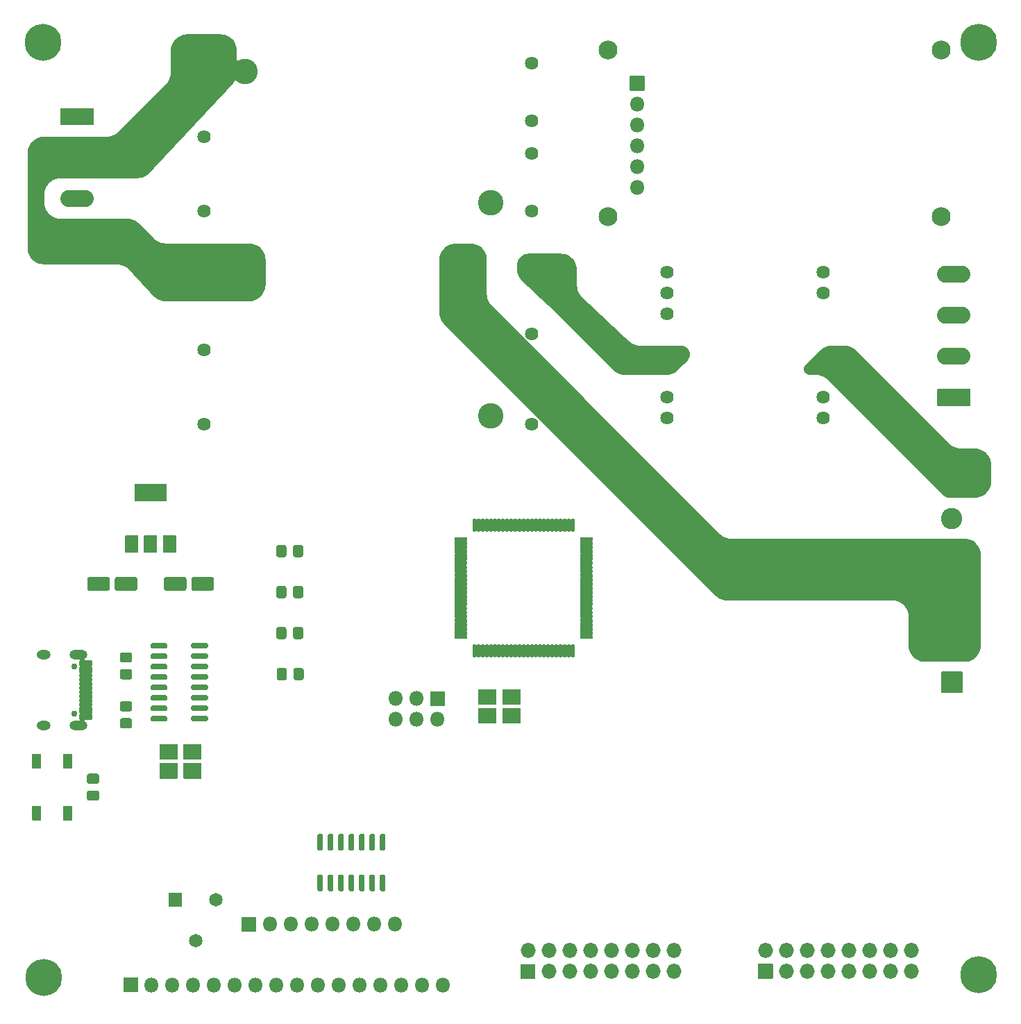
<source format=gbr>
G04 #@! TF.GenerationSoftware,KiCad,Pcbnew,(5.99.0-1662-g9db296991)*
G04 #@! TF.CreationDate,2020-05-24T00:42:56+05:30*
G04 #@! TF.ProjectId,UI,55492e6b-6963-4616-945f-706362585858,rev?*
G04 #@! TF.SameCoordinates,Original*
G04 #@! TF.FileFunction,Soldermask,Top*
G04 #@! TF.FilePolarity,Negative*
%FSLAX46Y46*%
G04 Gerber Fmt 4.6, Leading zero omitted, Abs format (unit mm)*
G04 Created by KiCad (PCBNEW (5.99.0-1662-g9db296991)) date 2020-05-24 00:42:57*
%MOMM*%
%LPD*%
G01*
G04 APERTURE LIST*
%ADD10C,1.652000*%
%ADD11O,1.829200X1.829200*%
%ADD12C,2.602000*%
%ADD13O,4.062000X2.082000*%
%ADD14O,1.702000X1.102000*%
%ADD15O,2.202000X1.102000*%
%ADD16C,0.752000*%
%ADD17C,1.626000*%
%ADD18C,2.302000*%
%ADD19O,1.802000X1.802000*%
%ADD20C,3.102000*%
%ADD21C,4.502000*%
%ADD22C,0.802000*%
%ADD23C,0.127000*%
G04 APERTURE END LIST*
D10*
X33500000Y-124500000D03*
G36*
G01*
X30174000Y-120275000D02*
X30174000Y-118725000D01*
G75*
G02*
X30225000Y-118674000I51000J0D01*
G01*
X31775000Y-118674000D01*
G75*
G02*
X31826000Y-118725000I0J-51000D01*
G01*
X31826000Y-120275000D01*
G75*
G02*
X31775000Y-120326000I-51000J0D01*
G01*
X30225000Y-120326000D01*
G75*
G02*
X30174000Y-120275000I0J51000D01*
G01*
G37*
X36000000Y-119500000D03*
G36*
G01*
X48865500Y-118501000D02*
X48514500Y-118501000D01*
G75*
G02*
X48339000Y-118325500I0J175500D01*
G01*
X48339000Y-116624500D01*
G75*
G02*
X48514500Y-116449000I175500J0D01*
G01*
X48865500Y-116449000D01*
G75*
G02*
X49041000Y-116624500I0J-175500D01*
G01*
X49041000Y-118325500D01*
G75*
G02*
X48865500Y-118501000I-175500J0D01*
G01*
G37*
G36*
G01*
X50135500Y-118501000D02*
X49784500Y-118501000D01*
G75*
G02*
X49609000Y-118325500I0J175500D01*
G01*
X49609000Y-116624500D01*
G75*
G02*
X49784500Y-116449000I175500J0D01*
G01*
X50135500Y-116449000D01*
G75*
G02*
X50311000Y-116624500I0J-175500D01*
G01*
X50311000Y-118325500D01*
G75*
G02*
X50135500Y-118501000I-175500J0D01*
G01*
G37*
G36*
G01*
X51405500Y-118501000D02*
X51054500Y-118501000D01*
G75*
G02*
X50879000Y-118325500I0J175500D01*
G01*
X50879000Y-116624500D01*
G75*
G02*
X51054500Y-116449000I175500J0D01*
G01*
X51405500Y-116449000D01*
G75*
G02*
X51581000Y-116624500I0J-175500D01*
G01*
X51581000Y-118325500D01*
G75*
G02*
X51405500Y-118501000I-175500J0D01*
G01*
G37*
G36*
G01*
X52675500Y-118501000D02*
X52324500Y-118501000D01*
G75*
G02*
X52149000Y-118325500I0J175500D01*
G01*
X52149000Y-116624500D01*
G75*
G02*
X52324500Y-116449000I175500J0D01*
G01*
X52675500Y-116449000D01*
G75*
G02*
X52851000Y-116624500I0J-175500D01*
G01*
X52851000Y-118325500D01*
G75*
G02*
X52675500Y-118501000I-175500J0D01*
G01*
G37*
G36*
G01*
X53945500Y-118501000D02*
X53594500Y-118501000D01*
G75*
G02*
X53419000Y-118325500I0J175500D01*
G01*
X53419000Y-116624500D01*
G75*
G02*
X53594500Y-116449000I175500J0D01*
G01*
X53945500Y-116449000D01*
G75*
G02*
X54121000Y-116624500I0J-175500D01*
G01*
X54121000Y-118325500D01*
G75*
G02*
X53945500Y-118501000I-175500J0D01*
G01*
G37*
G36*
G01*
X55215500Y-118501000D02*
X54864500Y-118501000D01*
G75*
G02*
X54689000Y-118325500I0J175500D01*
G01*
X54689000Y-116624500D01*
G75*
G02*
X54864500Y-116449000I175500J0D01*
G01*
X55215500Y-116449000D01*
G75*
G02*
X55391000Y-116624500I0J-175500D01*
G01*
X55391000Y-118325500D01*
G75*
G02*
X55215500Y-118501000I-175500J0D01*
G01*
G37*
G36*
G01*
X56485500Y-118501000D02*
X56134500Y-118501000D01*
G75*
G02*
X55959000Y-118325500I0J175500D01*
G01*
X55959000Y-116624500D01*
G75*
G02*
X56134500Y-116449000I175500J0D01*
G01*
X56485500Y-116449000D01*
G75*
G02*
X56661000Y-116624500I0J-175500D01*
G01*
X56661000Y-118325500D01*
G75*
G02*
X56485500Y-118501000I-175500J0D01*
G01*
G37*
G36*
G01*
X56485500Y-113551000D02*
X56134500Y-113551000D01*
G75*
G02*
X55959000Y-113375500I0J175500D01*
G01*
X55959000Y-111674500D01*
G75*
G02*
X56134500Y-111499000I175500J0D01*
G01*
X56485500Y-111499000D01*
G75*
G02*
X56661000Y-111674500I0J-175500D01*
G01*
X56661000Y-113375500D01*
G75*
G02*
X56485500Y-113551000I-175500J0D01*
G01*
G37*
G36*
G01*
X55215500Y-113551000D02*
X54864500Y-113551000D01*
G75*
G02*
X54689000Y-113375500I0J175500D01*
G01*
X54689000Y-111674500D01*
G75*
G02*
X54864500Y-111499000I175500J0D01*
G01*
X55215500Y-111499000D01*
G75*
G02*
X55391000Y-111674500I0J-175500D01*
G01*
X55391000Y-113375500D01*
G75*
G02*
X55215500Y-113551000I-175500J0D01*
G01*
G37*
G36*
G01*
X53945500Y-113551000D02*
X53594500Y-113551000D01*
G75*
G02*
X53419000Y-113375500I0J175500D01*
G01*
X53419000Y-111674500D01*
G75*
G02*
X53594500Y-111499000I175500J0D01*
G01*
X53945500Y-111499000D01*
G75*
G02*
X54121000Y-111674500I0J-175500D01*
G01*
X54121000Y-113375500D01*
G75*
G02*
X53945500Y-113551000I-175500J0D01*
G01*
G37*
G36*
G01*
X52675500Y-113551000D02*
X52324500Y-113551000D01*
G75*
G02*
X52149000Y-113375500I0J175500D01*
G01*
X52149000Y-111674500D01*
G75*
G02*
X52324500Y-111499000I175500J0D01*
G01*
X52675500Y-111499000D01*
G75*
G02*
X52851000Y-111674500I0J-175500D01*
G01*
X52851000Y-113375500D01*
G75*
G02*
X52675500Y-113551000I-175500J0D01*
G01*
G37*
G36*
G01*
X51405500Y-113551000D02*
X51054500Y-113551000D01*
G75*
G02*
X50879000Y-113375500I0J175500D01*
G01*
X50879000Y-111674500D01*
G75*
G02*
X51054500Y-111499000I175500J0D01*
G01*
X51405500Y-111499000D01*
G75*
G02*
X51581000Y-111674500I0J-175500D01*
G01*
X51581000Y-113375500D01*
G75*
G02*
X51405500Y-113551000I-175500J0D01*
G01*
G37*
G36*
G01*
X50135500Y-113551000D02*
X49784500Y-113551000D01*
G75*
G02*
X49609000Y-113375500I0J175500D01*
G01*
X49609000Y-111674500D01*
G75*
G02*
X49784500Y-111499000I175500J0D01*
G01*
X50135500Y-111499000D01*
G75*
G02*
X50311000Y-111674500I0J-175500D01*
G01*
X50311000Y-113375500D01*
G75*
G02*
X50135500Y-113551000I-175500J0D01*
G01*
G37*
G36*
G01*
X48865500Y-113551000D02*
X48514500Y-113551000D01*
G75*
G02*
X48339000Y-113375500I0J175500D01*
G01*
X48339000Y-111674500D01*
G75*
G02*
X48514500Y-111499000I175500J0D01*
G01*
X48865500Y-111499000D01*
G75*
G02*
X49041000Y-111674500I0J-175500D01*
G01*
X49041000Y-113375500D01*
G75*
G02*
X48865500Y-113551000I-175500J0D01*
G01*
G37*
D11*
X91810000Y-125740000D03*
X91810000Y-128280000D03*
X89270000Y-125740000D03*
X89270000Y-128280000D03*
X86730000Y-125740000D03*
X86730000Y-128280000D03*
X84190000Y-125740000D03*
X84190000Y-128280000D03*
X81650000Y-125740000D03*
X81650000Y-128280000D03*
X79110000Y-125740000D03*
X79110000Y-128280000D03*
X76570000Y-125740000D03*
X76570000Y-128280000D03*
X74030000Y-125740000D03*
G36*
G01*
X74893600Y-129194600D02*
X73166400Y-129194600D01*
G75*
G02*
X73115400Y-129143600I0J51000D01*
G01*
X73115400Y-127416400D01*
G75*
G02*
X73166400Y-127365400I51000J0D01*
G01*
X74893600Y-127365400D01*
G75*
G02*
X74944600Y-127416400I0J-51000D01*
G01*
X74944600Y-129143600D01*
G75*
G02*
X74893600Y-129194600I-51000J0D01*
G01*
G37*
X120780000Y-125710000D03*
X120780000Y-128250000D03*
X118240000Y-125710000D03*
X118240000Y-128250000D03*
X115700000Y-125710000D03*
X115700000Y-128250000D03*
X113160000Y-125710000D03*
X113160000Y-128250000D03*
X110620000Y-125710000D03*
X110620000Y-128250000D03*
X108080000Y-125710000D03*
X108080000Y-128250000D03*
X105540000Y-125710000D03*
X105540000Y-128250000D03*
X103000000Y-125710000D03*
G36*
G01*
X103863600Y-129164600D02*
X102136400Y-129164600D01*
G75*
G02*
X102085400Y-129113600I0J51000D01*
G01*
X102085400Y-127386400D01*
G75*
G02*
X102136400Y-127335400I51000J0D01*
G01*
X103863600Y-127335400D01*
G75*
G02*
X103914600Y-127386400I0J-51000D01*
G01*
X103914600Y-129113600D01*
G75*
G02*
X103863600Y-129164600I-51000J0D01*
G01*
G37*
D12*
X125750000Y-68000000D03*
X125750000Y-73000000D03*
X125750000Y-78000000D03*
X125750000Y-83000000D03*
X125750000Y-88000000D03*
G36*
G01*
X127000000Y-94301000D02*
X124500000Y-94301000D01*
G75*
G02*
X124449000Y-94250000I0J51000D01*
G01*
X124449000Y-91750000D01*
G75*
G02*
X124500000Y-91699000I51000J0D01*
G01*
X127000000Y-91699000D01*
G75*
G02*
X127051000Y-91750000I0J-51000D01*
G01*
X127051000Y-94250000D01*
G75*
G02*
X127000000Y-94301000I-51000J0D01*
G01*
G37*
D13*
X126000000Y-48250000D03*
X126000000Y-43250000D03*
X126000000Y-53250000D03*
G36*
G01*
X127980000Y-59291000D02*
X124020000Y-59291000D01*
G75*
G02*
X123969000Y-59240000I0J51000D01*
G01*
X123969000Y-57260000D01*
G75*
G02*
X124020000Y-57209000I51000J0D01*
G01*
X127980000Y-57209000D01*
G75*
G02*
X128031000Y-57260000I0J-51000D01*
G01*
X128031000Y-59240000D01*
G75*
G02*
X127980000Y-59291000I-51000J0D01*
G01*
G37*
X19000000Y-34000000D03*
X19000000Y-39000000D03*
X19000000Y-29000000D03*
G36*
G01*
X17020000Y-22959000D02*
X20980000Y-22959000D01*
G75*
G02*
X21031000Y-23010000I0J-51000D01*
G01*
X21031000Y-24990000D01*
G75*
G02*
X20980000Y-25041000I-51000J0D01*
G01*
X17020000Y-25041000D01*
G75*
G02*
X16969000Y-24990000I0J51000D01*
G01*
X16969000Y-23010000D01*
G75*
G02*
X17020000Y-22959000I51000J0D01*
G01*
G37*
D14*
X15000000Y-98270000D03*
G36*
G01*
X19370000Y-93999000D02*
X20820000Y-93999000D01*
G75*
G02*
X20871000Y-94050000I0J-51000D01*
G01*
X20871000Y-94350000D01*
G75*
G02*
X20820000Y-94401000I-51000J0D01*
G01*
X19370000Y-94401000D01*
G75*
G02*
X19319000Y-94350000I0J51000D01*
G01*
X19319000Y-94050000D01*
G75*
G02*
X19370000Y-93999000I51000J0D01*
G01*
G37*
G36*
G01*
X19370000Y-94999000D02*
X20820000Y-94999000D01*
G75*
G02*
X20871000Y-95050000I0J-51000D01*
G01*
X20871000Y-95350000D01*
G75*
G02*
X20820000Y-95401000I-51000J0D01*
G01*
X19370000Y-95401000D01*
G75*
G02*
X19319000Y-95350000I0J51000D01*
G01*
X19319000Y-95050000D01*
G75*
G02*
X19370000Y-94999000I51000J0D01*
G01*
G37*
G36*
G01*
X19370000Y-95499000D02*
X20820000Y-95499000D01*
G75*
G02*
X20871000Y-95550000I0J-51000D01*
G01*
X20871000Y-95850000D01*
G75*
G02*
X20820000Y-95901000I-51000J0D01*
G01*
X19370000Y-95901000D01*
G75*
G02*
X19319000Y-95850000I0J51000D01*
G01*
X19319000Y-95550000D01*
G75*
G02*
X19370000Y-95499000I51000J0D01*
G01*
G37*
D15*
X19180000Y-98270000D03*
G36*
G01*
X19370000Y-91149000D02*
X20820000Y-91149000D01*
G75*
G02*
X20871000Y-91200000I0J-51000D01*
G01*
X20871000Y-91800000D01*
G75*
G02*
X20820000Y-91851000I-51000J0D01*
G01*
X19370000Y-91851000D01*
G75*
G02*
X19319000Y-91800000I0J51000D01*
G01*
X19319000Y-91200000D01*
G75*
G02*
X19370000Y-91149000I51000J0D01*
G01*
G37*
G36*
G01*
X19370000Y-90349000D02*
X20820000Y-90349000D01*
G75*
G02*
X20871000Y-90400000I0J-51000D01*
G01*
X20871000Y-91000000D01*
G75*
G02*
X20820000Y-91051000I-51000J0D01*
G01*
X19370000Y-91051000D01*
G75*
G02*
X19319000Y-91000000I0J51000D01*
G01*
X19319000Y-90400000D01*
G75*
G02*
X19370000Y-90349000I51000J0D01*
G01*
G37*
G36*
G01*
X19370000Y-92499000D02*
X20820000Y-92499000D01*
G75*
G02*
X20871000Y-92550000I0J-51000D01*
G01*
X20871000Y-92850000D01*
G75*
G02*
X20820000Y-92901000I-51000J0D01*
G01*
X19370000Y-92901000D01*
G75*
G02*
X19319000Y-92850000I0J51000D01*
G01*
X19319000Y-92550000D01*
G75*
G02*
X19370000Y-92499000I51000J0D01*
G01*
G37*
G36*
G01*
X19370000Y-91999000D02*
X20820000Y-91999000D01*
G75*
G02*
X20871000Y-92050000I0J-51000D01*
G01*
X20871000Y-92350000D01*
G75*
G02*
X20820000Y-92401000I-51000J0D01*
G01*
X19370000Y-92401000D01*
G75*
G02*
X19319000Y-92350000I0J51000D01*
G01*
X19319000Y-92050000D01*
G75*
G02*
X19370000Y-91999000I51000J0D01*
G01*
G37*
G36*
G01*
X19370000Y-90349000D02*
X20820000Y-90349000D01*
G75*
G02*
X20871000Y-90400000I0J-51000D01*
G01*
X20871000Y-91000000D01*
G75*
G02*
X20820000Y-91051000I-51000J0D01*
G01*
X19370000Y-91051000D01*
G75*
G02*
X19319000Y-91000000I0J51000D01*
G01*
X19319000Y-90400000D01*
G75*
G02*
X19370000Y-90349000I51000J0D01*
G01*
G37*
G36*
G01*
X19370000Y-91149000D02*
X20820000Y-91149000D01*
G75*
G02*
X20871000Y-91200000I0J-51000D01*
G01*
X20871000Y-91800000D01*
G75*
G02*
X20820000Y-91851000I-51000J0D01*
G01*
X19370000Y-91851000D01*
G75*
G02*
X19319000Y-91800000I0J51000D01*
G01*
X19319000Y-91200000D01*
G75*
G02*
X19370000Y-91149000I51000J0D01*
G01*
G37*
G36*
G01*
X19370000Y-93499000D02*
X20820000Y-93499000D01*
G75*
G02*
X20871000Y-93550000I0J-51000D01*
G01*
X20871000Y-93850000D01*
G75*
G02*
X20820000Y-93901000I-51000J0D01*
G01*
X19370000Y-93901000D01*
G75*
G02*
X19319000Y-93850000I0J51000D01*
G01*
X19319000Y-93550000D01*
G75*
G02*
X19370000Y-93499000I51000J0D01*
G01*
G37*
X19180000Y-89630000D03*
D14*
X15000000Y-89630000D03*
D16*
X18650000Y-91060000D03*
G36*
G01*
X19370000Y-96849000D02*
X20820000Y-96849000D01*
G75*
G02*
X20871000Y-96900000I0J-51000D01*
G01*
X20871000Y-97500000D01*
G75*
G02*
X20820000Y-97551000I-51000J0D01*
G01*
X19370000Y-97551000D01*
G75*
G02*
X19319000Y-97500000I0J51000D01*
G01*
X19319000Y-96900000D01*
G75*
G02*
X19370000Y-96849000I51000J0D01*
G01*
G37*
G36*
G01*
X19370000Y-96849000D02*
X20820000Y-96849000D01*
G75*
G02*
X20871000Y-96900000I0J-51000D01*
G01*
X20871000Y-97500000D01*
G75*
G02*
X20820000Y-97551000I-51000J0D01*
G01*
X19370000Y-97551000D01*
G75*
G02*
X19319000Y-97500000I0J51000D01*
G01*
X19319000Y-96900000D01*
G75*
G02*
X19370000Y-96849000I51000J0D01*
G01*
G37*
G36*
G01*
X19370000Y-96049000D02*
X20820000Y-96049000D01*
G75*
G02*
X20871000Y-96100000I0J-51000D01*
G01*
X20871000Y-96700000D01*
G75*
G02*
X20820000Y-96751000I-51000J0D01*
G01*
X19370000Y-96751000D01*
G75*
G02*
X19319000Y-96700000I0J51000D01*
G01*
X19319000Y-96100000D01*
G75*
G02*
X19370000Y-96049000I51000J0D01*
G01*
G37*
G36*
G01*
X19370000Y-92999000D02*
X20820000Y-92999000D01*
G75*
G02*
X20871000Y-93050000I0J-51000D01*
G01*
X20871000Y-93350000D01*
G75*
G02*
X20820000Y-93401000I-51000J0D01*
G01*
X19370000Y-93401000D01*
G75*
G02*
X19319000Y-93350000I0J51000D01*
G01*
X19319000Y-93050000D01*
G75*
G02*
X19370000Y-92999000I51000J0D01*
G01*
G37*
G36*
G01*
X19370000Y-96049000D02*
X20820000Y-96049000D01*
G75*
G02*
X20871000Y-96100000I0J-51000D01*
G01*
X20871000Y-96700000D01*
G75*
G02*
X20820000Y-96751000I-51000J0D01*
G01*
X19370000Y-96751000D01*
G75*
G02*
X19319000Y-96700000I0J51000D01*
G01*
X19319000Y-96100000D01*
G75*
G02*
X19370000Y-96049000I51000J0D01*
G01*
G37*
G36*
G01*
X19370000Y-94499000D02*
X20820000Y-94499000D01*
G75*
G02*
X20871000Y-94550000I0J-51000D01*
G01*
X20871000Y-94850000D01*
G75*
G02*
X20820000Y-94901000I-51000J0D01*
G01*
X19370000Y-94901000D01*
G75*
G02*
X19319000Y-94850000I0J51000D01*
G01*
X19319000Y-94550000D01*
G75*
G02*
X19370000Y-94499000I51000J0D01*
G01*
G37*
X18650000Y-96840000D03*
D17*
X110050000Y-43000000D03*
X91000000Y-48080000D03*
X91000000Y-58240000D03*
X110050000Y-60780000D03*
X91000000Y-43000000D03*
X91000000Y-45540000D03*
X91000000Y-60780000D03*
X110050000Y-45540000D03*
X110050000Y-58240000D03*
D18*
X124430000Y-36210000D03*
D19*
X87346000Y-25034000D03*
X87346000Y-32654000D03*
X87346000Y-30114000D03*
G36*
G01*
X86445000Y-20804000D02*
X86445000Y-19104000D01*
G75*
G02*
X86496000Y-19053000I51000J0D01*
G01*
X88196000Y-19053000D01*
G75*
G02*
X88247000Y-19104000I0J-51000D01*
G01*
X88247000Y-20804000D01*
G75*
G02*
X88196000Y-20855000I-51000J0D01*
G01*
X86496000Y-20855000D01*
G75*
G02*
X86445000Y-20804000I0J51000D01*
G01*
G37*
D18*
X124430000Y-15890000D03*
X83790000Y-36210000D03*
D19*
X87346000Y-22494000D03*
D18*
X83790000Y-15890000D03*
D19*
X87346000Y-27574000D03*
D17*
X74500000Y-54500000D03*
X74500000Y-43500000D03*
X74500000Y-50500000D03*
D20*
X69500000Y-60500000D03*
D17*
X74500000Y-61500000D03*
X34500000Y-52500000D03*
D20*
X39500000Y-44500000D03*
D17*
X34500000Y-61500000D03*
X34500000Y-43500000D03*
X74500000Y-28500000D03*
X74500000Y-17500000D03*
X74500000Y-24500000D03*
D20*
X69500000Y-34500000D03*
D17*
X74500000Y-35500000D03*
X34500000Y-26500000D03*
D20*
X39500000Y-18500000D03*
D17*
X34500000Y-35500000D03*
X34500000Y-17500000D03*
G36*
G01*
X67299000Y-74525500D02*
X67299000Y-73149500D01*
G75*
G02*
X67399500Y-73049000I100500J0D01*
G01*
X67600500Y-73049000D01*
G75*
G02*
X67701000Y-73149500I0J-100500D01*
G01*
X67701000Y-74525500D01*
G75*
G02*
X67600500Y-74626000I-100500J0D01*
G01*
X67399500Y-74626000D01*
G75*
G02*
X67299000Y-74525500I0J100500D01*
G01*
G37*
G36*
G01*
X67799000Y-74525500D02*
X67799000Y-73149500D01*
G75*
G02*
X67899500Y-73049000I100500J0D01*
G01*
X68100500Y-73049000D01*
G75*
G02*
X68201000Y-73149500I0J-100500D01*
G01*
X68201000Y-74525500D01*
G75*
G02*
X68100500Y-74626000I-100500J0D01*
G01*
X67899500Y-74626000D01*
G75*
G02*
X67799000Y-74525500I0J100500D01*
G01*
G37*
G36*
G01*
X68299000Y-74525500D02*
X68299000Y-73149500D01*
G75*
G02*
X68399500Y-73049000I100500J0D01*
G01*
X68600500Y-73049000D01*
G75*
G02*
X68701000Y-73149500I0J-100500D01*
G01*
X68701000Y-74525500D01*
G75*
G02*
X68600500Y-74626000I-100500J0D01*
G01*
X68399500Y-74626000D01*
G75*
G02*
X68299000Y-74525500I0J100500D01*
G01*
G37*
G36*
G01*
X68799000Y-74525500D02*
X68799000Y-73149500D01*
G75*
G02*
X68899500Y-73049000I100500J0D01*
G01*
X69100500Y-73049000D01*
G75*
G02*
X69201000Y-73149500I0J-100500D01*
G01*
X69201000Y-74525500D01*
G75*
G02*
X69100500Y-74626000I-100500J0D01*
G01*
X68899500Y-74626000D01*
G75*
G02*
X68799000Y-74525500I0J100500D01*
G01*
G37*
G36*
G01*
X69299000Y-74525500D02*
X69299000Y-73149500D01*
G75*
G02*
X69399500Y-73049000I100500J0D01*
G01*
X69600500Y-73049000D01*
G75*
G02*
X69701000Y-73149500I0J-100500D01*
G01*
X69701000Y-74525500D01*
G75*
G02*
X69600500Y-74626000I-100500J0D01*
G01*
X69399500Y-74626000D01*
G75*
G02*
X69299000Y-74525500I0J100500D01*
G01*
G37*
G36*
G01*
X69799000Y-74525500D02*
X69799000Y-73149500D01*
G75*
G02*
X69899500Y-73049000I100500J0D01*
G01*
X70100500Y-73049000D01*
G75*
G02*
X70201000Y-73149500I0J-100500D01*
G01*
X70201000Y-74525500D01*
G75*
G02*
X70100500Y-74626000I-100500J0D01*
G01*
X69899500Y-74626000D01*
G75*
G02*
X69799000Y-74525500I0J100500D01*
G01*
G37*
G36*
G01*
X70299000Y-74525500D02*
X70299000Y-73149500D01*
G75*
G02*
X70399500Y-73049000I100500J0D01*
G01*
X70600500Y-73049000D01*
G75*
G02*
X70701000Y-73149500I0J-100500D01*
G01*
X70701000Y-74525500D01*
G75*
G02*
X70600500Y-74626000I-100500J0D01*
G01*
X70399500Y-74626000D01*
G75*
G02*
X70299000Y-74525500I0J100500D01*
G01*
G37*
G36*
G01*
X70799000Y-74525500D02*
X70799000Y-73149500D01*
G75*
G02*
X70899500Y-73049000I100500J0D01*
G01*
X71100500Y-73049000D01*
G75*
G02*
X71201000Y-73149500I0J-100500D01*
G01*
X71201000Y-74525500D01*
G75*
G02*
X71100500Y-74626000I-100500J0D01*
G01*
X70899500Y-74626000D01*
G75*
G02*
X70799000Y-74525500I0J100500D01*
G01*
G37*
G36*
G01*
X71299000Y-74525500D02*
X71299000Y-73149500D01*
G75*
G02*
X71399500Y-73049000I100500J0D01*
G01*
X71600500Y-73049000D01*
G75*
G02*
X71701000Y-73149500I0J-100500D01*
G01*
X71701000Y-74525500D01*
G75*
G02*
X71600500Y-74626000I-100500J0D01*
G01*
X71399500Y-74626000D01*
G75*
G02*
X71299000Y-74525500I0J100500D01*
G01*
G37*
G36*
G01*
X71799000Y-74525500D02*
X71799000Y-73149500D01*
G75*
G02*
X71899500Y-73049000I100500J0D01*
G01*
X72100500Y-73049000D01*
G75*
G02*
X72201000Y-73149500I0J-100500D01*
G01*
X72201000Y-74525500D01*
G75*
G02*
X72100500Y-74626000I-100500J0D01*
G01*
X71899500Y-74626000D01*
G75*
G02*
X71799000Y-74525500I0J100500D01*
G01*
G37*
G36*
G01*
X72299000Y-74525500D02*
X72299000Y-73149500D01*
G75*
G02*
X72399500Y-73049000I100500J0D01*
G01*
X72600500Y-73049000D01*
G75*
G02*
X72701000Y-73149500I0J-100500D01*
G01*
X72701000Y-74525500D01*
G75*
G02*
X72600500Y-74626000I-100500J0D01*
G01*
X72399500Y-74626000D01*
G75*
G02*
X72299000Y-74525500I0J100500D01*
G01*
G37*
G36*
G01*
X72799000Y-74525500D02*
X72799000Y-73149500D01*
G75*
G02*
X72899500Y-73049000I100500J0D01*
G01*
X73100500Y-73049000D01*
G75*
G02*
X73201000Y-73149500I0J-100500D01*
G01*
X73201000Y-74525500D01*
G75*
G02*
X73100500Y-74626000I-100500J0D01*
G01*
X72899500Y-74626000D01*
G75*
G02*
X72799000Y-74525500I0J100500D01*
G01*
G37*
G36*
G01*
X73299000Y-74525500D02*
X73299000Y-73149500D01*
G75*
G02*
X73399500Y-73049000I100500J0D01*
G01*
X73600500Y-73049000D01*
G75*
G02*
X73701000Y-73149500I0J-100500D01*
G01*
X73701000Y-74525500D01*
G75*
G02*
X73600500Y-74626000I-100500J0D01*
G01*
X73399500Y-74626000D01*
G75*
G02*
X73299000Y-74525500I0J100500D01*
G01*
G37*
G36*
G01*
X73799000Y-74525500D02*
X73799000Y-73149500D01*
G75*
G02*
X73899500Y-73049000I100500J0D01*
G01*
X74100500Y-73049000D01*
G75*
G02*
X74201000Y-73149500I0J-100500D01*
G01*
X74201000Y-74525500D01*
G75*
G02*
X74100500Y-74626000I-100500J0D01*
G01*
X73899500Y-74626000D01*
G75*
G02*
X73799000Y-74525500I0J100500D01*
G01*
G37*
G36*
G01*
X74299000Y-74525500D02*
X74299000Y-73149500D01*
G75*
G02*
X74399500Y-73049000I100500J0D01*
G01*
X74600500Y-73049000D01*
G75*
G02*
X74701000Y-73149500I0J-100500D01*
G01*
X74701000Y-74525500D01*
G75*
G02*
X74600500Y-74626000I-100500J0D01*
G01*
X74399500Y-74626000D01*
G75*
G02*
X74299000Y-74525500I0J100500D01*
G01*
G37*
G36*
G01*
X74799000Y-74525500D02*
X74799000Y-73149500D01*
G75*
G02*
X74899500Y-73049000I100500J0D01*
G01*
X75100500Y-73049000D01*
G75*
G02*
X75201000Y-73149500I0J-100500D01*
G01*
X75201000Y-74525500D01*
G75*
G02*
X75100500Y-74626000I-100500J0D01*
G01*
X74899500Y-74626000D01*
G75*
G02*
X74799000Y-74525500I0J100500D01*
G01*
G37*
G36*
G01*
X75299000Y-74525500D02*
X75299000Y-73149500D01*
G75*
G02*
X75399500Y-73049000I100500J0D01*
G01*
X75600500Y-73049000D01*
G75*
G02*
X75701000Y-73149500I0J-100500D01*
G01*
X75701000Y-74525500D01*
G75*
G02*
X75600500Y-74626000I-100500J0D01*
G01*
X75399500Y-74626000D01*
G75*
G02*
X75299000Y-74525500I0J100500D01*
G01*
G37*
G36*
G01*
X75799000Y-74525500D02*
X75799000Y-73149500D01*
G75*
G02*
X75899500Y-73049000I100500J0D01*
G01*
X76100500Y-73049000D01*
G75*
G02*
X76201000Y-73149500I0J-100500D01*
G01*
X76201000Y-74525500D01*
G75*
G02*
X76100500Y-74626000I-100500J0D01*
G01*
X75899500Y-74626000D01*
G75*
G02*
X75799000Y-74525500I0J100500D01*
G01*
G37*
G36*
G01*
X76299000Y-74525500D02*
X76299000Y-73149500D01*
G75*
G02*
X76399500Y-73049000I100500J0D01*
G01*
X76600500Y-73049000D01*
G75*
G02*
X76701000Y-73149500I0J-100500D01*
G01*
X76701000Y-74525500D01*
G75*
G02*
X76600500Y-74626000I-100500J0D01*
G01*
X76399500Y-74626000D01*
G75*
G02*
X76299000Y-74525500I0J100500D01*
G01*
G37*
G36*
G01*
X76799000Y-74525500D02*
X76799000Y-73149500D01*
G75*
G02*
X76899500Y-73049000I100500J0D01*
G01*
X77100500Y-73049000D01*
G75*
G02*
X77201000Y-73149500I0J-100500D01*
G01*
X77201000Y-74525500D01*
G75*
G02*
X77100500Y-74626000I-100500J0D01*
G01*
X76899500Y-74626000D01*
G75*
G02*
X76799000Y-74525500I0J100500D01*
G01*
G37*
G36*
G01*
X77299000Y-74525500D02*
X77299000Y-73149500D01*
G75*
G02*
X77399500Y-73049000I100500J0D01*
G01*
X77600500Y-73049000D01*
G75*
G02*
X77701000Y-73149500I0J-100500D01*
G01*
X77701000Y-74525500D01*
G75*
G02*
X77600500Y-74626000I-100500J0D01*
G01*
X77399500Y-74626000D01*
G75*
G02*
X77299000Y-74525500I0J100500D01*
G01*
G37*
G36*
G01*
X77799000Y-74525500D02*
X77799000Y-73149500D01*
G75*
G02*
X77899500Y-73049000I100500J0D01*
G01*
X78100500Y-73049000D01*
G75*
G02*
X78201000Y-73149500I0J-100500D01*
G01*
X78201000Y-74525500D01*
G75*
G02*
X78100500Y-74626000I-100500J0D01*
G01*
X77899500Y-74626000D01*
G75*
G02*
X77799000Y-74525500I0J100500D01*
G01*
G37*
G36*
G01*
X78299000Y-74525500D02*
X78299000Y-73149500D01*
G75*
G02*
X78399500Y-73049000I100500J0D01*
G01*
X78600500Y-73049000D01*
G75*
G02*
X78701000Y-73149500I0J-100500D01*
G01*
X78701000Y-74525500D01*
G75*
G02*
X78600500Y-74626000I-100500J0D01*
G01*
X78399500Y-74626000D01*
G75*
G02*
X78299000Y-74525500I0J100500D01*
G01*
G37*
G36*
G01*
X78799000Y-74525500D02*
X78799000Y-73149500D01*
G75*
G02*
X78899500Y-73049000I100500J0D01*
G01*
X79100500Y-73049000D01*
G75*
G02*
X79201000Y-73149500I0J-100500D01*
G01*
X79201000Y-74525500D01*
G75*
G02*
X79100500Y-74626000I-100500J0D01*
G01*
X78899500Y-74626000D01*
G75*
G02*
X78799000Y-74525500I0J100500D01*
G01*
G37*
G36*
G01*
X79299000Y-74525500D02*
X79299000Y-73149500D01*
G75*
G02*
X79399500Y-73049000I100500J0D01*
G01*
X79600500Y-73049000D01*
G75*
G02*
X79701000Y-73149500I0J-100500D01*
G01*
X79701000Y-74525500D01*
G75*
G02*
X79600500Y-74626000I-100500J0D01*
G01*
X79399500Y-74626000D01*
G75*
G02*
X79299000Y-74525500I0J100500D01*
G01*
G37*
G36*
G01*
X80374000Y-75600500D02*
X80374000Y-75399500D01*
G75*
G02*
X80474500Y-75299000I100500J0D01*
G01*
X81850500Y-75299000D01*
G75*
G02*
X81951000Y-75399500I0J-100500D01*
G01*
X81951000Y-75600500D01*
G75*
G02*
X81850500Y-75701000I-100500J0D01*
G01*
X80474500Y-75701000D01*
G75*
G02*
X80374000Y-75600500I0J100500D01*
G01*
G37*
G36*
G01*
X80374000Y-76100500D02*
X80374000Y-75899500D01*
G75*
G02*
X80474500Y-75799000I100500J0D01*
G01*
X81850500Y-75799000D01*
G75*
G02*
X81951000Y-75899500I0J-100500D01*
G01*
X81951000Y-76100500D01*
G75*
G02*
X81850500Y-76201000I-100500J0D01*
G01*
X80474500Y-76201000D01*
G75*
G02*
X80374000Y-76100500I0J100500D01*
G01*
G37*
G36*
G01*
X80374000Y-76600500D02*
X80374000Y-76399500D01*
G75*
G02*
X80474500Y-76299000I100500J0D01*
G01*
X81850500Y-76299000D01*
G75*
G02*
X81951000Y-76399500I0J-100500D01*
G01*
X81951000Y-76600500D01*
G75*
G02*
X81850500Y-76701000I-100500J0D01*
G01*
X80474500Y-76701000D01*
G75*
G02*
X80374000Y-76600500I0J100500D01*
G01*
G37*
G36*
G01*
X80374000Y-77100500D02*
X80374000Y-76899500D01*
G75*
G02*
X80474500Y-76799000I100500J0D01*
G01*
X81850500Y-76799000D01*
G75*
G02*
X81951000Y-76899500I0J-100500D01*
G01*
X81951000Y-77100500D01*
G75*
G02*
X81850500Y-77201000I-100500J0D01*
G01*
X80474500Y-77201000D01*
G75*
G02*
X80374000Y-77100500I0J100500D01*
G01*
G37*
G36*
G01*
X80374000Y-77600500D02*
X80374000Y-77399500D01*
G75*
G02*
X80474500Y-77299000I100500J0D01*
G01*
X81850500Y-77299000D01*
G75*
G02*
X81951000Y-77399500I0J-100500D01*
G01*
X81951000Y-77600500D01*
G75*
G02*
X81850500Y-77701000I-100500J0D01*
G01*
X80474500Y-77701000D01*
G75*
G02*
X80374000Y-77600500I0J100500D01*
G01*
G37*
G36*
G01*
X80374000Y-78100500D02*
X80374000Y-77899500D01*
G75*
G02*
X80474500Y-77799000I100500J0D01*
G01*
X81850500Y-77799000D01*
G75*
G02*
X81951000Y-77899500I0J-100500D01*
G01*
X81951000Y-78100500D01*
G75*
G02*
X81850500Y-78201000I-100500J0D01*
G01*
X80474500Y-78201000D01*
G75*
G02*
X80374000Y-78100500I0J100500D01*
G01*
G37*
G36*
G01*
X80374000Y-78600500D02*
X80374000Y-78399500D01*
G75*
G02*
X80474500Y-78299000I100500J0D01*
G01*
X81850500Y-78299000D01*
G75*
G02*
X81951000Y-78399500I0J-100500D01*
G01*
X81951000Y-78600500D01*
G75*
G02*
X81850500Y-78701000I-100500J0D01*
G01*
X80474500Y-78701000D01*
G75*
G02*
X80374000Y-78600500I0J100500D01*
G01*
G37*
G36*
G01*
X80374000Y-79100500D02*
X80374000Y-78899500D01*
G75*
G02*
X80474500Y-78799000I100500J0D01*
G01*
X81850500Y-78799000D01*
G75*
G02*
X81951000Y-78899500I0J-100500D01*
G01*
X81951000Y-79100500D01*
G75*
G02*
X81850500Y-79201000I-100500J0D01*
G01*
X80474500Y-79201000D01*
G75*
G02*
X80374000Y-79100500I0J100500D01*
G01*
G37*
G36*
G01*
X80374000Y-79600500D02*
X80374000Y-79399500D01*
G75*
G02*
X80474500Y-79299000I100500J0D01*
G01*
X81850500Y-79299000D01*
G75*
G02*
X81951000Y-79399500I0J-100500D01*
G01*
X81951000Y-79600500D01*
G75*
G02*
X81850500Y-79701000I-100500J0D01*
G01*
X80474500Y-79701000D01*
G75*
G02*
X80374000Y-79600500I0J100500D01*
G01*
G37*
G36*
G01*
X80374000Y-80100500D02*
X80374000Y-79899500D01*
G75*
G02*
X80474500Y-79799000I100500J0D01*
G01*
X81850500Y-79799000D01*
G75*
G02*
X81951000Y-79899500I0J-100500D01*
G01*
X81951000Y-80100500D01*
G75*
G02*
X81850500Y-80201000I-100500J0D01*
G01*
X80474500Y-80201000D01*
G75*
G02*
X80374000Y-80100500I0J100500D01*
G01*
G37*
G36*
G01*
X80374000Y-80600500D02*
X80374000Y-80399500D01*
G75*
G02*
X80474500Y-80299000I100500J0D01*
G01*
X81850500Y-80299000D01*
G75*
G02*
X81951000Y-80399500I0J-100500D01*
G01*
X81951000Y-80600500D01*
G75*
G02*
X81850500Y-80701000I-100500J0D01*
G01*
X80474500Y-80701000D01*
G75*
G02*
X80374000Y-80600500I0J100500D01*
G01*
G37*
G36*
G01*
X80374000Y-81100500D02*
X80374000Y-80899500D01*
G75*
G02*
X80474500Y-80799000I100500J0D01*
G01*
X81850500Y-80799000D01*
G75*
G02*
X81951000Y-80899500I0J-100500D01*
G01*
X81951000Y-81100500D01*
G75*
G02*
X81850500Y-81201000I-100500J0D01*
G01*
X80474500Y-81201000D01*
G75*
G02*
X80374000Y-81100500I0J100500D01*
G01*
G37*
G36*
G01*
X80374000Y-81600500D02*
X80374000Y-81399500D01*
G75*
G02*
X80474500Y-81299000I100500J0D01*
G01*
X81850500Y-81299000D01*
G75*
G02*
X81951000Y-81399500I0J-100500D01*
G01*
X81951000Y-81600500D01*
G75*
G02*
X81850500Y-81701000I-100500J0D01*
G01*
X80474500Y-81701000D01*
G75*
G02*
X80374000Y-81600500I0J100500D01*
G01*
G37*
G36*
G01*
X80374000Y-82100500D02*
X80374000Y-81899500D01*
G75*
G02*
X80474500Y-81799000I100500J0D01*
G01*
X81850500Y-81799000D01*
G75*
G02*
X81951000Y-81899500I0J-100500D01*
G01*
X81951000Y-82100500D01*
G75*
G02*
X81850500Y-82201000I-100500J0D01*
G01*
X80474500Y-82201000D01*
G75*
G02*
X80374000Y-82100500I0J100500D01*
G01*
G37*
G36*
G01*
X80374000Y-82600500D02*
X80374000Y-82399500D01*
G75*
G02*
X80474500Y-82299000I100500J0D01*
G01*
X81850500Y-82299000D01*
G75*
G02*
X81951000Y-82399500I0J-100500D01*
G01*
X81951000Y-82600500D01*
G75*
G02*
X81850500Y-82701000I-100500J0D01*
G01*
X80474500Y-82701000D01*
G75*
G02*
X80374000Y-82600500I0J100500D01*
G01*
G37*
G36*
G01*
X80374000Y-83100500D02*
X80374000Y-82899500D01*
G75*
G02*
X80474500Y-82799000I100500J0D01*
G01*
X81850500Y-82799000D01*
G75*
G02*
X81951000Y-82899500I0J-100500D01*
G01*
X81951000Y-83100500D01*
G75*
G02*
X81850500Y-83201000I-100500J0D01*
G01*
X80474500Y-83201000D01*
G75*
G02*
X80374000Y-83100500I0J100500D01*
G01*
G37*
G36*
G01*
X80374000Y-83600500D02*
X80374000Y-83399500D01*
G75*
G02*
X80474500Y-83299000I100500J0D01*
G01*
X81850500Y-83299000D01*
G75*
G02*
X81951000Y-83399500I0J-100500D01*
G01*
X81951000Y-83600500D01*
G75*
G02*
X81850500Y-83701000I-100500J0D01*
G01*
X80474500Y-83701000D01*
G75*
G02*
X80374000Y-83600500I0J100500D01*
G01*
G37*
G36*
G01*
X80374000Y-84100500D02*
X80374000Y-83899500D01*
G75*
G02*
X80474500Y-83799000I100500J0D01*
G01*
X81850500Y-83799000D01*
G75*
G02*
X81951000Y-83899500I0J-100500D01*
G01*
X81951000Y-84100500D01*
G75*
G02*
X81850500Y-84201000I-100500J0D01*
G01*
X80474500Y-84201000D01*
G75*
G02*
X80374000Y-84100500I0J100500D01*
G01*
G37*
G36*
G01*
X80374000Y-84600500D02*
X80374000Y-84399500D01*
G75*
G02*
X80474500Y-84299000I100500J0D01*
G01*
X81850500Y-84299000D01*
G75*
G02*
X81951000Y-84399500I0J-100500D01*
G01*
X81951000Y-84600500D01*
G75*
G02*
X81850500Y-84701000I-100500J0D01*
G01*
X80474500Y-84701000D01*
G75*
G02*
X80374000Y-84600500I0J100500D01*
G01*
G37*
G36*
G01*
X80374000Y-85100500D02*
X80374000Y-84899500D01*
G75*
G02*
X80474500Y-84799000I100500J0D01*
G01*
X81850500Y-84799000D01*
G75*
G02*
X81951000Y-84899500I0J-100500D01*
G01*
X81951000Y-85100500D01*
G75*
G02*
X81850500Y-85201000I-100500J0D01*
G01*
X80474500Y-85201000D01*
G75*
G02*
X80374000Y-85100500I0J100500D01*
G01*
G37*
G36*
G01*
X80374000Y-85600500D02*
X80374000Y-85399500D01*
G75*
G02*
X80474500Y-85299000I100500J0D01*
G01*
X81850500Y-85299000D01*
G75*
G02*
X81951000Y-85399500I0J-100500D01*
G01*
X81951000Y-85600500D01*
G75*
G02*
X81850500Y-85701000I-100500J0D01*
G01*
X80474500Y-85701000D01*
G75*
G02*
X80374000Y-85600500I0J100500D01*
G01*
G37*
G36*
G01*
X80374000Y-86100500D02*
X80374000Y-85899500D01*
G75*
G02*
X80474500Y-85799000I100500J0D01*
G01*
X81850500Y-85799000D01*
G75*
G02*
X81951000Y-85899500I0J-100500D01*
G01*
X81951000Y-86100500D01*
G75*
G02*
X81850500Y-86201000I-100500J0D01*
G01*
X80474500Y-86201000D01*
G75*
G02*
X80374000Y-86100500I0J100500D01*
G01*
G37*
G36*
G01*
X80374000Y-86600500D02*
X80374000Y-86399500D01*
G75*
G02*
X80474500Y-86299000I100500J0D01*
G01*
X81850500Y-86299000D01*
G75*
G02*
X81951000Y-86399500I0J-100500D01*
G01*
X81951000Y-86600500D01*
G75*
G02*
X81850500Y-86701000I-100500J0D01*
G01*
X80474500Y-86701000D01*
G75*
G02*
X80374000Y-86600500I0J100500D01*
G01*
G37*
G36*
G01*
X80374000Y-87100500D02*
X80374000Y-86899500D01*
G75*
G02*
X80474500Y-86799000I100500J0D01*
G01*
X81850500Y-86799000D01*
G75*
G02*
X81951000Y-86899500I0J-100500D01*
G01*
X81951000Y-87100500D01*
G75*
G02*
X81850500Y-87201000I-100500J0D01*
G01*
X80474500Y-87201000D01*
G75*
G02*
X80374000Y-87100500I0J100500D01*
G01*
G37*
G36*
G01*
X80374000Y-87600500D02*
X80374000Y-87399500D01*
G75*
G02*
X80474500Y-87299000I100500J0D01*
G01*
X81850500Y-87299000D01*
G75*
G02*
X81951000Y-87399500I0J-100500D01*
G01*
X81951000Y-87600500D01*
G75*
G02*
X81850500Y-87701000I-100500J0D01*
G01*
X80474500Y-87701000D01*
G75*
G02*
X80374000Y-87600500I0J100500D01*
G01*
G37*
G36*
G01*
X79299000Y-89850500D02*
X79299000Y-88474500D01*
G75*
G02*
X79399500Y-88374000I100500J0D01*
G01*
X79600500Y-88374000D01*
G75*
G02*
X79701000Y-88474500I0J-100500D01*
G01*
X79701000Y-89850500D01*
G75*
G02*
X79600500Y-89951000I-100500J0D01*
G01*
X79399500Y-89951000D01*
G75*
G02*
X79299000Y-89850500I0J100500D01*
G01*
G37*
G36*
G01*
X78799000Y-89850500D02*
X78799000Y-88474500D01*
G75*
G02*
X78899500Y-88374000I100500J0D01*
G01*
X79100500Y-88374000D01*
G75*
G02*
X79201000Y-88474500I0J-100500D01*
G01*
X79201000Y-89850500D01*
G75*
G02*
X79100500Y-89951000I-100500J0D01*
G01*
X78899500Y-89951000D01*
G75*
G02*
X78799000Y-89850500I0J100500D01*
G01*
G37*
G36*
G01*
X78299000Y-89850500D02*
X78299000Y-88474500D01*
G75*
G02*
X78399500Y-88374000I100500J0D01*
G01*
X78600500Y-88374000D01*
G75*
G02*
X78701000Y-88474500I0J-100500D01*
G01*
X78701000Y-89850500D01*
G75*
G02*
X78600500Y-89951000I-100500J0D01*
G01*
X78399500Y-89951000D01*
G75*
G02*
X78299000Y-89850500I0J100500D01*
G01*
G37*
G36*
G01*
X77799000Y-89850500D02*
X77799000Y-88474500D01*
G75*
G02*
X77899500Y-88374000I100500J0D01*
G01*
X78100500Y-88374000D01*
G75*
G02*
X78201000Y-88474500I0J-100500D01*
G01*
X78201000Y-89850500D01*
G75*
G02*
X78100500Y-89951000I-100500J0D01*
G01*
X77899500Y-89951000D01*
G75*
G02*
X77799000Y-89850500I0J100500D01*
G01*
G37*
G36*
G01*
X77299000Y-89850500D02*
X77299000Y-88474500D01*
G75*
G02*
X77399500Y-88374000I100500J0D01*
G01*
X77600500Y-88374000D01*
G75*
G02*
X77701000Y-88474500I0J-100500D01*
G01*
X77701000Y-89850500D01*
G75*
G02*
X77600500Y-89951000I-100500J0D01*
G01*
X77399500Y-89951000D01*
G75*
G02*
X77299000Y-89850500I0J100500D01*
G01*
G37*
G36*
G01*
X76799000Y-89850500D02*
X76799000Y-88474500D01*
G75*
G02*
X76899500Y-88374000I100500J0D01*
G01*
X77100500Y-88374000D01*
G75*
G02*
X77201000Y-88474500I0J-100500D01*
G01*
X77201000Y-89850500D01*
G75*
G02*
X77100500Y-89951000I-100500J0D01*
G01*
X76899500Y-89951000D01*
G75*
G02*
X76799000Y-89850500I0J100500D01*
G01*
G37*
G36*
G01*
X76299000Y-89850500D02*
X76299000Y-88474500D01*
G75*
G02*
X76399500Y-88374000I100500J0D01*
G01*
X76600500Y-88374000D01*
G75*
G02*
X76701000Y-88474500I0J-100500D01*
G01*
X76701000Y-89850500D01*
G75*
G02*
X76600500Y-89951000I-100500J0D01*
G01*
X76399500Y-89951000D01*
G75*
G02*
X76299000Y-89850500I0J100500D01*
G01*
G37*
G36*
G01*
X75799000Y-89850500D02*
X75799000Y-88474500D01*
G75*
G02*
X75899500Y-88374000I100500J0D01*
G01*
X76100500Y-88374000D01*
G75*
G02*
X76201000Y-88474500I0J-100500D01*
G01*
X76201000Y-89850500D01*
G75*
G02*
X76100500Y-89951000I-100500J0D01*
G01*
X75899500Y-89951000D01*
G75*
G02*
X75799000Y-89850500I0J100500D01*
G01*
G37*
G36*
G01*
X75299000Y-89850500D02*
X75299000Y-88474500D01*
G75*
G02*
X75399500Y-88374000I100500J0D01*
G01*
X75600500Y-88374000D01*
G75*
G02*
X75701000Y-88474500I0J-100500D01*
G01*
X75701000Y-89850500D01*
G75*
G02*
X75600500Y-89951000I-100500J0D01*
G01*
X75399500Y-89951000D01*
G75*
G02*
X75299000Y-89850500I0J100500D01*
G01*
G37*
G36*
G01*
X74799000Y-89850500D02*
X74799000Y-88474500D01*
G75*
G02*
X74899500Y-88374000I100500J0D01*
G01*
X75100500Y-88374000D01*
G75*
G02*
X75201000Y-88474500I0J-100500D01*
G01*
X75201000Y-89850500D01*
G75*
G02*
X75100500Y-89951000I-100500J0D01*
G01*
X74899500Y-89951000D01*
G75*
G02*
X74799000Y-89850500I0J100500D01*
G01*
G37*
G36*
G01*
X74299000Y-89850500D02*
X74299000Y-88474500D01*
G75*
G02*
X74399500Y-88374000I100500J0D01*
G01*
X74600500Y-88374000D01*
G75*
G02*
X74701000Y-88474500I0J-100500D01*
G01*
X74701000Y-89850500D01*
G75*
G02*
X74600500Y-89951000I-100500J0D01*
G01*
X74399500Y-89951000D01*
G75*
G02*
X74299000Y-89850500I0J100500D01*
G01*
G37*
G36*
G01*
X73799000Y-89850500D02*
X73799000Y-88474500D01*
G75*
G02*
X73899500Y-88374000I100500J0D01*
G01*
X74100500Y-88374000D01*
G75*
G02*
X74201000Y-88474500I0J-100500D01*
G01*
X74201000Y-89850500D01*
G75*
G02*
X74100500Y-89951000I-100500J0D01*
G01*
X73899500Y-89951000D01*
G75*
G02*
X73799000Y-89850500I0J100500D01*
G01*
G37*
G36*
G01*
X73299000Y-89850500D02*
X73299000Y-88474500D01*
G75*
G02*
X73399500Y-88374000I100500J0D01*
G01*
X73600500Y-88374000D01*
G75*
G02*
X73701000Y-88474500I0J-100500D01*
G01*
X73701000Y-89850500D01*
G75*
G02*
X73600500Y-89951000I-100500J0D01*
G01*
X73399500Y-89951000D01*
G75*
G02*
X73299000Y-89850500I0J100500D01*
G01*
G37*
G36*
G01*
X72799000Y-89850500D02*
X72799000Y-88474500D01*
G75*
G02*
X72899500Y-88374000I100500J0D01*
G01*
X73100500Y-88374000D01*
G75*
G02*
X73201000Y-88474500I0J-100500D01*
G01*
X73201000Y-89850500D01*
G75*
G02*
X73100500Y-89951000I-100500J0D01*
G01*
X72899500Y-89951000D01*
G75*
G02*
X72799000Y-89850500I0J100500D01*
G01*
G37*
G36*
G01*
X72299000Y-89850500D02*
X72299000Y-88474500D01*
G75*
G02*
X72399500Y-88374000I100500J0D01*
G01*
X72600500Y-88374000D01*
G75*
G02*
X72701000Y-88474500I0J-100500D01*
G01*
X72701000Y-89850500D01*
G75*
G02*
X72600500Y-89951000I-100500J0D01*
G01*
X72399500Y-89951000D01*
G75*
G02*
X72299000Y-89850500I0J100500D01*
G01*
G37*
G36*
G01*
X71799000Y-89850500D02*
X71799000Y-88474500D01*
G75*
G02*
X71899500Y-88374000I100500J0D01*
G01*
X72100500Y-88374000D01*
G75*
G02*
X72201000Y-88474500I0J-100500D01*
G01*
X72201000Y-89850500D01*
G75*
G02*
X72100500Y-89951000I-100500J0D01*
G01*
X71899500Y-89951000D01*
G75*
G02*
X71799000Y-89850500I0J100500D01*
G01*
G37*
G36*
G01*
X71299000Y-89850500D02*
X71299000Y-88474500D01*
G75*
G02*
X71399500Y-88374000I100500J0D01*
G01*
X71600500Y-88374000D01*
G75*
G02*
X71701000Y-88474500I0J-100500D01*
G01*
X71701000Y-89850500D01*
G75*
G02*
X71600500Y-89951000I-100500J0D01*
G01*
X71399500Y-89951000D01*
G75*
G02*
X71299000Y-89850500I0J100500D01*
G01*
G37*
G36*
G01*
X70799000Y-89850500D02*
X70799000Y-88474500D01*
G75*
G02*
X70899500Y-88374000I100500J0D01*
G01*
X71100500Y-88374000D01*
G75*
G02*
X71201000Y-88474500I0J-100500D01*
G01*
X71201000Y-89850500D01*
G75*
G02*
X71100500Y-89951000I-100500J0D01*
G01*
X70899500Y-89951000D01*
G75*
G02*
X70799000Y-89850500I0J100500D01*
G01*
G37*
G36*
G01*
X70299000Y-89850500D02*
X70299000Y-88474500D01*
G75*
G02*
X70399500Y-88374000I100500J0D01*
G01*
X70600500Y-88374000D01*
G75*
G02*
X70701000Y-88474500I0J-100500D01*
G01*
X70701000Y-89850500D01*
G75*
G02*
X70600500Y-89951000I-100500J0D01*
G01*
X70399500Y-89951000D01*
G75*
G02*
X70299000Y-89850500I0J100500D01*
G01*
G37*
G36*
G01*
X69799000Y-89850500D02*
X69799000Y-88474500D01*
G75*
G02*
X69899500Y-88374000I100500J0D01*
G01*
X70100500Y-88374000D01*
G75*
G02*
X70201000Y-88474500I0J-100500D01*
G01*
X70201000Y-89850500D01*
G75*
G02*
X70100500Y-89951000I-100500J0D01*
G01*
X69899500Y-89951000D01*
G75*
G02*
X69799000Y-89850500I0J100500D01*
G01*
G37*
G36*
G01*
X69299000Y-89850500D02*
X69299000Y-88474500D01*
G75*
G02*
X69399500Y-88374000I100500J0D01*
G01*
X69600500Y-88374000D01*
G75*
G02*
X69701000Y-88474500I0J-100500D01*
G01*
X69701000Y-89850500D01*
G75*
G02*
X69600500Y-89951000I-100500J0D01*
G01*
X69399500Y-89951000D01*
G75*
G02*
X69299000Y-89850500I0J100500D01*
G01*
G37*
G36*
G01*
X68799000Y-89850500D02*
X68799000Y-88474500D01*
G75*
G02*
X68899500Y-88374000I100500J0D01*
G01*
X69100500Y-88374000D01*
G75*
G02*
X69201000Y-88474500I0J-100500D01*
G01*
X69201000Y-89850500D01*
G75*
G02*
X69100500Y-89951000I-100500J0D01*
G01*
X68899500Y-89951000D01*
G75*
G02*
X68799000Y-89850500I0J100500D01*
G01*
G37*
G36*
G01*
X68299000Y-89850500D02*
X68299000Y-88474500D01*
G75*
G02*
X68399500Y-88374000I100500J0D01*
G01*
X68600500Y-88374000D01*
G75*
G02*
X68701000Y-88474500I0J-100500D01*
G01*
X68701000Y-89850500D01*
G75*
G02*
X68600500Y-89951000I-100500J0D01*
G01*
X68399500Y-89951000D01*
G75*
G02*
X68299000Y-89850500I0J100500D01*
G01*
G37*
G36*
G01*
X67799000Y-89850500D02*
X67799000Y-88474500D01*
G75*
G02*
X67899500Y-88374000I100500J0D01*
G01*
X68100500Y-88374000D01*
G75*
G02*
X68201000Y-88474500I0J-100500D01*
G01*
X68201000Y-89850500D01*
G75*
G02*
X68100500Y-89951000I-100500J0D01*
G01*
X67899500Y-89951000D01*
G75*
G02*
X67799000Y-89850500I0J100500D01*
G01*
G37*
G36*
G01*
X67299000Y-89850500D02*
X67299000Y-88474500D01*
G75*
G02*
X67399500Y-88374000I100500J0D01*
G01*
X67600500Y-88374000D01*
G75*
G02*
X67701000Y-88474500I0J-100500D01*
G01*
X67701000Y-89850500D01*
G75*
G02*
X67600500Y-89951000I-100500J0D01*
G01*
X67399500Y-89951000D01*
G75*
G02*
X67299000Y-89850500I0J100500D01*
G01*
G37*
G36*
G01*
X65049000Y-87600500D02*
X65049000Y-87399500D01*
G75*
G02*
X65149500Y-87299000I100500J0D01*
G01*
X66525500Y-87299000D01*
G75*
G02*
X66626000Y-87399500I0J-100500D01*
G01*
X66626000Y-87600500D01*
G75*
G02*
X66525500Y-87701000I-100500J0D01*
G01*
X65149500Y-87701000D01*
G75*
G02*
X65049000Y-87600500I0J100500D01*
G01*
G37*
G36*
G01*
X65049000Y-87100500D02*
X65049000Y-86899500D01*
G75*
G02*
X65149500Y-86799000I100500J0D01*
G01*
X66525500Y-86799000D01*
G75*
G02*
X66626000Y-86899500I0J-100500D01*
G01*
X66626000Y-87100500D01*
G75*
G02*
X66525500Y-87201000I-100500J0D01*
G01*
X65149500Y-87201000D01*
G75*
G02*
X65049000Y-87100500I0J100500D01*
G01*
G37*
G36*
G01*
X65049000Y-86600500D02*
X65049000Y-86399500D01*
G75*
G02*
X65149500Y-86299000I100500J0D01*
G01*
X66525500Y-86299000D01*
G75*
G02*
X66626000Y-86399500I0J-100500D01*
G01*
X66626000Y-86600500D01*
G75*
G02*
X66525500Y-86701000I-100500J0D01*
G01*
X65149500Y-86701000D01*
G75*
G02*
X65049000Y-86600500I0J100500D01*
G01*
G37*
G36*
G01*
X65049000Y-86100500D02*
X65049000Y-85899500D01*
G75*
G02*
X65149500Y-85799000I100500J0D01*
G01*
X66525500Y-85799000D01*
G75*
G02*
X66626000Y-85899500I0J-100500D01*
G01*
X66626000Y-86100500D01*
G75*
G02*
X66525500Y-86201000I-100500J0D01*
G01*
X65149500Y-86201000D01*
G75*
G02*
X65049000Y-86100500I0J100500D01*
G01*
G37*
G36*
G01*
X65049000Y-85600500D02*
X65049000Y-85399500D01*
G75*
G02*
X65149500Y-85299000I100500J0D01*
G01*
X66525500Y-85299000D01*
G75*
G02*
X66626000Y-85399500I0J-100500D01*
G01*
X66626000Y-85600500D01*
G75*
G02*
X66525500Y-85701000I-100500J0D01*
G01*
X65149500Y-85701000D01*
G75*
G02*
X65049000Y-85600500I0J100500D01*
G01*
G37*
G36*
G01*
X65049000Y-85100500D02*
X65049000Y-84899500D01*
G75*
G02*
X65149500Y-84799000I100500J0D01*
G01*
X66525500Y-84799000D01*
G75*
G02*
X66626000Y-84899500I0J-100500D01*
G01*
X66626000Y-85100500D01*
G75*
G02*
X66525500Y-85201000I-100500J0D01*
G01*
X65149500Y-85201000D01*
G75*
G02*
X65049000Y-85100500I0J100500D01*
G01*
G37*
G36*
G01*
X65049000Y-84600500D02*
X65049000Y-84399500D01*
G75*
G02*
X65149500Y-84299000I100500J0D01*
G01*
X66525500Y-84299000D01*
G75*
G02*
X66626000Y-84399500I0J-100500D01*
G01*
X66626000Y-84600500D01*
G75*
G02*
X66525500Y-84701000I-100500J0D01*
G01*
X65149500Y-84701000D01*
G75*
G02*
X65049000Y-84600500I0J100500D01*
G01*
G37*
G36*
G01*
X65049000Y-84100500D02*
X65049000Y-83899500D01*
G75*
G02*
X65149500Y-83799000I100500J0D01*
G01*
X66525500Y-83799000D01*
G75*
G02*
X66626000Y-83899500I0J-100500D01*
G01*
X66626000Y-84100500D01*
G75*
G02*
X66525500Y-84201000I-100500J0D01*
G01*
X65149500Y-84201000D01*
G75*
G02*
X65049000Y-84100500I0J100500D01*
G01*
G37*
G36*
G01*
X65049000Y-83600500D02*
X65049000Y-83399500D01*
G75*
G02*
X65149500Y-83299000I100500J0D01*
G01*
X66525500Y-83299000D01*
G75*
G02*
X66626000Y-83399500I0J-100500D01*
G01*
X66626000Y-83600500D01*
G75*
G02*
X66525500Y-83701000I-100500J0D01*
G01*
X65149500Y-83701000D01*
G75*
G02*
X65049000Y-83600500I0J100500D01*
G01*
G37*
G36*
G01*
X65049000Y-83100500D02*
X65049000Y-82899500D01*
G75*
G02*
X65149500Y-82799000I100500J0D01*
G01*
X66525500Y-82799000D01*
G75*
G02*
X66626000Y-82899500I0J-100500D01*
G01*
X66626000Y-83100500D01*
G75*
G02*
X66525500Y-83201000I-100500J0D01*
G01*
X65149500Y-83201000D01*
G75*
G02*
X65049000Y-83100500I0J100500D01*
G01*
G37*
G36*
G01*
X65049000Y-82600500D02*
X65049000Y-82399500D01*
G75*
G02*
X65149500Y-82299000I100500J0D01*
G01*
X66525500Y-82299000D01*
G75*
G02*
X66626000Y-82399500I0J-100500D01*
G01*
X66626000Y-82600500D01*
G75*
G02*
X66525500Y-82701000I-100500J0D01*
G01*
X65149500Y-82701000D01*
G75*
G02*
X65049000Y-82600500I0J100500D01*
G01*
G37*
G36*
G01*
X65049000Y-82100500D02*
X65049000Y-81899500D01*
G75*
G02*
X65149500Y-81799000I100500J0D01*
G01*
X66525500Y-81799000D01*
G75*
G02*
X66626000Y-81899500I0J-100500D01*
G01*
X66626000Y-82100500D01*
G75*
G02*
X66525500Y-82201000I-100500J0D01*
G01*
X65149500Y-82201000D01*
G75*
G02*
X65049000Y-82100500I0J100500D01*
G01*
G37*
G36*
G01*
X65049000Y-81600500D02*
X65049000Y-81399500D01*
G75*
G02*
X65149500Y-81299000I100500J0D01*
G01*
X66525500Y-81299000D01*
G75*
G02*
X66626000Y-81399500I0J-100500D01*
G01*
X66626000Y-81600500D01*
G75*
G02*
X66525500Y-81701000I-100500J0D01*
G01*
X65149500Y-81701000D01*
G75*
G02*
X65049000Y-81600500I0J100500D01*
G01*
G37*
G36*
G01*
X65049000Y-81100500D02*
X65049000Y-80899500D01*
G75*
G02*
X65149500Y-80799000I100500J0D01*
G01*
X66525500Y-80799000D01*
G75*
G02*
X66626000Y-80899500I0J-100500D01*
G01*
X66626000Y-81100500D01*
G75*
G02*
X66525500Y-81201000I-100500J0D01*
G01*
X65149500Y-81201000D01*
G75*
G02*
X65049000Y-81100500I0J100500D01*
G01*
G37*
G36*
G01*
X65049000Y-80600500D02*
X65049000Y-80399500D01*
G75*
G02*
X65149500Y-80299000I100500J0D01*
G01*
X66525500Y-80299000D01*
G75*
G02*
X66626000Y-80399500I0J-100500D01*
G01*
X66626000Y-80600500D01*
G75*
G02*
X66525500Y-80701000I-100500J0D01*
G01*
X65149500Y-80701000D01*
G75*
G02*
X65049000Y-80600500I0J100500D01*
G01*
G37*
G36*
G01*
X65049000Y-80100500D02*
X65049000Y-79899500D01*
G75*
G02*
X65149500Y-79799000I100500J0D01*
G01*
X66525500Y-79799000D01*
G75*
G02*
X66626000Y-79899500I0J-100500D01*
G01*
X66626000Y-80100500D01*
G75*
G02*
X66525500Y-80201000I-100500J0D01*
G01*
X65149500Y-80201000D01*
G75*
G02*
X65049000Y-80100500I0J100500D01*
G01*
G37*
G36*
G01*
X65049000Y-79600500D02*
X65049000Y-79399500D01*
G75*
G02*
X65149500Y-79299000I100500J0D01*
G01*
X66525500Y-79299000D01*
G75*
G02*
X66626000Y-79399500I0J-100500D01*
G01*
X66626000Y-79600500D01*
G75*
G02*
X66525500Y-79701000I-100500J0D01*
G01*
X65149500Y-79701000D01*
G75*
G02*
X65049000Y-79600500I0J100500D01*
G01*
G37*
G36*
G01*
X65049000Y-79100500D02*
X65049000Y-78899500D01*
G75*
G02*
X65149500Y-78799000I100500J0D01*
G01*
X66525500Y-78799000D01*
G75*
G02*
X66626000Y-78899500I0J-100500D01*
G01*
X66626000Y-79100500D01*
G75*
G02*
X66525500Y-79201000I-100500J0D01*
G01*
X65149500Y-79201000D01*
G75*
G02*
X65049000Y-79100500I0J100500D01*
G01*
G37*
G36*
G01*
X65049000Y-78600500D02*
X65049000Y-78399500D01*
G75*
G02*
X65149500Y-78299000I100500J0D01*
G01*
X66525500Y-78299000D01*
G75*
G02*
X66626000Y-78399500I0J-100500D01*
G01*
X66626000Y-78600500D01*
G75*
G02*
X66525500Y-78701000I-100500J0D01*
G01*
X65149500Y-78701000D01*
G75*
G02*
X65049000Y-78600500I0J100500D01*
G01*
G37*
G36*
G01*
X65049000Y-78100500D02*
X65049000Y-77899500D01*
G75*
G02*
X65149500Y-77799000I100500J0D01*
G01*
X66525500Y-77799000D01*
G75*
G02*
X66626000Y-77899500I0J-100500D01*
G01*
X66626000Y-78100500D01*
G75*
G02*
X66525500Y-78201000I-100500J0D01*
G01*
X65149500Y-78201000D01*
G75*
G02*
X65049000Y-78100500I0J100500D01*
G01*
G37*
G36*
G01*
X65049000Y-77600500D02*
X65049000Y-77399500D01*
G75*
G02*
X65149500Y-77299000I100500J0D01*
G01*
X66525500Y-77299000D01*
G75*
G02*
X66626000Y-77399500I0J-100500D01*
G01*
X66626000Y-77600500D01*
G75*
G02*
X66525500Y-77701000I-100500J0D01*
G01*
X65149500Y-77701000D01*
G75*
G02*
X65049000Y-77600500I0J100500D01*
G01*
G37*
G36*
G01*
X65049000Y-77100500D02*
X65049000Y-76899500D01*
G75*
G02*
X65149500Y-76799000I100500J0D01*
G01*
X66525500Y-76799000D01*
G75*
G02*
X66626000Y-76899500I0J-100500D01*
G01*
X66626000Y-77100500D01*
G75*
G02*
X66525500Y-77201000I-100500J0D01*
G01*
X65149500Y-77201000D01*
G75*
G02*
X65049000Y-77100500I0J100500D01*
G01*
G37*
G36*
G01*
X65049000Y-76600500D02*
X65049000Y-76399500D01*
G75*
G02*
X65149500Y-76299000I100500J0D01*
G01*
X66525500Y-76299000D01*
G75*
G02*
X66626000Y-76399500I0J-100500D01*
G01*
X66626000Y-76600500D01*
G75*
G02*
X66525500Y-76701000I-100500J0D01*
G01*
X65149500Y-76701000D01*
G75*
G02*
X65049000Y-76600500I0J100500D01*
G01*
G37*
G36*
G01*
X65049000Y-76100500D02*
X65049000Y-75899500D01*
G75*
G02*
X65149500Y-75799000I100500J0D01*
G01*
X66525500Y-75799000D01*
G75*
G02*
X66626000Y-75899500I0J-100500D01*
G01*
X66626000Y-76100500D01*
G75*
G02*
X66525500Y-76201000I-100500J0D01*
G01*
X65149500Y-76201000D01*
G75*
G02*
X65049000Y-76100500I0J100500D01*
G01*
G37*
G36*
G01*
X65049000Y-75600500D02*
X65049000Y-75399500D01*
G75*
G02*
X65149500Y-75299000I100500J0D01*
G01*
X66525500Y-75299000D01*
G75*
G02*
X66626000Y-75399500I0J-100500D01*
G01*
X66626000Y-75600500D01*
G75*
G02*
X66525500Y-75701000I-100500J0D01*
G01*
X65149500Y-75701000D01*
G75*
G02*
X65049000Y-75600500I0J100500D01*
G01*
G37*
G36*
G01*
X29900000Y-70901000D02*
X26100000Y-70901000D01*
G75*
G02*
X26049000Y-70850000I0J51000D01*
G01*
X26049000Y-68850000D01*
G75*
G02*
X26100000Y-68799000I51000J0D01*
G01*
X29900000Y-68799000D01*
G75*
G02*
X29951000Y-68850000I0J-51000D01*
G01*
X29951000Y-70850000D01*
G75*
G02*
X29900000Y-70901000I-51000J0D01*
G01*
G37*
G36*
G01*
X28750000Y-77201000D02*
X27250000Y-77201000D01*
G75*
G02*
X27199000Y-77150000I0J51000D01*
G01*
X27199000Y-75150000D01*
G75*
G02*
X27250000Y-75099000I51000J0D01*
G01*
X28750000Y-75099000D01*
G75*
G02*
X28801000Y-75150000I0J-51000D01*
G01*
X28801000Y-77150000D01*
G75*
G02*
X28750000Y-77201000I-51000J0D01*
G01*
G37*
G36*
G01*
X31050000Y-77201000D02*
X29550000Y-77201000D01*
G75*
G02*
X29499000Y-77150000I0J51000D01*
G01*
X29499000Y-75150000D01*
G75*
G02*
X29550000Y-75099000I51000J0D01*
G01*
X31050000Y-75099000D01*
G75*
G02*
X31101000Y-75150000I0J-51000D01*
G01*
X31101000Y-77150000D01*
G75*
G02*
X31050000Y-77201000I-51000J0D01*
G01*
G37*
G36*
G01*
X26450000Y-77201000D02*
X24950000Y-77201000D01*
G75*
G02*
X24899000Y-77150000I0J51000D01*
G01*
X24899000Y-75150000D01*
G75*
G02*
X24950000Y-75099000I51000J0D01*
G01*
X26450000Y-75099000D01*
G75*
G02*
X26501000Y-75150000I0J-51000D01*
G01*
X26501000Y-77150000D01*
G75*
G02*
X26450000Y-77201000I-51000J0D01*
G01*
G37*
G36*
G01*
X34201000Y-102900000D02*
X34201000Y-104700000D01*
G75*
G02*
X34150000Y-104751000I-51000J0D01*
G01*
X32050000Y-104751000D01*
G75*
G02*
X31999000Y-104700000I0J51000D01*
G01*
X31999000Y-102900000D01*
G75*
G02*
X32050000Y-102849000I51000J0D01*
G01*
X34150000Y-102849000D01*
G75*
G02*
X34201000Y-102900000I0J-51000D01*
G01*
G37*
G36*
G01*
X31301000Y-102900000D02*
X31301000Y-104700000D01*
G75*
G02*
X31250000Y-104751000I-51000J0D01*
G01*
X29150000Y-104751000D01*
G75*
G02*
X29099000Y-104700000I0J51000D01*
G01*
X29099000Y-102900000D01*
G75*
G02*
X29150000Y-102849000I51000J0D01*
G01*
X31250000Y-102849000D01*
G75*
G02*
X31301000Y-102900000I0J-51000D01*
G01*
G37*
G36*
G01*
X31301000Y-100600000D02*
X31301000Y-102400000D01*
G75*
G02*
X31250000Y-102451000I-51000J0D01*
G01*
X29150000Y-102451000D01*
G75*
G02*
X29099000Y-102400000I0J51000D01*
G01*
X29099000Y-100600000D01*
G75*
G02*
X29150000Y-100549000I51000J0D01*
G01*
X31250000Y-100549000D01*
G75*
G02*
X31301000Y-100600000I0J-51000D01*
G01*
G37*
G36*
G01*
X34201000Y-100600000D02*
X34201000Y-102400000D01*
G75*
G02*
X34150000Y-102451000I-51000J0D01*
G01*
X32050000Y-102451000D01*
G75*
G02*
X31999000Y-102400000I0J51000D01*
G01*
X31999000Y-100600000D01*
G75*
G02*
X32050000Y-100549000I51000J0D01*
G01*
X34150000Y-100549000D01*
G75*
G02*
X34201000Y-100600000I0J-51000D01*
G01*
G37*
G36*
G01*
X73101000Y-96200000D02*
X73101000Y-98000000D01*
G75*
G02*
X73050000Y-98051000I-51000J0D01*
G01*
X70950000Y-98051000D01*
G75*
G02*
X70899000Y-98000000I0J51000D01*
G01*
X70899000Y-96200000D01*
G75*
G02*
X70950000Y-96149000I51000J0D01*
G01*
X73050000Y-96149000D01*
G75*
G02*
X73101000Y-96200000I0J-51000D01*
G01*
G37*
G36*
G01*
X70201000Y-96200000D02*
X70201000Y-98000000D01*
G75*
G02*
X70150000Y-98051000I-51000J0D01*
G01*
X68050000Y-98051000D01*
G75*
G02*
X67999000Y-98000000I0J51000D01*
G01*
X67999000Y-96200000D01*
G75*
G02*
X68050000Y-96149000I51000J0D01*
G01*
X70150000Y-96149000D01*
G75*
G02*
X70201000Y-96200000I0J-51000D01*
G01*
G37*
G36*
G01*
X70201000Y-93900000D02*
X70201000Y-95700000D01*
G75*
G02*
X70150000Y-95751000I-51000J0D01*
G01*
X68050000Y-95751000D01*
G75*
G02*
X67999000Y-95700000I0J51000D01*
G01*
X67999000Y-93900000D01*
G75*
G02*
X68050000Y-93849000I51000J0D01*
G01*
X70150000Y-93849000D01*
G75*
G02*
X70201000Y-93900000I0J-51000D01*
G01*
G37*
G36*
G01*
X73101000Y-93900000D02*
X73101000Y-95700000D01*
G75*
G02*
X73050000Y-95751000I-51000J0D01*
G01*
X70950000Y-95751000D01*
G75*
G02*
X70899000Y-95700000I0J51000D01*
G01*
X70899000Y-93900000D01*
G75*
G02*
X70950000Y-93849000I51000J0D01*
G01*
X73050000Y-93849000D01*
G75*
G02*
X73101000Y-93900000I0J-51000D01*
G01*
G37*
G36*
G01*
X32949000Y-88730500D02*
X32949000Y-88379500D01*
G75*
G02*
X33124500Y-88204000I175500J0D01*
G01*
X34825500Y-88204000D01*
G75*
G02*
X35001000Y-88379500I0J-175500D01*
G01*
X35001000Y-88730500D01*
G75*
G02*
X34825500Y-88906000I-175500J0D01*
G01*
X33124500Y-88906000D01*
G75*
G02*
X32949000Y-88730500I0J175500D01*
G01*
G37*
G36*
G01*
X32949000Y-90000500D02*
X32949000Y-89649500D01*
G75*
G02*
X33124500Y-89474000I175500J0D01*
G01*
X34825500Y-89474000D01*
G75*
G02*
X35001000Y-89649500I0J-175500D01*
G01*
X35001000Y-90000500D01*
G75*
G02*
X34825500Y-90176000I-175500J0D01*
G01*
X33124500Y-90176000D01*
G75*
G02*
X32949000Y-90000500I0J175500D01*
G01*
G37*
G36*
G01*
X32949000Y-91270500D02*
X32949000Y-90919500D01*
G75*
G02*
X33124500Y-90744000I175500J0D01*
G01*
X34825500Y-90744000D01*
G75*
G02*
X35001000Y-90919500I0J-175500D01*
G01*
X35001000Y-91270500D01*
G75*
G02*
X34825500Y-91446000I-175500J0D01*
G01*
X33124500Y-91446000D01*
G75*
G02*
X32949000Y-91270500I0J175500D01*
G01*
G37*
G36*
G01*
X32949000Y-92540500D02*
X32949000Y-92189500D01*
G75*
G02*
X33124500Y-92014000I175500J0D01*
G01*
X34825500Y-92014000D01*
G75*
G02*
X35001000Y-92189500I0J-175500D01*
G01*
X35001000Y-92540500D01*
G75*
G02*
X34825500Y-92716000I-175500J0D01*
G01*
X33124500Y-92716000D01*
G75*
G02*
X32949000Y-92540500I0J175500D01*
G01*
G37*
G36*
G01*
X32949000Y-93810500D02*
X32949000Y-93459500D01*
G75*
G02*
X33124500Y-93284000I175500J0D01*
G01*
X34825500Y-93284000D01*
G75*
G02*
X35001000Y-93459500I0J-175500D01*
G01*
X35001000Y-93810500D01*
G75*
G02*
X34825500Y-93986000I-175500J0D01*
G01*
X33124500Y-93986000D01*
G75*
G02*
X32949000Y-93810500I0J175500D01*
G01*
G37*
G36*
G01*
X32949000Y-95080500D02*
X32949000Y-94729500D01*
G75*
G02*
X33124500Y-94554000I175500J0D01*
G01*
X34825500Y-94554000D01*
G75*
G02*
X35001000Y-94729500I0J-175500D01*
G01*
X35001000Y-95080500D01*
G75*
G02*
X34825500Y-95256000I-175500J0D01*
G01*
X33124500Y-95256000D01*
G75*
G02*
X32949000Y-95080500I0J175500D01*
G01*
G37*
G36*
G01*
X32949000Y-96350500D02*
X32949000Y-95999500D01*
G75*
G02*
X33124500Y-95824000I175500J0D01*
G01*
X34825500Y-95824000D01*
G75*
G02*
X35001000Y-95999500I0J-175500D01*
G01*
X35001000Y-96350500D01*
G75*
G02*
X34825500Y-96526000I-175500J0D01*
G01*
X33124500Y-96526000D01*
G75*
G02*
X32949000Y-96350500I0J175500D01*
G01*
G37*
G36*
G01*
X32949000Y-97620500D02*
X32949000Y-97269500D01*
G75*
G02*
X33124500Y-97094000I175500J0D01*
G01*
X34825500Y-97094000D01*
G75*
G02*
X35001000Y-97269500I0J-175500D01*
G01*
X35001000Y-97620500D01*
G75*
G02*
X34825500Y-97796000I-175500J0D01*
G01*
X33124500Y-97796000D01*
G75*
G02*
X32949000Y-97620500I0J175500D01*
G01*
G37*
G36*
G01*
X27999000Y-97620500D02*
X27999000Y-97269500D01*
G75*
G02*
X28174500Y-97094000I175500J0D01*
G01*
X29875500Y-97094000D01*
G75*
G02*
X30051000Y-97269500I0J-175500D01*
G01*
X30051000Y-97620500D01*
G75*
G02*
X29875500Y-97796000I-175500J0D01*
G01*
X28174500Y-97796000D01*
G75*
G02*
X27999000Y-97620500I0J175500D01*
G01*
G37*
G36*
G01*
X27999000Y-96350500D02*
X27999000Y-95999500D01*
G75*
G02*
X28174500Y-95824000I175500J0D01*
G01*
X29875500Y-95824000D01*
G75*
G02*
X30051000Y-95999500I0J-175500D01*
G01*
X30051000Y-96350500D01*
G75*
G02*
X29875500Y-96526000I-175500J0D01*
G01*
X28174500Y-96526000D01*
G75*
G02*
X27999000Y-96350500I0J175500D01*
G01*
G37*
G36*
G01*
X27999000Y-95080500D02*
X27999000Y-94729500D01*
G75*
G02*
X28174500Y-94554000I175500J0D01*
G01*
X29875500Y-94554000D01*
G75*
G02*
X30051000Y-94729500I0J-175500D01*
G01*
X30051000Y-95080500D01*
G75*
G02*
X29875500Y-95256000I-175500J0D01*
G01*
X28174500Y-95256000D01*
G75*
G02*
X27999000Y-95080500I0J175500D01*
G01*
G37*
G36*
G01*
X27999000Y-93810500D02*
X27999000Y-93459500D01*
G75*
G02*
X28174500Y-93284000I175500J0D01*
G01*
X29875500Y-93284000D01*
G75*
G02*
X30051000Y-93459500I0J-175500D01*
G01*
X30051000Y-93810500D01*
G75*
G02*
X29875500Y-93986000I-175500J0D01*
G01*
X28174500Y-93986000D01*
G75*
G02*
X27999000Y-93810500I0J175500D01*
G01*
G37*
G36*
G01*
X27999000Y-92540500D02*
X27999000Y-92189500D01*
G75*
G02*
X28174500Y-92014000I175500J0D01*
G01*
X29875500Y-92014000D01*
G75*
G02*
X30051000Y-92189500I0J-175500D01*
G01*
X30051000Y-92540500D01*
G75*
G02*
X29875500Y-92716000I-175500J0D01*
G01*
X28174500Y-92716000D01*
G75*
G02*
X27999000Y-92540500I0J175500D01*
G01*
G37*
G36*
G01*
X27999000Y-91270500D02*
X27999000Y-90919500D01*
G75*
G02*
X28174500Y-90744000I175500J0D01*
G01*
X29875500Y-90744000D01*
G75*
G02*
X30051000Y-90919500I0J-175500D01*
G01*
X30051000Y-91270500D01*
G75*
G02*
X29875500Y-91446000I-175500J0D01*
G01*
X28174500Y-91446000D01*
G75*
G02*
X27999000Y-91270500I0J175500D01*
G01*
G37*
G36*
G01*
X27999000Y-90000500D02*
X27999000Y-89649500D01*
G75*
G02*
X28174500Y-89474000I175500J0D01*
G01*
X29875500Y-89474000D01*
G75*
G02*
X30051000Y-89649500I0J-175500D01*
G01*
X30051000Y-90000500D01*
G75*
G02*
X29875500Y-90176000I-175500J0D01*
G01*
X28174500Y-90176000D01*
G75*
G02*
X27999000Y-90000500I0J175500D01*
G01*
G37*
G36*
G01*
X27999000Y-88730500D02*
X27999000Y-88379500D01*
G75*
G02*
X28174500Y-88204000I175500J0D01*
G01*
X29875500Y-88204000D01*
G75*
G02*
X30051000Y-88379500I0J-175500D01*
G01*
X30051000Y-88730500D01*
G75*
G02*
X29875500Y-88906000I-175500J0D01*
G01*
X28174500Y-88906000D01*
G75*
G02*
X27999000Y-88730500I0J175500D01*
G01*
G37*
G36*
G01*
X45374000Y-87478828D02*
X45374000Y-86521172D01*
G75*
G02*
X45646172Y-86249000I272172J0D01*
G01*
X46353828Y-86249000D01*
G75*
G02*
X46626000Y-86521172I0J-272172D01*
G01*
X46626000Y-87478828D01*
G75*
G02*
X46353828Y-87751000I-272172J0D01*
G01*
X45646172Y-87751000D01*
G75*
G02*
X45374000Y-87478828I0J272172D01*
G01*
G37*
G36*
G01*
X43324000Y-87478828D02*
X43324000Y-86521172D01*
G75*
G02*
X43596172Y-86249000I272172J0D01*
G01*
X44303828Y-86249000D01*
G75*
G02*
X44576000Y-86521172I0J-272172D01*
G01*
X44576000Y-87478828D01*
G75*
G02*
X44303828Y-87751000I-272172J0D01*
G01*
X43596172Y-87751000D01*
G75*
G02*
X43324000Y-87478828I0J272172D01*
G01*
G37*
G36*
G01*
X18400000Y-103551000D02*
X17400000Y-103551000D01*
G75*
G02*
X17349000Y-103500000I0J51000D01*
G01*
X17349000Y-101800000D01*
G75*
G02*
X17400000Y-101749000I51000J0D01*
G01*
X18400000Y-101749000D01*
G75*
G02*
X18451000Y-101800000I0J-51000D01*
G01*
X18451000Y-103500000D01*
G75*
G02*
X18400000Y-103551000I-51000J0D01*
G01*
G37*
G36*
G01*
X18400000Y-109851000D02*
X17400000Y-109851000D01*
G75*
G02*
X17349000Y-109800000I0J51000D01*
G01*
X17349000Y-108100000D01*
G75*
G02*
X17400000Y-108049000I51000J0D01*
G01*
X18400000Y-108049000D01*
G75*
G02*
X18451000Y-108100000I0J-51000D01*
G01*
X18451000Y-109800000D01*
G75*
G02*
X18400000Y-109851000I-51000J0D01*
G01*
G37*
G36*
G01*
X14600000Y-103551000D02*
X13600000Y-103551000D01*
G75*
G02*
X13549000Y-103500000I0J51000D01*
G01*
X13549000Y-101800000D01*
G75*
G02*
X13600000Y-101749000I51000J0D01*
G01*
X14600000Y-101749000D01*
G75*
G02*
X14651000Y-101800000I0J-51000D01*
G01*
X14651000Y-103500000D01*
G75*
G02*
X14600000Y-103551000I-51000J0D01*
G01*
G37*
G36*
G01*
X14600000Y-109851000D02*
X13600000Y-109851000D01*
G75*
G02*
X13549000Y-109800000I0J51000D01*
G01*
X13549000Y-108100000D01*
G75*
G02*
X13600000Y-108049000I51000J0D01*
G01*
X14600000Y-108049000D01*
G75*
G02*
X14651000Y-108100000I0J-51000D01*
G01*
X14651000Y-109800000D01*
G75*
G02*
X14600000Y-109851000I-51000J0D01*
G01*
G37*
G36*
G01*
X45374000Y-82478828D02*
X45374000Y-81521172D01*
G75*
G02*
X45646172Y-81249000I272172J0D01*
G01*
X46353828Y-81249000D01*
G75*
G02*
X46626000Y-81521172I0J-272172D01*
G01*
X46626000Y-82478828D01*
G75*
G02*
X46353828Y-82751000I-272172J0D01*
G01*
X45646172Y-82751000D01*
G75*
G02*
X45374000Y-82478828I0J272172D01*
G01*
G37*
G36*
G01*
X43324000Y-82478828D02*
X43324000Y-81521172D01*
G75*
G02*
X43596172Y-81249000I272172J0D01*
G01*
X44303828Y-81249000D01*
G75*
G02*
X44576000Y-81521172I0J-272172D01*
G01*
X44576000Y-82478828D01*
G75*
G02*
X44303828Y-82751000I-272172J0D01*
G01*
X43596172Y-82751000D01*
G75*
G02*
X43324000Y-82478828I0J272172D01*
G01*
G37*
G36*
G01*
X24521172Y-97374000D02*
X25478828Y-97374000D01*
G75*
G02*
X25751000Y-97646172I0J-272172D01*
G01*
X25751000Y-98353828D01*
G75*
G02*
X25478828Y-98626000I-272172J0D01*
G01*
X24521172Y-98626000D01*
G75*
G02*
X24249000Y-98353828I0J272172D01*
G01*
X24249000Y-97646172D01*
G75*
G02*
X24521172Y-97374000I272172J0D01*
G01*
G37*
G36*
G01*
X24521172Y-95324000D02*
X25478828Y-95324000D01*
G75*
G02*
X25751000Y-95596172I0J-272172D01*
G01*
X25751000Y-96303828D01*
G75*
G02*
X25478828Y-96576000I-272172J0D01*
G01*
X24521172Y-96576000D01*
G75*
G02*
X24249000Y-96303828I0J272172D01*
G01*
X24249000Y-95596172D01*
G75*
G02*
X24521172Y-95324000I272172J0D01*
G01*
G37*
G36*
G01*
X25478828Y-90601000D02*
X24521172Y-90601000D01*
G75*
G02*
X24249000Y-90328828I0J272172D01*
G01*
X24249000Y-89621172D01*
G75*
G02*
X24521172Y-89349000I272172J0D01*
G01*
X25478828Y-89349000D01*
G75*
G02*
X25751000Y-89621172I0J-272172D01*
G01*
X25751000Y-90328828D01*
G75*
G02*
X25478828Y-90601000I-272172J0D01*
G01*
G37*
G36*
G01*
X25478828Y-92651000D02*
X24521172Y-92651000D01*
G75*
G02*
X24249000Y-92378828I0J272172D01*
G01*
X24249000Y-91671172D01*
G75*
G02*
X24521172Y-91399000I272172J0D01*
G01*
X25478828Y-91399000D01*
G75*
G02*
X25751000Y-91671172I0J-272172D01*
G01*
X25751000Y-92378828D01*
G75*
G02*
X25478828Y-92651000I-272172J0D01*
G01*
G37*
G36*
G01*
X21453828Y-105401000D02*
X20496172Y-105401000D01*
G75*
G02*
X20224000Y-105128828I0J272172D01*
G01*
X20224000Y-104421172D01*
G75*
G02*
X20496172Y-104149000I272172J0D01*
G01*
X21453828Y-104149000D01*
G75*
G02*
X21726000Y-104421172I0J-272172D01*
G01*
X21726000Y-105128828D01*
G75*
G02*
X21453828Y-105401000I-272172J0D01*
G01*
G37*
G36*
G01*
X21453828Y-107451000D02*
X20496172Y-107451000D01*
G75*
G02*
X20224000Y-107178828I0J272172D01*
G01*
X20224000Y-106471172D01*
G75*
G02*
X20496172Y-106199000I272172J0D01*
G01*
X21453828Y-106199000D01*
G75*
G02*
X21726000Y-106471172I0J-272172D01*
G01*
X21726000Y-107178828D01*
G75*
G02*
X21453828Y-107451000I-272172J0D01*
G01*
G37*
G36*
G01*
X45374000Y-77478828D02*
X45374000Y-76521172D01*
G75*
G02*
X45646172Y-76249000I272172J0D01*
G01*
X46353828Y-76249000D01*
G75*
G02*
X46626000Y-76521172I0J-272172D01*
G01*
X46626000Y-77478828D01*
G75*
G02*
X46353828Y-77751000I-272172J0D01*
G01*
X45646172Y-77751000D01*
G75*
G02*
X45374000Y-77478828I0J272172D01*
G01*
G37*
G36*
G01*
X43324000Y-77478828D02*
X43324000Y-76521172D01*
G75*
G02*
X43596172Y-76249000I272172J0D01*
G01*
X44303828Y-76249000D01*
G75*
G02*
X44576000Y-76521172I0J-272172D01*
G01*
X44576000Y-77478828D01*
G75*
G02*
X44303828Y-77751000I-272172J0D01*
G01*
X43596172Y-77751000D01*
G75*
G02*
X43324000Y-77478828I0J272172D01*
G01*
G37*
D19*
X57920000Y-97540000D03*
X57920000Y-95000000D03*
X60460000Y-97540000D03*
X60460000Y-95000000D03*
X63000000Y-97540000D03*
G36*
G01*
X62150000Y-94099000D02*
X63850000Y-94099000D01*
G75*
G02*
X63901000Y-94150000I0J-51000D01*
G01*
X63901000Y-95850000D01*
G75*
G02*
X63850000Y-95901000I-51000J0D01*
G01*
X62150000Y-95901000D01*
G75*
G02*
X62099000Y-95850000I0J51000D01*
G01*
X62099000Y-94150000D01*
G75*
G02*
X62150000Y-94099000I51000J0D01*
G01*
G37*
X57780000Y-122500000D03*
X55240000Y-122500000D03*
X52700000Y-122500000D03*
X50160000Y-122500000D03*
X47620000Y-122500000D03*
X45080000Y-122500000D03*
X42540000Y-122500000D03*
G36*
G01*
X40850000Y-123401000D02*
X39150000Y-123401000D01*
G75*
G02*
X39099000Y-123350000I0J51000D01*
G01*
X39099000Y-121650000D01*
G75*
G02*
X39150000Y-121599000I51000J0D01*
G01*
X40850000Y-121599000D01*
G75*
G02*
X40901000Y-121650000I0J-51000D01*
G01*
X40901000Y-123350000D01*
G75*
G02*
X40850000Y-123401000I-51000J0D01*
G01*
G37*
X63680000Y-129900000D03*
X61140000Y-129900000D03*
X58600000Y-129900000D03*
X56060000Y-129900000D03*
X53520000Y-129900000D03*
X50980000Y-129900000D03*
X48440000Y-129900000D03*
X45900000Y-129900000D03*
X43360000Y-129900000D03*
X40820000Y-129900000D03*
X38280000Y-129900000D03*
X35740000Y-129900000D03*
X33200000Y-129900000D03*
X30660000Y-129900000D03*
X28120000Y-129900000D03*
G36*
G01*
X26430000Y-130801000D02*
X24730000Y-130801000D01*
G75*
G02*
X24679000Y-130750000I0J51000D01*
G01*
X24679000Y-129050000D01*
G75*
G02*
X24730000Y-128999000I51000J0D01*
G01*
X26430000Y-128999000D01*
G75*
G02*
X26481000Y-129050000I0J-51000D01*
G01*
X26481000Y-130750000D01*
G75*
G02*
X26430000Y-130801000I-51000J0D01*
G01*
G37*
D21*
X129000000Y-15000000D03*
D22*
X130650000Y-15000000D03*
X130166726Y-16166726D03*
X129000000Y-16650000D03*
X127833274Y-16166726D03*
X127350000Y-15000000D03*
X127833274Y-13833274D03*
X129000000Y-13350000D03*
X130166726Y-13833274D03*
D21*
X15000000Y-129000000D03*
D22*
X16650000Y-129000000D03*
X16166726Y-130166726D03*
X15000000Y-130650000D03*
X13833274Y-130166726D03*
X13350000Y-129000000D03*
X13833274Y-127833274D03*
X15000000Y-127350000D03*
X16166726Y-127833274D03*
D21*
X14850000Y-15000000D03*
D22*
X16500000Y-15000000D03*
X16016726Y-16166726D03*
X14850000Y-16650000D03*
X13683274Y-16166726D03*
X13200000Y-15000000D03*
X13683274Y-13833274D03*
X14850000Y-13350000D03*
X16016726Y-13833274D03*
D21*
X129000000Y-128650000D03*
D22*
X130650000Y-128650000D03*
X130166726Y-129816726D03*
X129000000Y-130300000D03*
X127833274Y-129816726D03*
X127350000Y-128650000D03*
X127833274Y-127483274D03*
X129000000Y-127000000D03*
X130166726Y-127483274D03*
G36*
G01*
X45424000Y-92478828D02*
X45424000Y-91521172D01*
G75*
G02*
X45696172Y-91249000I272172J0D01*
G01*
X46403828Y-91249000D01*
G75*
G02*
X46676000Y-91521172I0J-272172D01*
G01*
X46676000Y-92478828D01*
G75*
G02*
X46403828Y-92751000I-272172J0D01*
G01*
X45696172Y-92751000D01*
G75*
G02*
X45424000Y-92478828I0J272172D01*
G01*
G37*
G36*
G01*
X43374000Y-92478828D02*
X43374000Y-91521172D01*
G75*
G02*
X43646172Y-91249000I272172J0D01*
G01*
X44353828Y-91249000D01*
G75*
G02*
X44626000Y-91521172I0J-272172D01*
G01*
X44626000Y-92478828D01*
G75*
G02*
X44353828Y-92751000I-272172J0D01*
G01*
X43646172Y-92751000D01*
G75*
G02*
X43374000Y-92478828I0J272172D01*
G01*
G37*
G36*
G01*
X23026000Y-80414937D02*
X23026000Y-81585063D01*
G75*
G02*
X22760063Y-81851000I-265937J0D01*
G01*
X20539937Y-81851000D01*
G75*
G02*
X20274000Y-81585063I0J265937D01*
G01*
X20274000Y-80414937D01*
G75*
G02*
X20539937Y-80149000I265937J0D01*
G01*
X22760063Y-80149000D01*
G75*
G02*
X23026000Y-80414937I0J-265937D01*
G01*
G37*
G36*
G01*
X26376000Y-80414937D02*
X26376000Y-81585063D01*
G75*
G02*
X26110063Y-81851000I-265937J0D01*
G01*
X23889937Y-81851000D01*
G75*
G02*
X23624000Y-81585063I0J265937D01*
G01*
X23624000Y-80414937D01*
G75*
G02*
X23889937Y-80149000I265937J0D01*
G01*
X26110063Y-80149000D01*
G75*
G02*
X26376000Y-80414937I0J-265937D01*
G01*
G37*
G36*
G01*
X32974000Y-81585063D02*
X32974000Y-80414937D01*
G75*
G02*
X33239937Y-80149000I265937J0D01*
G01*
X35460063Y-80149000D01*
G75*
G02*
X35726000Y-80414937I0J-265937D01*
G01*
X35726000Y-81585063D01*
G75*
G02*
X35460063Y-81851000I-265937J0D01*
G01*
X33239937Y-81851000D01*
G75*
G02*
X32974000Y-81585063I0J265937D01*
G01*
G37*
G36*
G01*
X29624000Y-81585063D02*
X29624000Y-80414937D01*
G75*
G02*
X29889937Y-80149000I265937J0D01*
G01*
X32110063Y-80149000D01*
G75*
G02*
X32376000Y-80414937I0J-265937D01*
G01*
X32376000Y-81585063D01*
G75*
G02*
X32110063Y-81851000I-265937J0D01*
G01*
X29889937Y-81851000D01*
G75*
G02*
X29624000Y-81585063I0J265937D01*
G01*
G37*
G36*
X67275567Y-39583371D02*
G01*
X67545532Y-39642098D01*
X67804381Y-39738644D01*
X68046867Y-39871051D01*
X68268031Y-40036613D01*
X68463387Y-40231969D01*
X68628949Y-40453133D01*
X68761356Y-40695619D01*
X68857902Y-40954468D01*
X68916629Y-41224433D01*
X68936500Y-41502265D01*
X68936500Y-45671573D01*
X68936636Y-45675726D01*
X68953746Y-45936778D01*
X68954830Y-45945013D01*
X69005868Y-46201599D01*
X69008018Y-46209622D01*
X69092111Y-46457351D01*
X69095290Y-46465025D01*
X69210998Y-46699658D01*
X69215151Y-46706852D01*
X69360495Y-46924375D01*
X69365551Y-46930965D01*
X69538044Y-47127655D01*
X69540885Y-47130687D01*
X97369313Y-74959115D01*
X97372345Y-74961956D01*
X97569035Y-75134449D01*
X97575625Y-75139505D01*
X97793148Y-75284849D01*
X97800342Y-75289002D01*
X98034975Y-75404710D01*
X98042649Y-75407889D01*
X98290378Y-75491982D01*
X98298401Y-75494132D01*
X98554987Y-75545170D01*
X98563222Y-75546254D01*
X98824274Y-75563364D01*
X98828427Y-75563500D01*
X127247735Y-75563500D01*
X127525567Y-75583371D01*
X127795532Y-75642098D01*
X128054381Y-75738644D01*
X128296867Y-75871051D01*
X128518031Y-76036613D01*
X128713387Y-76231969D01*
X128878949Y-76453133D01*
X129011356Y-76695619D01*
X129107902Y-76954468D01*
X129166629Y-77224433D01*
X129186500Y-77502265D01*
X129186500Y-88497735D01*
X129166629Y-88775567D01*
X129107902Y-89045532D01*
X129011356Y-89304381D01*
X128878949Y-89546867D01*
X128713387Y-89768031D01*
X128518031Y-89963387D01*
X128296867Y-90128949D01*
X128054381Y-90261356D01*
X127795532Y-90357902D01*
X127525567Y-90416629D01*
X127247735Y-90436500D01*
X122502265Y-90436500D01*
X122224433Y-90416629D01*
X121954468Y-90357902D01*
X121695619Y-90261356D01*
X121453133Y-90128949D01*
X121231969Y-89963387D01*
X121036613Y-89768031D01*
X120871051Y-89546867D01*
X120738644Y-89304381D01*
X120642098Y-89045532D01*
X120583371Y-88775567D01*
X120563500Y-88497735D01*
X120563500Y-85000000D01*
X120563338Y-84995470D01*
X120542981Y-84710840D01*
X120541692Y-84701872D01*
X120481035Y-84423037D01*
X120478482Y-84414344D01*
X120378760Y-84146979D01*
X120374997Y-84138738D01*
X120238240Y-83888286D01*
X120233341Y-83880664D01*
X120062333Y-83652225D01*
X120056400Y-83645378D01*
X119854622Y-83443600D01*
X119847775Y-83437667D01*
X119619336Y-83266659D01*
X119611714Y-83261760D01*
X119361262Y-83125003D01*
X119353021Y-83121240D01*
X119085656Y-83021518D01*
X119076963Y-83018965D01*
X118798128Y-82958308D01*
X118789160Y-82957019D01*
X118504530Y-82936662D01*
X118500000Y-82936500D01*
X98330505Y-82936500D01*
X98075682Y-82919798D01*
X97827257Y-82870384D01*
X97587410Y-82788966D01*
X97360248Y-82676942D01*
X97149647Y-82536224D01*
X96957636Y-82367834D01*
X63882166Y-49292364D01*
X63713776Y-49100353D01*
X63573058Y-48889752D01*
X63461034Y-48662590D01*
X63379616Y-48422743D01*
X63330202Y-48174318D01*
X63313500Y-47919495D01*
X63313500Y-41502265D01*
X63333371Y-41224433D01*
X63392098Y-40954468D01*
X63488644Y-40695619D01*
X63621051Y-40453133D01*
X63786613Y-40231969D01*
X63981969Y-40036613D01*
X64203133Y-39871051D01*
X64445619Y-39738644D01*
X64704468Y-39642098D01*
X64974433Y-39583371D01*
X65252265Y-39563500D01*
X66997735Y-39563500D01*
X67275567Y-39583371D01*
G37*
D23*
X67275567Y-39583371D02*
X67545532Y-39642098D01*
X67804381Y-39738644D01*
X68046867Y-39871051D01*
X68268031Y-40036613D01*
X68463387Y-40231969D01*
X68628949Y-40453133D01*
X68761356Y-40695619D01*
X68857902Y-40954468D01*
X68916629Y-41224433D01*
X68936500Y-41502265D01*
X68936500Y-45671573D01*
X68936636Y-45675726D01*
X68953746Y-45936778D01*
X68954830Y-45945013D01*
X69005868Y-46201599D01*
X69008018Y-46209622D01*
X69092111Y-46457351D01*
X69095290Y-46465025D01*
X69210998Y-46699658D01*
X69215151Y-46706852D01*
X69360495Y-46924375D01*
X69365551Y-46930965D01*
X69538044Y-47127655D01*
X69540885Y-47130687D01*
X97369313Y-74959115D01*
X97372345Y-74961956D01*
X97569035Y-75134449D01*
X97575625Y-75139505D01*
X97793148Y-75284849D01*
X97800342Y-75289002D01*
X98034975Y-75404710D01*
X98042649Y-75407889D01*
X98290378Y-75491982D01*
X98298401Y-75494132D01*
X98554987Y-75545170D01*
X98563222Y-75546254D01*
X98824274Y-75563364D01*
X98828427Y-75563500D01*
X127247735Y-75563500D01*
X127525567Y-75583371D01*
X127795532Y-75642098D01*
X128054381Y-75738644D01*
X128296867Y-75871051D01*
X128518031Y-76036613D01*
X128713387Y-76231969D01*
X128878949Y-76453133D01*
X129011356Y-76695619D01*
X129107902Y-76954468D01*
X129166629Y-77224433D01*
X129186500Y-77502265D01*
X129186500Y-88497735D01*
X129166629Y-88775567D01*
X129107902Y-89045532D01*
X129011356Y-89304381D01*
X128878949Y-89546867D01*
X128713387Y-89768031D01*
X128518031Y-89963387D01*
X128296867Y-90128949D01*
X128054381Y-90261356D01*
X127795532Y-90357902D01*
X127525567Y-90416629D01*
X127247735Y-90436500D01*
X122502265Y-90436500D01*
X122224433Y-90416629D01*
X121954468Y-90357902D01*
X121695619Y-90261356D01*
X121453133Y-90128949D01*
X121231969Y-89963387D01*
X121036613Y-89768031D01*
X120871051Y-89546867D01*
X120738644Y-89304381D01*
X120642098Y-89045532D01*
X120583371Y-88775567D01*
X120563500Y-88497735D01*
X120563500Y-85000000D01*
X120563338Y-84995470D01*
X120542981Y-84710840D01*
X120541692Y-84701872D01*
X120481035Y-84423037D01*
X120478482Y-84414344D01*
X120378760Y-84146979D01*
X120374997Y-84138738D01*
X120238240Y-83888286D01*
X120233341Y-83880664D01*
X120062333Y-83652225D01*
X120056400Y-83645378D01*
X119854622Y-83443600D01*
X119847775Y-83437667D01*
X119619336Y-83266659D01*
X119611714Y-83261760D01*
X119361262Y-83125003D01*
X119353021Y-83121240D01*
X119085656Y-83021518D01*
X119076963Y-83018965D01*
X118798128Y-82958308D01*
X118789160Y-82957019D01*
X118504530Y-82936662D01*
X118500000Y-82936500D01*
X98330505Y-82936500D01*
X98075682Y-82919798D01*
X97827257Y-82870384D01*
X97587410Y-82788966D01*
X97360248Y-82676942D01*
X97149647Y-82536224D01*
X96957636Y-82367834D01*
X63882166Y-49292364D01*
X63713776Y-49100353D01*
X63573058Y-48889752D01*
X63461034Y-48662590D01*
X63379616Y-48422743D01*
X63330202Y-48174318D01*
X63313500Y-47919495D01*
X63313500Y-41502265D01*
X63333371Y-41224433D01*
X63392098Y-40954468D01*
X63488644Y-40695619D01*
X63621051Y-40453133D01*
X63786613Y-40231969D01*
X63981969Y-40036613D01*
X64203133Y-39871051D01*
X64445619Y-39738644D01*
X64704468Y-39642098D01*
X64974433Y-39583371D01*
X65252265Y-39563500D01*
X66997735Y-39563500D01*
X67275567Y-39583371D01*
G36*
X112924318Y-52080202D02*
G01*
X113172743Y-52129616D01*
X113412590Y-52211034D01*
X113639752Y-52323058D01*
X113850353Y-52463776D01*
X114042364Y-52632166D01*
X125369313Y-63959115D01*
X125372345Y-63961956D01*
X125569035Y-64134449D01*
X125575625Y-64139505D01*
X125793148Y-64284849D01*
X125800342Y-64289002D01*
X126034975Y-64404710D01*
X126042649Y-64407889D01*
X126290378Y-64491982D01*
X126298401Y-64494132D01*
X126554987Y-64545170D01*
X126563222Y-64546254D01*
X126824274Y-64563364D01*
X126828427Y-64563500D01*
X128497735Y-64563500D01*
X128775567Y-64583371D01*
X129045532Y-64642098D01*
X129304381Y-64738644D01*
X129546867Y-64871051D01*
X129768031Y-65036613D01*
X129963387Y-65231969D01*
X130128949Y-65453133D01*
X130261356Y-65695619D01*
X130357902Y-65954468D01*
X130416629Y-66224433D01*
X130436500Y-66502265D01*
X130436500Y-68497735D01*
X130416629Y-68775567D01*
X130357902Y-69045532D01*
X130261356Y-69304381D01*
X130128949Y-69546867D01*
X129963387Y-69768031D01*
X129768031Y-69963387D01*
X129546867Y-70128949D01*
X129304381Y-70261356D01*
X129045532Y-70357902D01*
X128775567Y-70416629D01*
X128497735Y-70436500D01*
X125503117Y-70436500D01*
X125276956Y-70414225D01*
X125062478Y-70349163D01*
X124864815Y-70243511D01*
X124689140Y-70099338D01*
X110630687Y-56040885D01*
X110627655Y-56038044D01*
X110430965Y-55865551D01*
X110424375Y-55860495D01*
X110206852Y-55715151D01*
X110199658Y-55710998D01*
X109965025Y-55595290D01*
X109957351Y-55592111D01*
X109709622Y-55508018D01*
X109701599Y-55505868D01*
X109445013Y-55454830D01*
X109436778Y-55453746D01*
X109175726Y-55436636D01*
X109171573Y-55436500D01*
X108378747Y-55436500D01*
X108232794Y-55419225D01*
X108098450Y-55369664D01*
X107979388Y-55290109D01*
X107882183Y-55184952D01*
X107812215Y-55060016D01*
X107773346Y-54922196D01*
X107767724Y-54779110D01*
X107795661Y-54638664D01*
X107855609Y-54508624D01*
X107946604Y-54393198D01*
X109707636Y-52632166D01*
X109899647Y-52463776D01*
X110110248Y-52323058D01*
X110337410Y-52211034D01*
X110577257Y-52129616D01*
X110825682Y-52080202D01*
X111080505Y-52063500D01*
X112669495Y-52063500D01*
X112924318Y-52080202D01*
G37*
X112924318Y-52080202D02*
X113172743Y-52129616D01*
X113412590Y-52211034D01*
X113639752Y-52323058D01*
X113850353Y-52463776D01*
X114042364Y-52632166D01*
X125369313Y-63959115D01*
X125372345Y-63961956D01*
X125569035Y-64134449D01*
X125575625Y-64139505D01*
X125793148Y-64284849D01*
X125800342Y-64289002D01*
X126034975Y-64404710D01*
X126042649Y-64407889D01*
X126290378Y-64491982D01*
X126298401Y-64494132D01*
X126554987Y-64545170D01*
X126563222Y-64546254D01*
X126824274Y-64563364D01*
X126828427Y-64563500D01*
X128497735Y-64563500D01*
X128775567Y-64583371D01*
X129045532Y-64642098D01*
X129304381Y-64738644D01*
X129546867Y-64871051D01*
X129768031Y-65036613D01*
X129963387Y-65231969D01*
X130128949Y-65453133D01*
X130261356Y-65695619D01*
X130357902Y-65954468D01*
X130416629Y-66224433D01*
X130436500Y-66502265D01*
X130436500Y-68497735D01*
X130416629Y-68775567D01*
X130357902Y-69045532D01*
X130261356Y-69304381D01*
X130128949Y-69546867D01*
X129963387Y-69768031D01*
X129768031Y-69963387D01*
X129546867Y-70128949D01*
X129304381Y-70261356D01*
X129045532Y-70357902D01*
X128775567Y-70416629D01*
X128497735Y-70436500D01*
X125503117Y-70436500D01*
X125276956Y-70414225D01*
X125062478Y-70349163D01*
X124864815Y-70243511D01*
X124689140Y-70099338D01*
X110630687Y-56040885D01*
X110627655Y-56038044D01*
X110430965Y-55865551D01*
X110424375Y-55860495D01*
X110206852Y-55715151D01*
X110199658Y-55710998D01*
X109965025Y-55595290D01*
X109957351Y-55592111D01*
X109709622Y-55508018D01*
X109701599Y-55505868D01*
X109445013Y-55454830D01*
X109436778Y-55453746D01*
X109175726Y-55436636D01*
X109171573Y-55436500D01*
X108378747Y-55436500D01*
X108232794Y-55419225D01*
X108098450Y-55369664D01*
X107979388Y-55290109D01*
X107882183Y-55184952D01*
X107812215Y-55060016D01*
X107773346Y-54922196D01*
X107767724Y-54779110D01*
X107795661Y-54638664D01*
X107855609Y-54508624D01*
X107946604Y-54393198D01*
X109707636Y-52632166D01*
X109899647Y-52463776D01*
X110110248Y-52323058D01*
X110337410Y-52211034D01*
X110577257Y-52129616D01*
X110825682Y-52080202D01*
X111080505Y-52063500D01*
X112669495Y-52063500D01*
X112924318Y-52080202D01*
G36*
X78275567Y-40833371D02*
G01*
X78545532Y-40892098D01*
X78804381Y-40988644D01*
X79046867Y-41121051D01*
X79268031Y-41286613D01*
X79463387Y-41481969D01*
X79628949Y-41703133D01*
X79761356Y-41945619D01*
X79857902Y-42204468D01*
X79916629Y-42474433D01*
X79936500Y-42752265D01*
X79936500Y-44627861D01*
X79936649Y-44632210D01*
X79955408Y-44905492D01*
X79956596Y-44914107D01*
X80012520Y-45182262D01*
X80014875Y-45190634D01*
X80106916Y-45448633D01*
X80110392Y-45456605D01*
X80236822Y-45699607D01*
X80241355Y-45707030D01*
X80399804Y-45930478D01*
X80405309Y-45937211D01*
X80592804Y-46136912D01*
X80595889Y-46139980D01*
X86381269Y-51512119D01*
X86384869Y-51515220D01*
X86618629Y-51701768D01*
X86626473Y-51707119D01*
X86885437Y-51856724D01*
X86893992Y-51860846D01*
X87172370Y-51970162D01*
X87181443Y-51972962D01*
X87473009Y-52039545D01*
X87482398Y-52040961D01*
X87780632Y-52063322D01*
X87785380Y-52063500D01*
X92772009Y-52063500D01*
X92962667Y-52082279D01*
X93143008Y-52136984D01*
X93309208Y-52225819D01*
X93454882Y-52345371D01*
X93574433Y-52491045D01*
X93663268Y-52657245D01*
X93717974Y-52837585D01*
X93736446Y-53025126D01*
X93717974Y-53212667D01*
X93663268Y-53393010D01*
X93574435Y-53559206D01*
X93452891Y-53707307D01*
X92292364Y-54867834D01*
X92100353Y-55036224D01*
X91889752Y-55176942D01*
X91662590Y-55288966D01*
X91422743Y-55370384D01*
X91174318Y-55419798D01*
X90919495Y-55436500D01*
X85830505Y-55436500D01*
X85575682Y-55419798D01*
X85327257Y-55370384D01*
X85087410Y-55288966D01*
X84860248Y-55176942D01*
X84649647Y-55036224D01*
X84457636Y-54867834D01*
X76569277Y-46979475D01*
X76568497Y-46978708D01*
X76518920Y-46930811D01*
X76518126Y-46930057D01*
X73430277Y-44048065D01*
X73248279Y-43853309D01*
X73095758Y-43637344D01*
X72974081Y-43402627D01*
X72885509Y-43153515D01*
X72831698Y-42894665D01*
X72813500Y-42628723D01*
X72813500Y-42127768D01*
X72833663Y-41897303D01*
X72892820Y-41676526D01*
X72989419Y-41469369D01*
X73120519Y-41282139D01*
X73282139Y-41120519D01*
X73469369Y-40989419D01*
X73676526Y-40892820D01*
X73897303Y-40833663D01*
X74127768Y-40813500D01*
X77997735Y-40813500D01*
X78275567Y-40833371D01*
G37*
X78275567Y-40833371D02*
X78545532Y-40892098D01*
X78804381Y-40988644D01*
X79046867Y-41121051D01*
X79268031Y-41286613D01*
X79463387Y-41481969D01*
X79628949Y-41703133D01*
X79761356Y-41945619D01*
X79857902Y-42204468D01*
X79916629Y-42474433D01*
X79936500Y-42752265D01*
X79936500Y-44627861D01*
X79936649Y-44632210D01*
X79955408Y-44905492D01*
X79956596Y-44914107D01*
X80012520Y-45182262D01*
X80014875Y-45190634D01*
X80106916Y-45448633D01*
X80110392Y-45456605D01*
X80236822Y-45699607D01*
X80241355Y-45707030D01*
X80399804Y-45930478D01*
X80405309Y-45937211D01*
X80592804Y-46136912D01*
X80595889Y-46139980D01*
X86381269Y-51512119D01*
X86384869Y-51515220D01*
X86618629Y-51701768D01*
X86626473Y-51707119D01*
X86885437Y-51856724D01*
X86893992Y-51860846D01*
X87172370Y-51970162D01*
X87181443Y-51972962D01*
X87473009Y-52039545D01*
X87482398Y-52040961D01*
X87780632Y-52063322D01*
X87785380Y-52063500D01*
X92772009Y-52063500D01*
X92962667Y-52082279D01*
X93143008Y-52136984D01*
X93309208Y-52225819D01*
X93454882Y-52345371D01*
X93574433Y-52491045D01*
X93663268Y-52657245D01*
X93717974Y-52837585D01*
X93736446Y-53025126D01*
X93717974Y-53212667D01*
X93663268Y-53393010D01*
X93574435Y-53559206D01*
X93452891Y-53707307D01*
X92292364Y-54867834D01*
X92100353Y-55036224D01*
X91889752Y-55176942D01*
X91662590Y-55288966D01*
X91422743Y-55370384D01*
X91174318Y-55419798D01*
X90919495Y-55436500D01*
X85830505Y-55436500D01*
X85575682Y-55419798D01*
X85327257Y-55370384D01*
X85087410Y-55288966D01*
X84860248Y-55176942D01*
X84649647Y-55036224D01*
X84457636Y-54867834D01*
X76569277Y-46979475D01*
X76568497Y-46978708D01*
X76518920Y-46930811D01*
X76518126Y-46930057D01*
X73430277Y-44048065D01*
X73248279Y-43853309D01*
X73095758Y-43637344D01*
X72974081Y-43402627D01*
X72885509Y-43153515D01*
X72831698Y-42894665D01*
X72813500Y-42628723D01*
X72813500Y-42127768D01*
X72833663Y-41897303D01*
X72892820Y-41676526D01*
X72989419Y-41469369D01*
X73120519Y-41282139D01*
X73282139Y-41120519D01*
X73469369Y-40989419D01*
X73676526Y-40892820D01*
X73897303Y-40833663D01*
X74127768Y-40813500D01*
X77997735Y-40813500D01*
X78275567Y-40833371D01*
G36*
X36775567Y-14083371D02*
G01*
X37045532Y-14142098D01*
X37304381Y-14238644D01*
X37546867Y-14371051D01*
X37768031Y-14536613D01*
X37963387Y-14731969D01*
X38128949Y-14953133D01*
X38261356Y-15195619D01*
X38357902Y-15454468D01*
X38416629Y-15724433D01*
X38436500Y-16002265D01*
X38436500Y-18706712D01*
X38414394Y-18999672D01*
X38349114Y-19283656D01*
X38241957Y-19554634D01*
X38095352Y-19806458D01*
X37911111Y-20035303D01*
X27797758Y-30822880D01*
X27603168Y-31003982D01*
X27387537Y-31155730D01*
X27153288Y-31276779D01*
X26904780Y-31364877D01*
X26646597Y-31418400D01*
X26381367Y-31436500D01*
X17000000Y-31436500D01*
X16995470Y-31436662D01*
X16710840Y-31457019D01*
X16701872Y-31458308D01*
X16423037Y-31518965D01*
X16414344Y-31521518D01*
X16146979Y-31621240D01*
X16138738Y-31625003D01*
X15888286Y-31761760D01*
X15880664Y-31766659D01*
X15652225Y-31937667D01*
X15645378Y-31943600D01*
X15443600Y-32145378D01*
X15437667Y-32152225D01*
X15266659Y-32380664D01*
X15261760Y-32388286D01*
X15125003Y-32638738D01*
X15121240Y-32646979D01*
X15021518Y-32914344D01*
X15018965Y-32923037D01*
X14958308Y-33201872D01*
X14957019Y-33210840D01*
X14936662Y-33495470D01*
X14936500Y-33500000D01*
X14936500Y-34500000D01*
X14936662Y-34504530D01*
X14957019Y-34789160D01*
X14958308Y-34798128D01*
X15018965Y-35076963D01*
X15021518Y-35085656D01*
X15121240Y-35353021D01*
X15125003Y-35361262D01*
X15261760Y-35611714D01*
X15266659Y-35619336D01*
X15437667Y-35847775D01*
X15443600Y-35854622D01*
X15645378Y-36056400D01*
X15652225Y-36062333D01*
X15880664Y-36233341D01*
X15888286Y-36238240D01*
X16138738Y-36374997D01*
X16146979Y-36378760D01*
X16414344Y-36478482D01*
X16423037Y-36481035D01*
X16701872Y-36541692D01*
X16710840Y-36542981D01*
X16995470Y-36563338D01*
X17000000Y-36563500D01*
X25169495Y-36563500D01*
X25424318Y-36580202D01*
X25672743Y-36629616D01*
X25912590Y-36711034D01*
X26139752Y-36823058D01*
X26350353Y-36963776D01*
X26542364Y-37132166D01*
X28369313Y-38959115D01*
X28372345Y-38961956D01*
X28569035Y-39134449D01*
X28575625Y-39139505D01*
X28793148Y-39284849D01*
X28800342Y-39289002D01*
X29034975Y-39404710D01*
X29042649Y-39407889D01*
X29290378Y-39491982D01*
X29298401Y-39494132D01*
X29554987Y-39545170D01*
X29563222Y-39546254D01*
X29824274Y-39563364D01*
X29828427Y-39563500D01*
X39997735Y-39563500D01*
X40275567Y-39583371D01*
X40545532Y-39642098D01*
X40804381Y-39738644D01*
X41046867Y-39871051D01*
X41268031Y-40036613D01*
X41463387Y-40231969D01*
X41628949Y-40453133D01*
X41761356Y-40695619D01*
X41857902Y-40954468D01*
X41916629Y-41224433D01*
X41936500Y-41502265D01*
X41936500Y-44497735D01*
X41916629Y-44775567D01*
X41857902Y-45045532D01*
X41761356Y-45304381D01*
X41628949Y-45546867D01*
X41463387Y-45768031D01*
X41268031Y-45963387D01*
X41046867Y-46128949D01*
X40804381Y-46261356D01*
X40545532Y-46357902D01*
X40275567Y-46416629D01*
X39997735Y-46436500D01*
X29864248Y-46436500D01*
X29600212Y-46418562D01*
X29343144Y-46365518D01*
X29095610Y-46278192D01*
X28862164Y-46158193D01*
X28647081Y-46007717D01*
X28452756Y-45828083D01*
X25388098Y-42583152D01*
X25385037Y-42580124D01*
X25185954Y-42396092D01*
X25179252Y-42390690D01*
X24957108Y-42235274D01*
X24949736Y-42230829D01*
X24708614Y-42106884D01*
X24700710Y-42103477D01*
X24445041Y-42013281D01*
X24436747Y-42010974D01*
X24171228Y-41956186D01*
X24162700Y-41955022D01*
X23892211Y-41936646D01*
X23887907Y-41936500D01*
X15002265Y-41936500D01*
X14724433Y-41916629D01*
X14454468Y-41857902D01*
X14195619Y-41761356D01*
X13953133Y-41628949D01*
X13731969Y-41463387D01*
X13536613Y-41268031D01*
X13371051Y-41046867D01*
X13238644Y-40804381D01*
X13142098Y-40545532D01*
X13083371Y-40275567D01*
X13063500Y-39997735D01*
X13063500Y-28502265D01*
X13083371Y-28224433D01*
X13142098Y-27954468D01*
X13238644Y-27695619D01*
X13371051Y-27453133D01*
X13536613Y-27231969D01*
X13731969Y-27036613D01*
X13953133Y-26871051D01*
X14195619Y-26738644D01*
X14454468Y-26642098D01*
X14724433Y-26583371D01*
X15002265Y-26563500D01*
X22671573Y-26563500D01*
X22675726Y-26563364D01*
X22936778Y-26546254D01*
X22945013Y-26545170D01*
X23201599Y-26494132D01*
X23209622Y-26491982D01*
X23457351Y-26407889D01*
X23465025Y-26404710D01*
X23699658Y-26289002D01*
X23706852Y-26284849D01*
X23924375Y-26139505D01*
X23930965Y-26134449D01*
X24127655Y-25961956D01*
X24130687Y-25959115D01*
X29959115Y-20130687D01*
X29961956Y-20127655D01*
X30134449Y-19930965D01*
X30139505Y-19924375D01*
X30284849Y-19706852D01*
X30289002Y-19699658D01*
X30404710Y-19465025D01*
X30407889Y-19457351D01*
X30491982Y-19209622D01*
X30494132Y-19201599D01*
X30545170Y-18945013D01*
X30546254Y-18936778D01*
X30563364Y-18675726D01*
X30563500Y-18671573D01*
X30563500Y-16002265D01*
X30583371Y-15724433D01*
X30642098Y-15454468D01*
X30738644Y-15195619D01*
X30871051Y-14953133D01*
X31036613Y-14731969D01*
X31231969Y-14536613D01*
X31453133Y-14371051D01*
X31695619Y-14238644D01*
X31954468Y-14142098D01*
X32224433Y-14083371D01*
X32502265Y-14063500D01*
X36497735Y-14063500D01*
X36775567Y-14083371D01*
G37*
X36775567Y-14083371D02*
X37045532Y-14142098D01*
X37304381Y-14238644D01*
X37546867Y-14371051D01*
X37768031Y-14536613D01*
X37963387Y-14731969D01*
X38128949Y-14953133D01*
X38261356Y-15195619D01*
X38357902Y-15454468D01*
X38416629Y-15724433D01*
X38436500Y-16002265D01*
X38436500Y-18706712D01*
X38414394Y-18999672D01*
X38349114Y-19283656D01*
X38241957Y-19554634D01*
X38095352Y-19806458D01*
X37911111Y-20035303D01*
X27797758Y-30822880D01*
X27603168Y-31003982D01*
X27387537Y-31155730D01*
X27153288Y-31276779D01*
X26904780Y-31364877D01*
X26646597Y-31418400D01*
X26381367Y-31436500D01*
X17000000Y-31436500D01*
X16995470Y-31436662D01*
X16710840Y-31457019D01*
X16701872Y-31458308D01*
X16423037Y-31518965D01*
X16414344Y-31521518D01*
X16146979Y-31621240D01*
X16138738Y-31625003D01*
X15888286Y-31761760D01*
X15880664Y-31766659D01*
X15652225Y-31937667D01*
X15645378Y-31943600D01*
X15443600Y-32145378D01*
X15437667Y-32152225D01*
X15266659Y-32380664D01*
X15261760Y-32388286D01*
X15125003Y-32638738D01*
X15121240Y-32646979D01*
X15021518Y-32914344D01*
X15018965Y-32923037D01*
X14958308Y-33201872D01*
X14957019Y-33210840D01*
X14936662Y-33495470D01*
X14936500Y-33500000D01*
X14936500Y-34500000D01*
X14936662Y-34504530D01*
X14957019Y-34789160D01*
X14958308Y-34798128D01*
X15018965Y-35076963D01*
X15021518Y-35085656D01*
X15121240Y-35353021D01*
X15125003Y-35361262D01*
X15261760Y-35611714D01*
X15266659Y-35619336D01*
X15437667Y-35847775D01*
X15443600Y-35854622D01*
X15645378Y-36056400D01*
X15652225Y-36062333D01*
X15880664Y-36233341D01*
X15888286Y-36238240D01*
X16138738Y-36374997D01*
X16146979Y-36378760D01*
X16414344Y-36478482D01*
X16423037Y-36481035D01*
X16701872Y-36541692D01*
X16710840Y-36542981D01*
X16995470Y-36563338D01*
X17000000Y-36563500D01*
X25169495Y-36563500D01*
X25424318Y-36580202D01*
X25672743Y-36629616D01*
X25912590Y-36711034D01*
X26139752Y-36823058D01*
X26350353Y-36963776D01*
X26542364Y-37132166D01*
X28369313Y-38959115D01*
X28372345Y-38961956D01*
X28569035Y-39134449D01*
X28575625Y-39139505D01*
X28793148Y-39284849D01*
X28800342Y-39289002D01*
X29034975Y-39404710D01*
X29042649Y-39407889D01*
X29290378Y-39491982D01*
X29298401Y-39494132D01*
X29554987Y-39545170D01*
X29563222Y-39546254D01*
X29824274Y-39563364D01*
X29828427Y-39563500D01*
X39997735Y-39563500D01*
X40275567Y-39583371D01*
X40545532Y-39642098D01*
X40804381Y-39738644D01*
X41046867Y-39871051D01*
X41268031Y-40036613D01*
X41463387Y-40231969D01*
X41628949Y-40453133D01*
X41761356Y-40695619D01*
X41857902Y-40954468D01*
X41916629Y-41224433D01*
X41936500Y-41502265D01*
X41936500Y-44497735D01*
X41916629Y-44775567D01*
X41857902Y-45045532D01*
X41761356Y-45304381D01*
X41628949Y-45546867D01*
X41463387Y-45768031D01*
X41268031Y-45963387D01*
X41046867Y-46128949D01*
X40804381Y-46261356D01*
X40545532Y-46357902D01*
X40275567Y-46416629D01*
X39997735Y-46436500D01*
X29864248Y-46436500D01*
X29600212Y-46418562D01*
X29343144Y-46365518D01*
X29095610Y-46278192D01*
X28862164Y-46158193D01*
X28647081Y-46007717D01*
X28452756Y-45828083D01*
X25388098Y-42583152D01*
X25385037Y-42580124D01*
X25185954Y-42396092D01*
X25179252Y-42390690D01*
X24957108Y-42235274D01*
X24949736Y-42230829D01*
X24708614Y-42106884D01*
X24700710Y-42103477D01*
X24445041Y-42013281D01*
X24436747Y-42010974D01*
X24171228Y-41956186D01*
X24162700Y-41955022D01*
X23892211Y-41936646D01*
X23887907Y-41936500D01*
X15002265Y-41936500D01*
X14724433Y-41916629D01*
X14454468Y-41857902D01*
X14195619Y-41761356D01*
X13953133Y-41628949D01*
X13731969Y-41463387D01*
X13536613Y-41268031D01*
X13371051Y-41046867D01*
X13238644Y-40804381D01*
X13142098Y-40545532D01*
X13083371Y-40275567D01*
X13063500Y-39997735D01*
X13063500Y-28502265D01*
X13083371Y-28224433D01*
X13142098Y-27954468D01*
X13238644Y-27695619D01*
X13371051Y-27453133D01*
X13536613Y-27231969D01*
X13731969Y-27036613D01*
X13953133Y-26871051D01*
X14195619Y-26738644D01*
X14454468Y-26642098D01*
X14724433Y-26583371D01*
X15002265Y-26563500D01*
X22671573Y-26563500D01*
X22675726Y-26563364D01*
X22936778Y-26546254D01*
X22945013Y-26545170D01*
X23201599Y-26494132D01*
X23209622Y-26491982D01*
X23457351Y-26407889D01*
X23465025Y-26404710D01*
X23699658Y-26289002D01*
X23706852Y-26284849D01*
X23924375Y-26139505D01*
X23930965Y-26134449D01*
X24127655Y-25961956D01*
X24130687Y-25959115D01*
X29959115Y-20130687D01*
X29961956Y-20127655D01*
X30134449Y-19930965D01*
X30139505Y-19924375D01*
X30284849Y-19706852D01*
X30289002Y-19699658D01*
X30404710Y-19465025D01*
X30407889Y-19457351D01*
X30491982Y-19209622D01*
X30494132Y-19201599D01*
X30545170Y-18945013D01*
X30546254Y-18936778D01*
X30563364Y-18675726D01*
X30563500Y-18671573D01*
X30563500Y-16002265D01*
X30583371Y-15724433D01*
X30642098Y-15454468D01*
X30738644Y-15195619D01*
X30871051Y-14953133D01*
X31036613Y-14731969D01*
X31231969Y-14536613D01*
X31453133Y-14371051D01*
X31695619Y-14238644D01*
X31954468Y-14142098D01*
X32224433Y-14083371D01*
X32502265Y-14063500D01*
X36497735Y-14063500D01*
X36775567Y-14083371D01*
G36*
X19333201Y-97531359D02*
G01*
X19335380Y-97534620D01*
X19351262Y-97545233D01*
X19370199Y-97549000D01*
X20051947Y-97549000D01*
X20053679Y-97550000D01*
X20053679Y-97552000D01*
X20052465Y-97552932D01*
X19990482Y-97569541D01*
X19945489Y-97614534D01*
X19929019Y-97675999D01*
X19945501Y-97737509D01*
X19981402Y-97776758D01*
X19995153Y-97786422D01*
X19995995Y-97788236D01*
X19994845Y-97789872D01*
X19993238Y-97789906D01*
X19872087Y-97739724D01*
X19729868Y-97721000D01*
X19225204Y-97721000D01*
X19223472Y-97720000D01*
X19223472Y-97718000D01*
X19224686Y-97717068D01*
X19286670Y-97700459D01*
X19331662Y-97655467D01*
X19348123Y-97594035D01*
X19329624Y-97533051D01*
X19330078Y-97531103D01*
X19331992Y-97530522D01*
X19333201Y-97531359D01*
G37*
G36*
X19351262Y-96745233D02*
G01*
X19370199Y-96749000D01*
X20819801Y-96749000D01*
X20838738Y-96745233D01*
X20853558Y-96735330D01*
X20855554Y-96735199D01*
X20856563Y-96737636D01*
X20838145Y-96791892D01*
X20857162Y-96862864D01*
X20856644Y-96864796D01*
X20854119Y-96865045D01*
X20838738Y-96854767D01*
X20819801Y-96851000D01*
X19370199Y-96851000D01*
X19351262Y-96854767D01*
X19336442Y-96864670D01*
X19334446Y-96864801D01*
X19333437Y-96862364D01*
X19351855Y-96808108D01*
X19332838Y-96737136D01*
X19333356Y-96735204D01*
X19335881Y-96734955D01*
X19351262Y-96745233D01*
G37*
G36*
X19340267Y-95887886D02*
G01*
X19351262Y-95895233D01*
X19370199Y-95899000D01*
X20819801Y-95899000D01*
X20838738Y-95895233D01*
X20849733Y-95887886D01*
X20851729Y-95887755D01*
X20852840Y-95889418D01*
X20852507Y-95890660D01*
X20843291Y-95904452D01*
X20844090Y-95904986D01*
X20844975Y-95906780D01*
X20844483Y-95907968D01*
X20833372Y-95920639D01*
X20820962Y-95983050D01*
X20841443Y-96043369D01*
X20842485Y-96044411D01*
X20842734Y-96044714D01*
X20852507Y-96059340D01*
X20852638Y-96061336D01*
X20850975Y-96062447D01*
X20849733Y-96062114D01*
X20838738Y-96054767D01*
X20819801Y-96051000D01*
X19370199Y-96051000D01*
X19351262Y-96054767D01*
X19340267Y-96062114D01*
X19338271Y-96062245D01*
X19337160Y-96060582D01*
X19337493Y-96059340D01*
X19346709Y-96045548D01*
X19345910Y-96045014D01*
X19345025Y-96043220D01*
X19345517Y-96042032D01*
X19356628Y-96029361D01*
X19369038Y-95966950D01*
X19348557Y-95906631D01*
X19347515Y-95905589D01*
X19347266Y-95905286D01*
X19337493Y-95890660D01*
X19337362Y-95888664D01*
X19339025Y-95887553D01*
X19340267Y-95887886D01*
G37*
G36*
X19351262Y-95395233D02*
G01*
X19370199Y-95399000D01*
X20819801Y-95399000D01*
X20838738Y-95395233D01*
X20853558Y-95385330D01*
X20855554Y-95385199D01*
X20856563Y-95387636D01*
X20838145Y-95441892D01*
X20857162Y-95512864D01*
X20856644Y-95514796D01*
X20854119Y-95515045D01*
X20838738Y-95504767D01*
X20819801Y-95501000D01*
X19370199Y-95501000D01*
X19351262Y-95504767D01*
X19336442Y-95514670D01*
X19334446Y-95514801D01*
X19333437Y-95512364D01*
X19351855Y-95458108D01*
X19332838Y-95387136D01*
X19333356Y-95385204D01*
X19335881Y-95384955D01*
X19351262Y-95395233D01*
G37*
G36*
X19351262Y-94895233D02*
G01*
X19370199Y-94899000D01*
X20819801Y-94899000D01*
X20838738Y-94895233D01*
X20853558Y-94885330D01*
X20855554Y-94885199D01*
X20856563Y-94887636D01*
X20838145Y-94941892D01*
X20857162Y-95012864D01*
X20856644Y-95014796D01*
X20854119Y-95015045D01*
X20838738Y-95004767D01*
X20819801Y-95001000D01*
X19370199Y-95001000D01*
X19351262Y-95004767D01*
X19336442Y-95014670D01*
X19334446Y-95014801D01*
X19333437Y-95012364D01*
X19351855Y-94958108D01*
X19332838Y-94887136D01*
X19333356Y-94885204D01*
X19335881Y-94884955D01*
X19351262Y-94895233D01*
G37*
G36*
X19351262Y-94395233D02*
G01*
X19370199Y-94399000D01*
X20819801Y-94399000D01*
X20838738Y-94395233D01*
X20853558Y-94385330D01*
X20855554Y-94385199D01*
X20856563Y-94387636D01*
X20838145Y-94441892D01*
X20857162Y-94512864D01*
X20856644Y-94514796D01*
X20854119Y-94515045D01*
X20838738Y-94504767D01*
X20819801Y-94501000D01*
X19370199Y-94501000D01*
X19351262Y-94504767D01*
X19336442Y-94514670D01*
X19334446Y-94514801D01*
X19333437Y-94512364D01*
X19351855Y-94458108D01*
X19332838Y-94387136D01*
X19333356Y-94385204D01*
X19335881Y-94384955D01*
X19351262Y-94395233D01*
G37*
G36*
X19351262Y-93895233D02*
G01*
X19370199Y-93899000D01*
X20819801Y-93899000D01*
X20838738Y-93895233D01*
X20853558Y-93885330D01*
X20855554Y-93885199D01*
X20856563Y-93887636D01*
X20838145Y-93941892D01*
X20857162Y-94012864D01*
X20856644Y-94014796D01*
X20854119Y-94015045D01*
X20838738Y-94004767D01*
X20819801Y-94001000D01*
X19370199Y-94001000D01*
X19351262Y-94004767D01*
X19336442Y-94014670D01*
X19334446Y-94014801D01*
X19333437Y-94012364D01*
X19351855Y-93958108D01*
X19332838Y-93887136D01*
X19333356Y-93885204D01*
X19335881Y-93884955D01*
X19351262Y-93895233D01*
G37*
G36*
X19351262Y-93395233D02*
G01*
X19370199Y-93399000D01*
X20819801Y-93399000D01*
X20838738Y-93395233D01*
X20853558Y-93385330D01*
X20855554Y-93385199D01*
X20856563Y-93387636D01*
X20838145Y-93441892D01*
X20857162Y-93512864D01*
X20856644Y-93514796D01*
X20854119Y-93515045D01*
X20838738Y-93504767D01*
X20819801Y-93501000D01*
X19370199Y-93501000D01*
X19351262Y-93504767D01*
X19336442Y-93514670D01*
X19334446Y-93514801D01*
X19333437Y-93512364D01*
X19351855Y-93458108D01*
X19332838Y-93387136D01*
X19333356Y-93385204D01*
X19335881Y-93384955D01*
X19351262Y-93395233D01*
G37*
G36*
X19351262Y-92895233D02*
G01*
X19370199Y-92899000D01*
X20819801Y-92899000D01*
X20838738Y-92895233D01*
X20853558Y-92885330D01*
X20855554Y-92885199D01*
X20856563Y-92887636D01*
X20838145Y-92941892D01*
X20857162Y-93012864D01*
X20856644Y-93014796D01*
X20854119Y-93015045D01*
X20838738Y-93004767D01*
X20819801Y-93001000D01*
X19370199Y-93001000D01*
X19351262Y-93004767D01*
X19336442Y-93014670D01*
X19334446Y-93014801D01*
X19333437Y-93012364D01*
X19351855Y-92958108D01*
X19332838Y-92887136D01*
X19333356Y-92885204D01*
X19335881Y-92884955D01*
X19351262Y-92895233D01*
G37*
G36*
X19351262Y-92395233D02*
G01*
X19370199Y-92399000D01*
X20819801Y-92399000D01*
X20838738Y-92395233D01*
X20853558Y-92385330D01*
X20855554Y-92385199D01*
X20856563Y-92387636D01*
X20838145Y-92441892D01*
X20857162Y-92512864D01*
X20856644Y-92514796D01*
X20854119Y-92515045D01*
X20838738Y-92504767D01*
X20819801Y-92501000D01*
X19370199Y-92501000D01*
X19351262Y-92504767D01*
X19336442Y-92514670D01*
X19334446Y-92514801D01*
X19333437Y-92512364D01*
X19351855Y-92458108D01*
X19332838Y-92387136D01*
X19333356Y-92385204D01*
X19335881Y-92384955D01*
X19351262Y-92395233D01*
G37*
G36*
X19340267Y-91837886D02*
G01*
X19351262Y-91845233D01*
X19370199Y-91849000D01*
X20819801Y-91849000D01*
X20838738Y-91845233D01*
X20849733Y-91837886D01*
X20851729Y-91837755D01*
X20852840Y-91839418D01*
X20852507Y-91840660D01*
X20843291Y-91854452D01*
X20844090Y-91854986D01*
X20844975Y-91856780D01*
X20844483Y-91857968D01*
X20833372Y-91870639D01*
X20820962Y-91933050D01*
X20841443Y-91993369D01*
X20842485Y-91994411D01*
X20842734Y-91994714D01*
X20852507Y-92009340D01*
X20852638Y-92011336D01*
X20850975Y-92012447D01*
X20849733Y-92012114D01*
X20838738Y-92004767D01*
X20819801Y-92001000D01*
X19370199Y-92001000D01*
X19351262Y-92004767D01*
X19340267Y-92012114D01*
X19338271Y-92012245D01*
X19337160Y-92010582D01*
X19337493Y-92009340D01*
X19346709Y-91995548D01*
X19345910Y-91995014D01*
X19345025Y-91993220D01*
X19345517Y-91992032D01*
X19356628Y-91979361D01*
X19369038Y-91916950D01*
X19348557Y-91856631D01*
X19347515Y-91855589D01*
X19347266Y-91855286D01*
X19337493Y-91840660D01*
X19337362Y-91838664D01*
X19339025Y-91837553D01*
X19340267Y-91837886D01*
G37*
G36*
X19351262Y-91045233D02*
G01*
X19370199Y-91049000D01*
X20819801Y-91049000D01*
X20838738Y-91045233D01*
X20853558Y-91035330D01*
X20855554Y-91035199D01*
X20856563Y-91037636D01*
X20838145Y-91091892D01*
X20857162Y-91162864D01*
X20856644Y-91164796D01*
X20854119Y-91165045D01*
X20838738Y-91154767D01*
X20819801Y-91151000D01*
X19370199Y-91151000D01*
X19351262Y-91154767D01*
X19336442Y-91164670D01*
X19334446Y-91164801D01*
X19333437Y-91162364D01*
X19351855Y-91108108D01*
X19332838Y-91037136D01*
X19333356Y-91035204D01*
X19335881Y-91034955D01*
X19351262Y-91045233D01*
G37*
G36*
X19992509Y-90111478D02*
G01*
X19993274Y-90113326D01*
X19992424Y-90114713D01*
X19981118Y-90122484D01*
X19939614Y-90171079D01*
X19928018Y-90233648D01*
X19949259Y-90293629D01*
X19997678Y-90334982D01*
X20051009Y-90347049D01*
X20052478Y-90348407D01*
X20052037Y-90350358D01*
X20050568Y-90351000D01*
X19370199Y-90351000D01*
X19351262Y-90354767D01*
X19335380Y-90365380D01*
X19333781Y-90367772D01*
X19331987Y-90368657D01*
X19330324Y-90367545D01*
X19330224Y-90366018D01*
X19347869Y-90314038D01*
X19335455Y-90251629D01*
X19293521Y-90203814D01*
X19224623Y-90182914D01*
X19223256Y-90181454D01*
X19223837Y-90179540D01*
X19225204Y-90179000D01*
X19729868Y-90179000D01*
X19872087Y-90160276D01*
X19990526Y-90111217D01*
X19992509Y-90111478D01*
G37*
G36*
X79168693Y-88414460D02*
G01*
X79181446Y-88422981D01*
X79241892Y-88443500D01*
X79318610Y-88422944D01*
X79331307Y-88414460D01*
X79333303Y-88414329D01*
X79334414Y-88415992D01*
X79334081Y-88417234D01*
X79310476Y-88452561D01*
X79301000Y-88500199D01*
X79301000Y-89824801D01*
X79310476Y-89872439D01*
X79334081Y-89907766D01*
X79334212Y-89909762D01*
X79332549Y-89910873D01*
X79331307Y-89910540D01*
X79318554Y-89902019D01*
X79258108Y-89881500D01*
X79181390Y-89902056D01*
X79168693Y-89910540D01*
X79166697Y-89910671D01*
X79165586Y-89909008D01*
X79165919Y-89907766D01*
X79189524Y-89872439D01*
X79199000Y-89824801D01*
X79199000Y-88500199D01*
X79189524Y-88452561D01*
X79165919Y-88417234D01*
X79165788Y-88415238D01*
X79167451Y-88414127D01*
X79168693Y-88414460D01*
G37*
G36*
X70168693Y-88414460D02*
G01*
X70181446Y-88422981D01*
X70241892Y-88443500D01*
X70318610Y-88422944D01*
X70331307Y-88414460D01*
X70333303Y-88414329D01*
X70334414Y-88415992D01*
X70334081Y-88417234D01*
X70310476Y-88452561D01*
X70301000Y-88500199D01*
X70301000Y-89824801D01*
X70310476Y-89872439D01*
X70334081Y-89907766D01*
X70334212Y-89909762D01*
X70332549Y-89910873D01*
X70331307Y-89910540D01*
X70318554Y-89902019D01*
X70258108Y-89881500D01*
X70181390Y-89902056D01*
X70168693Y-89910540D01*
X70166697Y-89910671D01*
X70165586Y-89909008D01*
X70165919Y-89907766D01*
X70189524Y-89872439D01*
X70199000Y-89824801D01*
X70199000Y-88500199D01*
X70189524Y-88452561D01*
X70165919Y-88417234D01*
X70165788Y-88415238D01*
X70167451Y-88414127D01*
X70168693Y-88414460D01*
G37*
G36*
X75668693Y-88414460D02*
G01*
X75681446Y-88422981D01*
X75741892Y-88443500D01*
X75818610Y-88422944D01*
X75831307Y-88414460D01*
X75833303Y-88414329D01*
X75834414Y-88415992D01*
X75834081Y-88417234D01*
X75810476Y-88452561D01*
X75801000Y-88500199D01*
X75801000Y-89824801D01*
X75810476Y-89872439D01*
X75834081Y-89907766D01*
X75834212Y-89909762D01*
X75832549Y-89910873D01*
X75831307Y-89910540D01*
X75818554Y-89902019D01*
X75758108Y-89881500D01*
X75681390Y-89902056D01*
X75668693Y-89910540D01*
X75666697Y-89910671D01*
X75665586Y-89909008D01*
X75665919Y-89907766D01*
X75689524Y-89872439D01*
X75699000Y-89824801D01*
X75699000Y-88500199D01*
X75689524Y-88452561D01*
X75665919Y-88417234D01*
X75665788Y-88415238D01*
X75667451Y-88414127D01*
X75668693Y-88414460D01*
G37*
G36*
X72668693Y-88414460D02*
G01*
X72681446Y-88422981D01*
X72741892Y-88443500D01*
X72818610Y-88422944D01*
X72831307Y-88414460D01*
X72833303Y-88414329D01*
X72834414Y-88415992D01*
X72834081Y-88417234D01*
X72810476Y-88452561D01*
X72801000Y-88500199D01*
X72801000Y-89824801D01*
X72810476Y-89872439D01*
X72834081Y-89907766D01*
X72834212Y-89909762D01*
X72832549Y-89910873D01*
X72831307Y-89910540D01*
X72818554Y-89902019D01*
X72758108Y-89881500D01*
X72681390Y-89902056D01*
X72668693Y-89910540D01*
X72666697Y-89910671D01*
X72665586Y-89909008D01*
X72665919Y-89907766D01*
X72689524Y-89872439D01*
X72699000Y-89824801D01*
X72699000Y-88500199D01*
X72689524Y-88452561D01*
X72665919Y-88417234D01*
X72665788Y-88415238D01*
X72667451Y-88414127D01*
X72668693Y-88414460D01*
G37*
G36*
X71168693Y-88414460D02*
G01*
X71181446Y-88422981D01*
X71241892Y-88443500D01*
X71318610Y-88422944D01*
X71331307Y-88414460D01*
X71333303Y-88414329D01*
X71334414Y-88415992D01*
X71334081Y-88417234D01*
X71310476Y-88452561D01*
X71301000Y-88500199D01*
X71301000Y-89824801D01*
X71310476Y-89872439D01*
X71334081Y-89907766D01*
X71334212Y-89909762D01*
X71332549Y-89910873D01*
X71331307Y-89910540D01*
X71318554Y-89902019D01*
X71258108Y-89881500D01*
X71181390Y-89902056D01*
X71168693Y-89910540D01*
X71166697Y-89910671D01*
X71165586Y-89909008D01*
X71165919Y-89907766D01*
X71189524Y-89872439D01*
X71199000Y-89824801D01*
X71199000Y-88500199D01*
X71189524Y-88452561D01*
X71165919Y-88417234D01*
X71165788Y-88415238D01*
X71167451Y-88414127D01*
X71168693Y-88414460D01*
G37*
G36*
X75168693Y-88414460D02*
G01*
X75181446Y-88422981D01*
X75241892Y-88443500D01*
X75318610Y-88422944D01*
X75331307Y-88414460D01*
X75333303Y-88414329D01*
X75334414Y-88415992D01*
X75334081Y-88417234D01*
X75310476Y-88452561D01*
X75301000Y-88500199D01*
X75301000Y-89824801D01*
X75310476Y-89872439D01*
X75334081Y-89907766D01*
X75334212Y-89909762D01*
X75332549Y-89910873D01*
X75331307Y-89910540D01*
X75318554Y-89902019D01*
X75258108Y-89881500D01*
X75181390Y-89902056D01*
X75168693Y-89910540D01*
X75166697Y-89910671D01*
X75165586Y-89909008D01*
X75165919Y-89907766D01*
X75189524Y-89872439D01*
X75199000Y-89824801D01*
X75199000Y-88500199D01*
X75189524Y-88452561D01*
X75165919Y-88417234D01*
X75165788Y-88415238D01*
X75167451Y-88414127D01*
X75168693Y-88414460D01*
G37*
G36*
X74168693Y-88414460D02*
G01*
X74181446Y-88422981D01*
X74241892Y-88443500D01*
X74318610Y-88422944D01*
X74331307Y-88414460D01*
X74333303Y-88414329D01*
X74334414Y-88415992D01*
X74334081Y-88417234D01*
X74310476Y-88452561D01*
X74301000Y-88500199D01*
X74301000Y-89824801D01*
X74310476Y-89872439D01*
X74334081Y-89907766D01*
X74334212Y-89909762D01*
X74332549Y-89910873D01*
X74331307Y-89910540D01*
X74318554Y-89902019D01*
X74258108Y-89881500D01*
X74181390Y-89902056D01*
X74168693Y-89910540D01*
X74166697Y-89910671D01*
X74165586Y-89909008D01*
X74165919Y-89907766D01*
X74189524Y-89872439D01*
X74199000Y-89824801D01*
X74199000Y-88500199D01*
X74189524Y-88452561D01*
X74165919Y-88417234D01*
X74165788Y-88415238D01*
X74167451Y-88414127D01*
X74168693Y-88414460D01*
G37*
G36*
X71668693Y-88414460D02*
G01*
X71681446Y-88422981D01*
X71741892Y-88443500D01*
X71818610Y-88422944D01*
X71831307Y-88414460D01*
X71833303Y-88414329D01*
X71834414Y-88415992D01*
X71834081Y-88417234D01*
X71810476Y-88452561D01*
X71801000Y-88500199D01*
X71801000Y-89824801D01*
X71810476Y-89872439D01*
X71834081Y-89907766D01*
X71834212Y-89909762D01*
X71832549Y-89910873D01*
X71831307Y-89910540D01*
X71818554Y-89902019D01*
X71758108Y-89881500D01*
X71681390Y-89902056D01*
X71668693Y-89910540D01*
X71666697Y-89910671D01*
X71665586Y-89909008D01*
X71665919Y-89907766D01*
X71689524Y-89872439D01*
X71699000Y-89824801D01*
X71699000Y-88500199D01*
X71689524Y-88452561D01*
X71665919Y-88417234D01*
X71665788Y-88415238D01*
X71667451Y-88414127D01*
X71668693Y-88414460D01*
G37*
G36*
X74668693Y-88414460D02*
G01*
X74681446Y-88422981D01*
X74741892Y-88443500D01*
X74818610Y-88422944D01*
X74831307Y-88414460D01*
X74833303Y-88414329D01*
X74834414Y-88415992D01*
X74834081Y-88417234D01*
X74810476Y-88452561D01*
X74801000Y-88500199D01*
X74801000Y-89824801D01*
X74810476Y-89872439D01*
X74834081Y-89907766D01*
X74834212Y-89909762D01*
X74832549Y-89910873D01*
X74831307Y-89910540D01*
X74818554Y-89902019D01*
X74758108Y-89881500D01*
X74681390Y-89902056D01*
X74668693Y-89910540D01*
X74666697Y-89910671D01*
X74665586Y-89909008D01*
X74665919Y-89907766D01*
X74689524Y-89872439D01*
X74699000Y-89824801D01*
X74699000Y-88500199D01*
X74689524Y-88452561D01*
X74665919Y-88417234D01*
X74665788Y-88415238D01*
X74667451Y-88414127D01*
X74668693Y-88414460D01*
G37*
G36*
X72168693Y-88414460D02*
G01*
X72181446Y-88422981D01*
X72241892Y-88443500D01*
X72318610Y-88422944D01*
X72331307Y-88414460D01*
X72333303Y-88414329D01*
X72334414Y-88415992D01*
X72334081Y-88417234D01*
X72310476Y-88452561D01*
X72301000Y-88500199D01*
X72301000Y-89824801D01*
X72310476Y-89872439D01*
X72334081Y-89907766D01*
X72334212Y-89909762D01*
X72332549Y-89910873D01*
X72331307Y-89910540D01*
X72318554Y-89902019D01*
X72258108Y-89881500D01*
X72181390Y-89902056D01*
X72168693Y-89910540D01*
X72166697Y-89910671D01*
X72165586Y-89909008D01*
X72165919Y-89907766D01*
X72189524Y-89872439D01*
X72199000Y-89824801D01*
X72199000Y-88500199D01*
X72189524Y-88452561D01*
X72165919Y-88417234D01*
X72165788Y-88415238D01*
X72167451Y-88414127D01*
X72168693Y-88414460D01*
G37*
G36*
X78668693Y-88414460D02*
G01*
X78681446Y-88422981D01*
X78741892Y-88443500D01*
X78818610Y-88422944D01*
X78831307Y-88414460D01*
X78833303Y-88414329D01*
X78834414Y-88415992D01*
X78834081Y-88417234D01*
X78810476Y-88452561D01*
X78801000Y-88500199D01*
X78801000Y-89824801D01*
X78810476Y-89872439D01*
X78834081Y-89907766D01*
X78834212Y-89909762D01*
X78832549Y-89910873D01*
X78831307Y-89910540D01*
X78818554Y-89902019D01*
X78758108Y-89881500D01*
X78681390Y-89902056D01*
X78668693Y-89910540D01*
X78666697Y-89910671D01*
X78665586Y-89909008D01*
X78665919Y-89907766D01*
X78689524Y-89872439D01*
X78699000Y-89824801D01*
X78699000Y-88500199D01*
X78689524Y-88452561D01*
X78665919Y-88417234D01*
X78665788Y-88415238D01*
X78667451Y-88414127D01*
X78668693Y-88414460D01*
G37*
G36*
X67668693Y-88414460D02*
G01*
X67681446Y-88422981D01*
X67741892Y-88443500D01*
X67818610Y-88422944D01*
X67831307Y-88414460D01*
X67833303Y-88414329D01*
X67834414Y-88415992D01*
X67834081Y-88417234D01*
X67810476Y-88452561D01*
X67801000Y-88500199D01*
X67801000Y-89824801D01*
X67810476Y-89872439D01*
X67834081Y-89907766D01*
X67834212Y-89909762D01*
X67832549Y-89910873D01*
X67831307Y-89910540D01*
X67818554Y-89902019D01*
X67758108Y-89881500D01*
X67681390Y-89902056D01*
X67668693Y-89910540D01*
X67666697Y-89910671D01*
X67665586Y-89909008D01*
X67665919Y-89907766D01*
X67689524Y-89872439D01*
X67699000Y-89824801D01*
X67699000Y-88500199D01*
X67689524Y-88452561D01*
X67665919Y-88417234D01*
X67665788Y-88415238D01*
X67667451Y-88414127D01*
X67668693Y-88414460D01*
G37*
G36*
X68668693Y-88414460D02*
G01*
X68681446Y-88422981D01*
X68741892Y-88443500D01*
X68818610Y-88422944D01*
X68831307Y-88414460D01*
X68833303Y-88414329D01*
X68834414Y-88415992D01*
X68834081Y-88417234D01*
X68810476Y-88452561D01*
X68801000Y-88500199D01*
X68801000Y-89824801D01*
X68810476Y-89872439D01*
X68834081Y-89907766D01*
X68834212Y-89909762D01*
X68832549Y-89910873D01*
X68831307Y-89910540D01*
X68818554Y-89902019D01*
X68758108Y-89881500D01*
X68681390Y-89902056D01*
X68668693Y-89910540D01*
X68666697Y-89910671D01*
X68665586Y-89909008D01*
X68665919Y-89907766D01*
X68689524Y-89872439D01*
X68699000Y-89824801D01*
X68699000Y-88500199D01*
X68689524Y-88452561D01*
X68665919Y-88417234D01*
X68665788Y-88415238D01*
X68667451Y-88414127D01*
X68668693Y-88414460D01*
G37*
G36*
X76668693Y-88414460D02*
G01*
X76681446Y-88422981D01*
X76741892Y-88443500D01*
X76818610Y-88422944D01*
X76831307Y-88414460D01*
X76833303Y-88414329D01*
X76834414Y-88415992D01*
X76834081Y-88417234D01*
X76810476Y-88452561D01*
X76801000Y-88500199D01*
X76801000Y-89824801D01*
X76810476Y-89872439D01*
X76834081Y-89907766D01*
X76834212Y-89909762D01*
X76832549Y-89910873D01*
X76831307Y-89910540D01*
X76818554Y-89902019D01*
X76758108Y-89881500D01*
X76681390Y-89902056D01*
X76668693Y-89910540D01*
X76666697Y-89910671D01*
X76665586Y-89909008D01*
X76665919Y-89907766D01*
X76689524Y-89872439D01*
X76699000Y-89824801D01*
X76699000Y-88500199D01*
X76689524Y-88452561D01*
X76665919Y-88417234D01*
X76665788Y-88415238D01*
X76667451Y-88414127D01*
X76668693Y-88414460D01*
G37*
G36*
X78168693Y-88414460D02*
G01*
X78181446Y-88422981D01*
X78241892Y-88443500D01*
X78318610Y-88422944D01*
X78331307Y-88414460D01*
X78333303Y-88414329D01*
X78334414Y-88415992D01*
X78334081Y-88417234D01*
X78310476Y-88452561D01*
X78301000Y-88500199D01*
X78301000Y-89824801D01*
X78310476Y-89872439D01*
X78334081Y-89907766D01*
X78334212Y-89909762D01*
X78332549Y-89910873D01*
X78331307Y-89910540D01*
X78318554Y-89902019D01*
X78258108Y-89881500D01*
X78181390Y-89902056D01*
X78168693Y-89910540D01*
X78166697Y-89910671D01*
X78165586Y-89909008D01*
X78165919Y-89907766D01*
X78189524Y-89872439D01*
X78199000Y-89824801D01*
X78199000Y-88500199D01*
X78189524Y-88452561D01*
X78165919Y-88417234D01*
X78165788Y-88415238D01*
X78167451Y-88414127D01*
X78168693Y-88414460D01*
G37*
G36*
X68168693Y-88414460D02*
G01*
X68181446Y-88422981D01*
X68241892Y-88443500D01*
X68318610Y-88422944D01*
X68331307Y-88414460D01*
X68333303Y-88414329D01*
X68334414Y-88415992D01*
X68334081Y-88417234D01*
X68310476Y-88452561D01*
X68301000Y-88500199D01*
X68301000Y-89824801D01*
X68310476Y-89872439D01*
X68334081Y-89907766D01*
X68334212Y-89909762D01*
X68332549Y-89910873D01*
X68331307Y-89910540D01*
X68318554Y-89902019D01*
X68258108Y-89881500D01*
X68181390Y-89902056D01*
X68168693Y-89910540D01*
X68166697Y-89910671D01*
X68165586Y-89909008D01*
X68165919Y-89907766D01*
X68189524Y-89872439D01*
X68199000Y-89824801D01*
X68199000Y-88500199D01*
X68189524Y-88452561D01*
X68165919Y-88417234D01*
X68165788Y-88415238D01*
X68167451Y-88414127D01*
X68168693Y-88414460D01*
G37*
G36*
X70668693Y-88414460D02*
G01*
X70681446Y-88422981D01*
X70741892Y-88443500D01*
X70818610Y-88422944D01*
X70831307Y-88414460D01*
X70833303Y-88414329D01*
X70834414Y-88415992D01*
X70834081Y-88417234D01*
X70810476Y-88452561D01*
X70801000Y-88500199D01*
X70801000Y-89824801D01*
X70810476Y-89872439D01*
X70834081Y-89907766D01*
X70834212Y-89909762D01*
X70832549Y-89910873D01*
X70831307Y-89910540D01*
X70818554Y-89902019D01*
X70758108Y-89881500D01*
X70681390Y-89902056D01*
X70668693Y-89910540D01*
X70666697Y-89910671D01*
X70665586Y-89909008D01*
X70665919Y-89907766D01*
X70689524Y-89872439D01*
X70699000Y-89824801D01*
X70699000Y-88500199D01*
X70689524Y-88452561D01*
X70665919Y-88417234D01*
X70665788Y-88415238D01*
X70667451Y-88414127D01*
X70668693Y-88414460D01*
G37*
G36*
X77668693Y-88414460D02*
G01*
X77681446Y-88422981D01*
X77741892Y-88443500D01*
X77818610Y-88422944D01*
X77831307Y-88414460D01*
X77833303Y-88414329D01*
X77834414Y-88415992D01*
X77834081Y-88417234D01*
X77810476Y-88452561D01*
X77801000Y-88500199D01*
X77801000Y-89824801D01*
X77810476Y-89872439D01*
X77834081Y-89907766D01*
X77834212Y-89909762D01*
X77832549Y-89910873D01*
X77831307Y-89910540D01*
X77818554Y-89902019D01*
X77758108Y-89881500D01*
X77681390Y-89902056D01*
X77668693Y-89910540D01*
X77666697Y-89910671D01*
X77665586Y-89909008D01*
X77665919Y-89907766D01*
X77689524Y-89872439D01*
X77699000Y-89824801D01*
X77699000Y-88500199D01*
X77689524Y-88452561D01*
X77665919Y-88417234D01*
X77665788Y-88415238D01*
X77667451Y-88414127D01*
X77668693Y-88414460D01*
G37*
G36*
X69668693Y-88414460D02*
G01*
X69681446Y-88422981D01*
X69741892Y-88443500D01*
X69818610Y-88422944D01*
X69831307Y-88414460D01*
X69833303Y-88414329D01*
X69834414Y-88415992D01*
X69834081Y-88417234D01*
X69810476Y-88452561D01*
X69801000Y-88500199D01*
X69801000Y-89824801D01*
X69810476Y-89872439D01*
X69834081Y-89907766D01*
X69834212Y-89909762D01*
X69832549Y-89910873D01*
X69831307Y-89910540D01*
X69818554Y-89902019D01*
X69758108Y-89881500D01*
X69681390Y-89902056D01*
X69668693Y-89910540D01*
X69666697Y-89910671D01*
X69665586Y-89909008D01*
X69665919Y-89907766D01*
X69689524Y-89872439D01*
X69699000Y-89824801D01*
X69699000Y-88500199D01*
X69689524Y-88452561D01*
X69665919Y-88417234D01*
X69665788Y-88415238D01*
X69667451Y-88414127D01*
X69668693Y-88414460D01*
G37*
G36*
X76168693Y-88414460D02*
G01*
X76181446Y-88422981D01*
X76241892Y-88443500D01*
X76318610Y-88422944D01*
X76331307Y-88414460D01*
X76333303Y-88414329D01*
X76334414Y-88415992D01*
X76334081Y-88417234D01*
X76310476Y-88452561D01*
X76301000Y-88500199D01*
X76301000Y-89824801D01*
X76310476Y-89872439D01*
X76334081Y-89907766D01*
X76334212Y-89909762D01*
X76332549Y-89910873D01*
X76331307Y-89910540D01*
X76318554Y-89902019D01*
X76258108Y-89881500D01*
X76181390Y-89902056D01*
X76168693Y-89910540D01*
X76166697Y-89910671D01*
X76165586Y-89909008D01*
X76165919Y-89907766D01*
X76189524Y-89872439D01*
X76199000Y-89824801D01*
X76199000Y-88500199D01*
X76189524Y-88452561D01*
X76165919Y-88417234D01*
X76165788Y-88415238D01*
X76167451Y-88414127D01*
X76168693Y-88414460D01*
G37*
G36*
X77168693Y-88414460D02*
G01*
X77181446Y-88422981D01*
X77241892Y-88443500D01*
X77318610Y-88422944D01*
X77331307Y-88414460D01*
X77333303Y-88414329D01*
X77334414Y-88415992D01*
X77334081Y-88417234D01*
X77310476Y-88452561D01*
X77301000Y-88500199D01*
X77301000Y-89824801D01*
X77310476Y-89872439D01*
X77334081Y-89907766D01*
X77334212Y-89909762D01*
X77332549Y-89910873D01*
X77331307Y-89910540D01*
X77318554Y-89902019D01*
X77258108Y-89881500D01*
X77181390Y-89902056D01*
X77168693Y-89910540D01*
X77166697Y-89910671D01*
X77165586Y-89909008D01*
X77165919Y-89907766D01*
X77189524Y-89872439D01*
X77199000Y-89824801D01*
X77199000Y-88500199D01*
X77189524Y-88452561D01*
X77165919Y-88417234D01*
X77165788Y-88415238D01*
X77167451Y-88414127D01*
X77168693Y-88414460D01*
G37*
G36*
X73168693Y-88414460D02*
G01*
X73181446Y-88422981D01*
X73241892Y-88443500D01*
X73318610Y-88422944D01*
X73331307Y-88414460D01*
X73333303Y-88414329D01*
X73334414Y-88415992D01*
X73334081Y-88417234D01*
X73310476Y-88452561D01*
X73301000Y-88500199D01*
X73301000Y-89824801D01*
X73310476Y-89872439D01*
X73334081Y-89907766D01*
X73334212Y-89909762D01*
X73332549Y-89910873D01*
X73331307Y-89910540D01*
X73318554Y-89902019D01*
X73258108Y-89881500D01*
X73181390Y-89902056D01*
X73168693Y-89910540D01*
X73166697Y-89910671D01*
X73165586Y-89909008D01*
X73165919Y-89907766D01*
X73189524Y-89872439D01*
X73199000Y-89824801D01*
X73199000Y-88500199D01*
X73189524Y-88452561D01*
X73165919Y-88417234D01*
X73165788Y-88415238D01*
X73167451Y-88414127D01*
X73168693Y-88414460D01*
G37*
G36*
X69168693Y-88414460D02*
G01*
X69181446Y-88422981D01*
X69241892Y-88443500D01*
X69318610Y-88422944D01*
X69331307Y-88414460D01*
X69333303Y-88414329D01*
X69334414Y-88415992D01*
X69334081Y-88417234D01*
X69310476Y-88452561D01*
X69301000Y-88500199D01*
X69301000Y-89824801D01*
X69310476Y-89872439D01*
X69334081Y-89907766D01*
X69334212Y-89909762D01*
X69332549Y-89910873D01*
X69331307Y-89910540D01*
X69318554Y-89902019D01*
X69258108Y-89881500D01*
X69181390Y-89902056D01*
X69168693Y-89910540D01*
X69166697Y-89910671D01*
X69165586Y-89909008D01*
X69165919Y-89907766D01*
X69189524Y-89872439D01*
X69199000Y-89824801D01*
X69199000Y-88500199D01*
X69189524Y-88452561D01*
X69165919Y-88417234D01*
X69165788Y-88415238D01*
X69167451Y-88414127D01*
X69168693Y-88414460D01*
G37*
G36*
X73668693Y-88414460D02*
G01*
X73681446Y-88422981D01*
X73741892Y-88443500D01*
X73818610Y-88422944D01*
X73831307Y-88414460D01*
X73833303Y-88414329D01*
X73834414Y-88415992D01*
X73834081Y-88417234D01*
X73810476Y-88452561D01*
X73801000Y-88500199D01*
X73801000Y-89824801D01*
X73810476Y-89872439D01*
X73834081Y-89907766D01*
X73834212Y-89909762D01*
X73832549Y-89910873D01*
X73831307Y-89910540D01*
X73818554Y-89902019D01*
X73758108Y-89881500D01*
X73681390Y-89902056D01*
X73668693Y-89910540D01*
X73666697Y-89910671D01*
X73665586Y-89909008D01*
X73665919Y-89907766D01*
X73689524Y-89872439D01*
X73699000Y-89824801D01*
X73699000Y-88500199D01*
X73689524Y-88452561D01*
X73665919Y-88417234D01*
X73665788Y-88415238D01*
X73667451Y-88414127D01*
X73668693Y-88414460D01*
G37*
G36*
X80417234Y-87165919D02*
G01*
X80452561Y-87189524D01*
X80500199Y-87199000D01*
X81824801Y-87199000D01*
X81872439Y-87189524D01*
X81907766Y-87165919D01*
X81909762Y-87165788D01*
X81910873Y-87167451D01*
X81910540Y-87168693D01*
X81902019Y-87181446D01*
X81881500Y-87241892D01*
X81902056Y-87318610D01*
X81910540Y-87331307D01*
X81910671Y-87333303D01*
X81909008Y-87334414D01*
X81907766Y-87334081D01*
X81872439Y-87310476D01*
X81824801Y-87301000D01*
X80500199Y-87301000D01*
X80452561Y-87310476D01*
X80417234Y-87334081D01*
X80415238Y-87334212D01*
X80414127Y-87332549D01*
X80414460Y-87331307D01*
X80422981Y-87318554D01*
X80443500Y-87258108D01*
X80422944Y-87181390D01*
X80414460Y-87168693D01*
X80414329Y-87166697D01*
X80415992Y-87165586D01*
X80417234Y-87165919D01*
G37*
G36*
X65092234Y-87165919D02*
G01*
X65127561Y-87189524D01*
X65175199Y-87199000D01*
X66499801Y-87199000D01*
X66547439Y-87189524D01*
X66582766Y-87165919D01*
X66584762Y-87165788D01*
X66585873Y-87167451D01*
X66585540Y-87168693D01*
X66577019Y-87181446D01*
X66556500Y-87241892D01*
X66577056Y-87318610D01*
X66585540Y-87331307D01*
X66585671Y-87333303D01*
X66584008Y-87334414D01*
X66582766Y-87334081D01*
X66547439Y-87310476D01*
X66499801Y-87301000D01*
X65175199Y-87301000D01*
X65127561Y-87310476D01*
X65092234Y-87334081D01*
X65090238Y-87334212D01*
X65089127Y-87332549D01*
X65089460Y-87331307D01*
X65097981Y-87318554D01*
X65118500Y-87258108D01*
X65097944Y-87181390D01*
X65089460Y-87168693D01*
X65089329Y-87166697D01*
X65090992Y-87165586D01*
X65092234Y-87165919D01*
G37*
G36*
X65092234Y-86665919D02*
G01*
X65127561Y-86689524D01*
X65175199Y-86699000D01*
X66499801Y-86699000D01*
X66547439Y-86689524D01*
X66582766Y-86665919D01*
X66584762Y-86665788D01*
X66585873Y-86667451D01*
X66585540Y-86668693D01*
X66577019Y-86681446D01*
X66556500Y-86741892D01*
X66577056Y-86818610D01*
X66585540Y-86831307D01*
X66585671Y-86833303D01*
X66584008Y-86834414D01*
X66582766Y-86834081D01*
X66547439Y-86810476D01*
X66499801Y-86801000D01*
X65175199Y-86801000D01*
X65127561Y-86810476D01*
X65092234Y-86834081D01*
X65090238Y-86834212D01*
X65089127Y-86832549D01*
X65089460Y-86831307D01*
X65097981Y-86818554D01*
X65118500Y-86758108D01*
X65097944Y-86681390D01*
X65089460Y-86668693D01*
X65089329Y-86666697D01*
X65090992Y-86665586D01*
X65092234Y-86665919D01*
G37*
G36*
X80417234Y-86665919D02*
G01*
X80452561Y-86689524D01*
X80500199Y-86699000D01*
X81824801Y-86699000D01*
X81872439Y-86689524D01*
X81907766Y-86665919D01*
X81909762Y-86665788D01*
X81910873Y-86667451D01*
X81910540Y-86668693D01*
X81902019Y-86681446D01*
X81881500Y-86741892D01*
X81902056Y-86818610D01*
X81910540Y-86831307D01*
X81910671Y-86833303D01*
X81909008Y-86834414D01*
X81907766Y-86834081D01*
X81872439Y-86810476D01*
X81824801Y-86801000D01*
X80500199Y-86801000D01*
X80452561Y-86810476D01*
X80417234Y-86834081D01*
X80415238Y-86834212D01*
X80414127Y-86832549D01*
X80414460Y-86831307D01*
X80422981Y-86818554D01*
X80443500Y-86758108D01*
X80422944Y-86681390D01*
X80414460Y-86668693D01*
X80414329Y-86666697D01*
X80415992Y-86665586D01*
X80417234Y-86665919D01*
G37*
G36*
X80417234Y-86165919D02*
G01*
X80452561Y-86189524D01*
X80500199Y-86199000D01*
X81824801Y-86199000D01*
X81872439Y-86189524D01*
X81907766Y-86165919D01*
X81909762Y-86165788D01*
X81910873Y-86167451D01*
X81910540Y-86168693D01*
X81902019Y-86181446D01*
X81881500Y-86241892D01*
X81902056Y-86318610D01*
X81910540Y-86331307D01*
X81910671Y-86333303D01*
X81909008Y-86334414D01*
X81907766Y-86334081D01*
X81872439Y-86310476D01*
X81824801Y-86301000D01*
X80500199Y-86301000D01*
X80452561Y-86310476D01*
X80417234Y-86334081D01*
X80415238Y-86334212D01*
X80414127Y-86332549D01*
X80414460Y-86331307D01*
X80422981Y-86318554D01*
X80443500Y-86258108D01*
X80422944Y-86181390D01*
X80414460Y-86168693D01*
X80414329Y-86166697D01*
X80415992Y-86165586D01*
X80417234Y-86165919D01*
G37*
G36*
X65092234Y-86165919D02*
G01*
X65127561Y-86189524D01*
X65175199Y-86199000D01*
X66499801Y-86199000D01*
X66547439Y-86189524D01*
X66582766Y-86165919D01*
X66584762Y-86165788D01*
X66585873Y-86167451D01*
X66585540Y-86168693D01*
X66577019Y-86181446D01*
X66556500Y-86241892D01*
X66577056Y-86318610D01*
X66585540Y-86331307D01*
X66585671Y-86333303D01*
X66584008Y-86334414D01*
X66582766Y-86334081D01*
X66547439Y-86310476D01*
X66499801Y-86301000D01*
X65175199Y-86301000D01*
X65127561Y-86310476D01*
X65092234Y-86334081D01*
X65090238Y-86334212D01*
X65089127Y-86332549D01*
X65089460Y-86331307D01*
X65097981Y-86318554D01*
X65118500Y-86258108D01*
X65097944Y-86181390D01*
X65089460Y-86168693D01*
X65089329Y-86166697D01*
X65090992Y-86165586D01*
X65092234Y-86165919D01*
G37*
G36*
X80417234Y-85665919D02*
G01*
X80452561Y-85689524D01*
X80500199Y-85699000D01*
X81824801Y-85699000D01*
X81872439Y-85689524D01*
X81907766Y-85665919D01*
X81909762Y-85665788D01*
X81910873Y-85667451D01*
X81910540Y-85668693D01*
X81902019Y-85681446D01*
X81881500Y-85741892D01*
X81902056Y-85818610D01*
X81910540Y-85831307D01*
X81910671Y-85833303D01*
X81909008Y-85834414D01*
X81907766Y-85834081D01*
X81872439Y-85810476D01*
X81824801Y-85801000D01*
X80500199Y-85801000D01*
X80452561Y-85810476D01*
X80417234Y-85834081D01*
X80415238Y-85834212D01*
X80414127Y-85832549D01*
X80414460Y-85831307D01*
X80422981Y-85818554D01*
X80443500Y-85758108D01*
X80422944Y-85681390D01*
X80414460Y-85668693D01*
X80414329Y-85666697D01*
X80415992Y-85665586D01*
X80417234Y-85665919D01*
G37*
G36*
X65092234Y-85665919D02*
G01*
X65127561Y-85689524D01*
X65175199Y-85699000D01*
X66499801Y-85699000D01*
X66547439Y-85689524D01*
X66582766Y-85665919D01*
X66584762Y-85665788D01*
X66585873Y-85667451D01*
X66585540Y-85668693D01*
X66577019Y-85681446D01*
X66556500Y-85741892D01*
X66577056Y-85818610D01*
X66585540Y-85831307D01*
X66585671Y-85833303D01*
X66584008Y-85834414D01*
X66582766Y-85834081D01*
X66547439Y-85810476D01*
X66499801Y-85801000D01*
X65175199Y-85801000D01*
X65127561Y-85810476D01*
X65092234Y-85834081D01*
X65090238Y-85834212D01*
X65089127Y-85832549D01*
X65089460Y-85831307D01*
X65097981Y-85818554D01*
X65118500Y-85758108D01*
X65097944Y-85681390D01*
X65089460Y-85668693D01*
X65089329Y-85666697D01*
X65090992Y-85665586D01*
X65092234Y-85665919D01*
G37*
G36*
X80417234Y-85165919D02*
G01*
X80452561Y-85189524D01*
X80500199Y-85199000D01*
X81824801Y-85199000D01*
X81872439Y-85189524D01*
X81907766Y-85165919D01*
X81909762Y-85165788D01*
X81910873Y-85167451D01*
X81910540Y-85168693D01*
X81902019Y-85181446D01*
X81881500Y-85241892D01*
X81902056Y-85318610D01*
X81910540Y-85331307D01*
X81910671Y-85333303D01*
X81909008Y-85334414D01*
X81907766Y-85334081D01*
X81872439Y-85310476D01*
X81824801Y-85301000D01*
X80500199Y-85301000D01*
X80452561Y-85310476D01*
X80417234Y-85334081D01*
X80415238Y-85334212D01*
X80414127Y-85332549D01*
X80414460Y-85331307D01*
X80422981Y-85318554D01*
X80443500Y-85258108D01*
X80422944Y-85181390D01*
X80414460Y-85168693D01*
X80414329Y-85166697D01*
X80415992Y-85165586D01*
X80417234Y-85165919D01*
G37*
G36*
X65092234Y-85165919D02*
G01*
X65127561Y-85189524D01*
X65175199Y-85199000D01*
X66499801Y-85199000D01*
X66547439Y-85189524D01*
X66582766Y-85165919D01*
X66584762Y-85165788D01*
X66585873Y-85167451D01*
X66585540Y-85168693D01*
X66577019Y-85181446D01*
X66556500Y-85241892D01*
X66577056Y-85318610D01*
X66585540Y-85331307D01*
X66585671Y-85333303D01*
X66584008Y-85334414D01*
X66582766Y-85334081D01*
X66547439Y-85310476D01*
X66499801Y-85301000D01*
X65175199Y-85301000D01*
X65127561Y-85310476D01*
X65092234Y-85334081D01*
X65090238Y-85334212D01*
X65089127Y-85332549D01*
X65089460Y-85331307D01*
X65097981Y-85318554D01*
X65118500Y-85258108D01*
X65097944Y-85181390D01*
X65089460Y-85168693D01*
X65089329Y-85166697D01*
X65090992Y-85165586D01*
X65092234Y-85165919D01*
G37*
G36*
X80417234Y-84665919D02*
G01*
X80452561Y-84689524D01*
X80500199Y-84699000D01*
X81824801Y-84699000D01*
X81872439Y-84689524D01*
X81907766Y-84665919D01*
X81909762Y-84665788D01*
X81910873Y-84667451D01*
X81910540Y-84668693D01*
X81902019Y-84681446D01*
X81881500Y-84741892D01*
X81902056Y-84818610D01*
X81910540Y-84831307D01*
X81910671Y-84833303D01*
X81909008Y-84834414D01*
X81907766Y-84834081D01*
X81872439Y-84810476D01*
X81824801Y-84801000D01*
X80500199Y-84801000D01*
X80452561Y-84810476D01*
X80417234Y-84834081D01*
X80415238Y-84834212D01*
X80414127Y-84832549D01*
X80414460Y-84831307D01*
X80422981Y-84818554D01*
X80443500Y-84758108D01*
X80422944Y-84681390D01*
X80414460Y-84668693D01*
X80414329Y-84666697D01*
X80415992Y-84665586D01*
X80417234Y-84665919D01*
G37*
G36*
X65092234Y-84665919D02*
G01*
X65127561Y-84689524D01*
X65175199Y-84699000D01*
X66499801Y-84699000D01*
X66547439Y-84689524D01*
X66582766Y-84665919D01*
X66584762Y-84665788D01*
X66585873Y-84667451D01*
X66585540Y-84668693D01*
X66577019Y-84681446D01*
X66556500Y-84741892D01*
X66577056Y-84818610D01*
X66585540Y-84831307D01*
X66585671Y-84833303D01*
X66584008Y-84834414D01*
X66582766Y-84834081D01*
X66547439Y-84810476D01*
X66499801Y-84801000D01*
X65175199Y-84801000D01*
X65127561Y-84810476D01*
X65092234Y-84834081D01*
X65090238Y-84834212D01*
X65089127Y-84832549D01*
X65089460Y-84831307D01*
X65097981Y-84818554D01*
X65118500Y-84758108D01*
X65097944Y-84681390D01*
X65089460Y-84668693D01*
X65089329Y-84666697D01*
X65090992Y-84665586D01*
X65092234Y-84665919D01*
G37*
G36*
X65092234Y-84165919D02*
G01*
X65127561Y-84189524D01*
X65175199Y-84199000D01*
X66499801Y-84199000D01*
X66547439Y-84189524D01*
X66582766Y-84165919D01*
X66584762Y-84165788D01*
X66585873Y-84167451D01*
X66585540Y-84168693D01*
X66577019Y-84181446D01*
X66556500Y-84241892D01*
X66577056Y-84318610D01*
X66585540Y-84331307D01*
X66585671Y-84333303D01*
X66584008Y-84334414D01*
X66582766Y-84334081D01*
X66547439Y-84310476D01*
X66499801Y-84301000D01*
X65175199Y-84301000D01*
X65127561Y-84310476D01*
X65092234Y-84334081D01*
X65090238Y-84334212D01*
X65089127Y-84332549D01*
X65089460Y-84331307D01*
X65097981Y-84318554D01*
X65118500Y-84258108D01*
X65097944Y-84181390D01*
X65089460Y-84168693D01*
X65089329Y-84166697D01*
X65090992Y-84165586D01*
X65092234Y-84165919D01*
G37*
G36*
X80417234Y-84165919D02*
G01*
X80452561Y-84189524D01*
X80500199Y-84199000D01*
X81824801Y-84199000D01*
X81872439Y-84189524D01*
X81907766Y-84165919D01*
X81909762Y-84165788D01*
X81910873Y-84167451D01*
X81910540Y-84168693D01*
X81902019Y-84181446D01*
X81881500Y-84241892D01*
X81902056Y-84318610D01*
X81910540Y-84331307D01*
X81910671Y-84333303D01*
X81909008Y-84334414D01*
X81907766Y-84334081D01*
X81872439Y-84310476D01*
X81824801Y-84301000D01*
X80500199Y-84301000D01*
X80452561Y-84310476D01*
X80417234Y-84334081D01*
X80415238Y-84334212D01*
X80414127Y-84332549D01*
X80414460Y-84331307D01*
X80422981Y-84318554D01*
X80443500Y-84258108D01*
X80422944Y-84181390D01*
X80414460Y-84168693D01*
X80414329Y-84166697D01*
X80415992Y-84165586D01*
X80417234Y-84165919D01*
G37*
G36*
X80417234Y-83665919D02*
G01*
X80452561Y-83689524D01*
X80500199Y-83699000D01*
X81824801Y-83699000D01*
X81872439Y-83689524D01*
X81907766Y-83665919D01*
X81909762Y-83665788D01*
X81910873Y-83667451D01*
X81910540Y-83668693D01*
X81902019Y-83681446D01*
X81881500Y-83741892D01*
X81902056Y-83818610D01*
X81910540Y-83831307D01*
X81910671Y-83833303D01*
X81909008Y-83834414D01*
X81907766Y-83834081D01*
X81872439Y-83810476D01*
X81824801Y-83801000D01*
X80500199Y-83801000D01*
X80452561Y-83810476D01*
X80417234Y-83834081D01*
X80415238Y-83834212D01*
X80414127Y-83832549D01*
X80414460Y-83831307D01*
X80422981Y-83818554D01*
X80443500Y-83758108D01*
X80422944Y-83681390D01*
X80414460Y-83668693D01*
X80414329Y-83666697D01*
X80415992Y-83665586D01*
X80417234Y-83665919D01*
G37*
G36*
X65092234Y-83665919D02*
G01*
X65127561Y-83689524D01*
X65175199Y-83699000D01*
X66499801Y-83699000D01*
X66547439Y-83689524D01*
X66582766Y-83665919D01*
X66584762Y-83665788D01*
X66585873Y-83667451D01*
X66585540Y-83668693D01*
X66577019Y-83681446D01*
X66556500Y-83741892D01*
X66577056Y-83818610D01*
X66585540Y-83831307D01*
X66585671Y-83833303D01*
X66584008Y-83834414D01*
X66582766Y-83834081D01*
X66547439Y-83810476D01*
X66499801Y-83801000D01*
X65175199Y-83801000D01*
X65127561Y-83810476D01*
X65092234Y-83834081D01*
X65090238Y-83834212D01*
X65089127Y-83832549D01*
X65089460Y-83831307D01*
X65097981Y-83818554D01*
X65118500Y-83758108D01*
X65097944Y-83681390D01*
X65089460Y-83668693D01*
X65089329Y-83666697D01*
X65090992Y-83665586D01*
X65092234Y-83665919D01*
G37*
G36*
X65092234Y-83165919D02*
G01*
X65127561Y-83189524D01*
X65175199Y-83199000D01*
X66499801Y-83199000D01*
X66547439Y-83189524D01*
X66582766Y-83165919D01*
X66584762Y-83165788D01*
X66585873Y-83167451D01*
X66585540Y-83168693D01*
X66577019Y-83181446D01*
X66556500Y-83241892D01*
X66577056Y-83318610D01*
X66585540Y-83331307D01*
X66585671Y-83333303D01*
X66584008Y-83334414D01*
X66582766Y-83334081D01*
X66547439Y-83310476D01*
X66499801Y-83301000D01*
X65175199Y-83301000D01*
X65127561Y-83310476D01*
X65092234Y-83334081D01*
X65090238Y-83334212D01*
X65089127Y-83332549D01*
X65089460Y-83331307D01*
X65097981Y-83318554D01*
X65118500Y-83258108D01*
X65097944Y-83181390D01*
X65089460Y-83168693D01*
X65089329Y-83166697D01*
X65090992Y-83165586D01*
X65092234Y-83165919D01*
G37*
G36*
X80417234Y-83165919D02*
G01*
X80452561Y-83189524D01*
X80500199Y-83199000D01*
X81824801Y-83199000D01*
X81872439Y-83189524D01*
X81907766Y-83165919D01*
X81909762Y-83165788D01*
X81910873Y-83167451D01*
X81910540Y-83168693D01*
X81902019Y-83181446D01*
X81881500Y-83241892D01*
X81902056Y-83318610D01*
X81910540Y-83331307D01*
X81910671Y-83333303D01*
X81909008Y-83334414D01*
X81907766Y-83334081D01*
X81872439Y-83310476D01*
X81824801Y-83301000D01*
X80500199Y-83301000D01*
X80452561Y-83310476D01*
X80417234Y-83334081D01*
X80415238Y-83334212D01*
X80414127Y-83332549D01*
X80414460Y-83331307D01*
X80422981Y-83318554D01*
X80443500Y-83258108D01*
X80422944Y-83181390D01*
X80414460Y-83168693D01*
X80414329Y-83166697D01*
X80415992Y-83165586D01*
X80417234Y-83165919D01*
G37*
G36*
X65092234Y-82665919D02*
G01*
X65127561Y-82689524D01*
X65175199Y-82699000D01*
X66499801Y-82699000D01*
X66547439Y-82689524D01*
X66582766Y-82665919D01*
X66584762Y-82665788D01*
X66585873Y-82667451D01*
X66585540Y-82668693D01*
X66577019Y-82681446D01*
X66556500Y-82741892D01*
X66577056Y-82818610D01*
X66585540Y-82831307D01*
X66585671Y-82833303D01*
X66584008Y-82834414D01*
X66582766Y-82834081D01*
X66547439Y-82810476D01*
X66499801Y-82801000D01*
X65175199Y-82801000D01*
X65127561Y-82810476D01*
X65092234Y-82834081D01*
X65090238Y-82834212D01*
X65089127Y-82832549D01*
X65089460Y-82831307D01*
X65097981Y-82818554D01*
X65118500Y-82758108D01*
X65097944Y-82681390D01*
X65089460Y-82668693D01*
X65089329Y-82666697D01*
X65090992Y-82665586D01*
X65092234Y-82665919D01*
G37*
G36*
X80417234Y-82665919D02*
G01*
X80452561Y-82689524D01*
X80500199Y-82699000D01*
X81824801Y-82699000D01*
X81872439Y-82689524D01*
X81907766Y-82665919D01*
X81909762Y-82665788D01*
X81910873Y-82667451D01*
X81910540Y-82668693D01*
X81902019Y-82681446D01*
X81881500Y-82741892D01*
X81902056Y-82818610D01*
X81910540Y-82831307D01*
X81910671Y-82833303D01*
X81909008Y-82834414D01*
X81907766Y-82834081D01*
X81872439Y-82810476D01*
X81824801Y-82801000D01*
X80500199Y-82801000D01*
X80452561Y-82810476D01*
X80417234Y-82834081D01*
X80415238Y-82834212D01*
X80414127Y-82832549D01*
X80414460Y-82831307D01*
X80422981Y-82818554D01*
X80443500Y-82758108D01*
X80422944Y-82681390D01*
X80414460Y-82668693D01*
X80414329Y-82666697D01*
X80415992Y-82665586D01*
X80417234Y-82665919D01*
G37*
G36*
X65092234Y-82165919D02*
G01*
X65127561Y-82189524D01*
X65175199Y-82199000D01*
X66499801Y-82199000D01*
X66547439Y-82189524D01*
X66582766Y-82165919D01*
X66584762Y-82165788D01*
X66585873Y-82167451D01*
X66585540Y-82168693D01*
X66577019Y-82181446D01*
X66556500Y-82241892D01*
X66577056Y-82318610D01*
X66585540Y-82331307D01*
X66585671Y-82333303D01*
X66584008Y-82334414D01*
X66582766Y-82334081D01*
X66547439Y-82310476D01*
X66499801Y-82301000D01*
X65175199Y-82301000D01*
X65127561Y-82310476D01*
X65092234Y-82334081D01*
X65090238Y-82334212D01*
X65089127Y-82332549D01*
X65089460Y-82331307D01*
X65097981Y-82318554D01*
X65118500Y-82258108D01*
X65097944Y-82181390D01*
X65089460Y-82168693D01*
X65089329Y-82166697D01*
X65090992Y-82165586D01*
X65092234Y-82165919D01*
G37*
G36*
X80417234Y-82165919D02*
G01*
X80452561Y-82189524D01*
X80500199Y-82199000D01*
X81824801Y-82199000D01*
X81872439Y-82189524D01*
X81907766Y-82165919D01*
X81909762Y-82165788D01*
X81910873Y-82167451D01*
X81910540Y-82168693D01*
X81902019Y-82181446D01*
X81881500Y-82241892D01*
X81902056Y-82318610D01*
X81910540Y-82331307D01*
X81910671Y-82333303D01*
X81909008Y-82334414D01*
X81907766Y-82334081D01*
X81872439Y-82310476D01*
X81824801Y-82301000D01*
X80500199Y-82301000D01*
X80452561Y-82310476D01*
X80417234Y-82334081D01*
X80415238Y-82334212D01*
X80414127Y-82332549D01*
X80414460Y-82331307D01*
X80422981Y-82318554D01*
X80443500Y-82258108D01*
X80422944Y-82181390D01*
X80414460Y-82168693D01*
X80414329Y-82166697D01*
X80415992Y-82165586D01*
X80417234Y-82165919D01*
G37*
G36*
X65092234Y-81665919D02*
G01*
X65127561Y-81689524D01*
X65175199Y-81699000D01*
X66499801Y-81699000D01*
X66547439Y-81689524D01*
X66582766Y-81665919D01*
X66584762Y-81665788D01*
X66585873Y-81667451D01*
X66585540Y-81668693D01*
X66577019Y-81681446D01*
X66556500Y-81741892D01*
X66577056Y-81818610D01*
X66585540Y-81831307D01*
X66585671Y-81833303D01*
X66584008Y-81834414D01*
X66582766Y-81834081D01*
X66547439Y-81810476D01*
X66499801Y-81801000D01*
X65175199Y-81801000D01*
X65127561Y-81810476D01*
X65092234Y-81834081D01*
X65090238Y-81834212D01*
X65089127Y-81832549D01*
X65089460Y-81831307D01*
X65097981Y-81818554D01*
X65118500Y-81758108D01*
X65097944Y-81681390D01*
X65089460Y-81668693D01*
X65089329Y-81666697D01*
X65090992Y-81665586D01*
X65092234Y-81665919D01*
G37*
G36*
X80417234Y-81665919D02*
G01*
X80452561Y-81689524D01*
X80500199Y-81699000D01*
X81824801Y-81699000D01*
X81872439Y-81689524D01*
X81907766Y-81665919D01*
X81909762Y-81665788D01*
X81910873Y-81667451D01*
X81910540Y-81668693D01*
X81902019Y-81681446D01*
X81881500Y-81741892D01*
X81902056Y-81818610D01*
X81910540Y-81831307D01*
X81910671Y-81833303D01*
X81909008Y-81834414D01*
X81907766Y-81834081D01*
X81872439Y-81810476D01*
X81824801Y-81801000D01*
X80500199Y-81801000D01*
X80452561Y-81810476D01*
X80417234Y-81834081D01*
X80415238Y-81834212D01*
X80414127Y-81832549D01*
X80414460Y-81831307D01*
X80422981Y-81818554D01*
X80443500Y-81758108D01*
X80422944Y-81681390D01*
X80414460Y-81668693D01*
X80414329Y-81666697D01*
X80415992Y-81665586D01*
X80417234Y-81665919D01*
G37*
G36*
X80417234Y-81165919D02*
G01*
X80452561Y-81189524D01*
X80500199Y-81199000D01*
X81824801Y-81199000D01*
X81872439Y-81189524D01*
X81907766Y-81165919D01*
X81909762Y-81165788D01*
X81910873Y-81167451D01*
X81910540Y-81168693D01*
X81902019Y-81181446D01*
X81881500Y-81241892D01*
X81902056Y-81318610D01*
X81910540Y-81331307D01*
X81910671Y-81333303D01*
X81909008Y-81334414D01*
X81907766Y-81334081D01*
X81872439Y-81310476D01*
X81824801Y-81301000D01*
X80500199Y-81301000D01*
X80452561Y-81310476D01*
X80417234Y-81334081D01*
X80415238Y-81334212D01*
X80414127Y-81332549D01*
X80414460Y-81331307D01*
X80422981Y-81318554D01*
X80443500Y-81258108D01*
X80422944Y-81181390D01*
X80414460Y-81168693D01*
X80414329Y-81166697D01*
X80415992Y-81165586D01*
X80417234Y-81165919D01*
G37*
G36*
X65092234Y-81165919D02*
G01*
X65127561Y-81189524D01*
X65175199Y-81199000D01*
X66499801Y-81199000D01*
X66547439Y-81189524D01*
X66582766Y-81165919D01*
X66584762Y-81165788D01*
X66585873Y-81167451D01*
X66585540Y-81168693D01*
X66577019Y-81181446D01*
X66556500Y-81241892D01*
X66577056Y-81318610D01*
X66585540Y-81331307D01*
X66585671Y-81333303D01*
X66584008Y-81334414D01*
X66582766Y-81334081D01*
X66547439Y-81310476D01*
X66499801Y-81301000D01*
X65175199Y-81301000D01*
X65127561Y-81310476D01*
X65092234Y-81334081D01*
X65090238Y-81334212D01*
X65089127Y-81332549D01*
X65089460Y-81331307D01*
X65097981Y-81318554D01*
X65118500Y-81258108D01*
X65097944Y-81181390D01*
X65089460Y-81168693D01*
X65089329Y-81166697D01*
X65090992Y-81165586D01*
X65092234Y-81165919D01*
G37*
G36*
X80417234Y-80665919D02*
G01*
X80452561Y-80689524D01*
X80500199Y-80699000D01*
X81824801Y-80699000D01*
X81872439Y-80689524D01*
X81907766Y-80665919D01*
X81909762Y-80665788D01*
X81910873Y-80667451D01*
X81910540Y-80668693D01*
X81902019Y-80681446D01*
X81881500Y-80741892D01*
X81902056Y-80818610D01*
X81910540Y-80831307D01*
X81910671Y-80833303D01*
X81909008Y-80834414D01*
X81907766Y-80834081D01*
X81872439Y-80810476D01*
X81824801Y-80801000D01*
X80500199Y-80801000D01*
X80452561Y-80810476D01*
X80417234Y-80834081D01*
X80415238Y-80834212D01*
X80414127Y-80832549D01*
X80414460Y-80831307D01*
X80422981Y-80818554D01*
X80443500Y-80758108D01*
X80422944Y-80681390D01*
X80414460Y-80668693D01*
X80414329Y-80666697D01*
X80415992Y-80665586D01*
X80417234Y-80665919D01*
G37*
G36*
X65092234Y-80665919D02*
G01*
X65127561Y-80689524D01*
X65175199Y-80699000D01*
X66499801Y-80699000D01*
X66547439Y-80689524D01*
X66582766Y-80665919D01*
X66584762Y-80665788D01*
X66585873Y-80667451D01*
X66585540Y-80668693D01*
X66577019Y-80681446D01*
X66556500Y-80741892D01*
X66577056Y-80818610D01*
X66585540Y-80831307D01*
X66585671Y-80833303D01*
X66584008Y-80834414D01*
X66582766Y-80834081D01*
X66547439Y-80810476D01*
X66499801Y-80801000D01*
X65175199Y-80801000D01*
X65127561Y-80810476D01*
X65092234Y-80834081D01*
X65090238Y-80834212D01*
X65089127Y-80832549D01*
X65089460Y-80831307D01*
X65097981Y-80818554D01*
X65118500Y-80758108D01*
X65097944Y-80681390D01*
X65089460Y-80668693D01*
X65089329Y-80666697D01*
X65090992Y-80665586D01*
X65092234Y-80665919D01*
G37*
G36*
X65092234Y-80165919D02*
G01*
X65127561Y-80189524D01*
X65175199Y-80199000D01*
X66499801Y-80199000D01*
X66547439Y-80189524D01*
X66582766Y-80165919D01*
X66584762Y-80165788D01*
X66585873Y-80167451D01*
X66585540Y-80168693D01*
X66577019Y-80181446D01*
X66556500Y-80241892D01*
X66577056Y-80318610D01*
X66585540Y-80331307D01*
X66585671Y-80333303D01*
X66584008Y-80334414D01*
X66582766Y-80334081D01*
X66547439Y-80310476D01*
X66499801Y-80301000D01*
X65175199Y-80301000D01*
X65127561Y-80310476D01*
X65092234Y-80334081D01*
X65090238Y-80334212D01*
X65089127Y-80332549D01*
X65089460Y-80331307D01*
X65097981Y-80318554D01*
X65118500Y-80258108D01*
X65097944Y-80181390D01*
X65089460Y-80168693D01*
X65089329Y-80166697D01*
X65090992Y-80165586D01*
X65092234Y-80165919D01*
G37*
G36*
X80417234Y-80165919D02*
G01*
X80452561Y-80189524D01*
X80500199Y-80199000D01*
X81824801Y-80199000D01*
X81872439Y-80189524D01*
X81907766Y-80165919D01*
X81909762Y-80165788D01*
X81910873Y-80167451D01*
X81910540Y-80168693D01*
X81902019Y-80181446D01*
X81881500Y-80241892D01*
X81902056Y-80318610D01*
X81910540Y-80331307D01*
X81910671Y-80333303D01*
X81909008Y-80334414D01*
X81907766Y-80334081D01*
X81872439Y-80310476D01*
X81824801Y-80301000D01*
X80500199Y-80301000D01*
X80452561Y-80310476D01*
X80417234Y-80334081D01*
X80415238Y-80334212D01*
X80414127Y-80332549D01*
X80414460Y-80331307D01*
X80422981Y-80318554D01*
X80443500Y-80258108D01*
X80422944Y-80181390D01*
X80414460Y-80168693D01*
X80414329Y-80166697D01*
X80415992Y-80165586D01*
X80417234Y-80165919D01*
G37*
G36*
X80417234Y-79665919D02*
G01*
X80452561Y-79689524D01*
X80500199Y-79699000D01*
X81824801Y-79699000D01*
X81872439Y-79689524D01*
X81907766Y-79665919D01*
X81909762Y-79665788D01*
X81910873Y-79667451D01*
X81910540Y-79668693D01*
X81902019Y-79681446D01*
X81881500Y-79741892D01*
X81902056Y-79818610D01*
X81910540Y-79831307D01*
X81910671Y-79833303D01*
X81909008Y-79834414D01*
X81907766Y-79834081D01*
X81872439Y-79810476D01*
X81824801Y-79801000D01*
X80500199Y-79801000D01*
X80452561Y-79810476D01*
X80417234Y-79834081D01*
X80415238Y-79834212D01*
X80414127Y-79832549D01*
X80414460Y-79831307D01*
X80422981Y-79818554D01*
X80443500Y-79758108D01*
X80422944Y-79681390D01*
X80414460Y-79668693D01*
X80414329Y-79666697D01*
X80415992Y-79665586D01*
X80417234Y-79665919D01*
G37*
G36*
X65092234Y-79665919D02*
G01*
X65127561Y-79689524D01*
X65175199Y-79699000D01*
X66499801Y-79699000D01*
X66547439Y-79689524D01*
X66582766Y-79665919D01*
X66584762Y-79665788D01*
X66585873Y-79667451D01*
X66585540Y-79668693D01*
X66577019Y-79681446D01*
X66556500Y-79741892D01*
X66577056Y-79818610D01*
X66585540Y-79831307D01*
X66585671Y-79833303D01*
X66584008Y-79834414D01*
X66582766Y-79834081D01*
X66547439Y-79810476D01*
X66499801Y-79801000D01*
X65175199Y-79801000D01*
X65127561Y-79810476D01*
X65092234Y-79834081D01*
X65090238Y-79834212D01*
X65089127Y-79832549D01*
X65089460Y-79831307D01*
X65097981Y-79818554D01*
X65118500Y-79758108D01*
X65097944Y-79681390D01*
X65089460Y-79668693D01*
X65089329Y-79666697D01*
X65090992Y-79665586D01*
X65092234Y-79665919D01*
G37*
G36*
X65092234Y-79165919D02*
G01*
X65127561Y-79189524D01*
X65175199Y-79199000D01*
X66499801Y-79199000D01*
X66547439Y-79189524D01*
X66582766Y-79165919D01*
X66584762Y-79165788D01*
X66585873Y-79167451D01*
X66585540Y-79168693D01*
X66577019Y-79181446D01*
X66556500Y-79241892D01*
X66577056Y-79318610D01*
X66585540Y-79331307D01*
X66585671Y-79333303D01*
X66584008Y-79334414D01*
X66582766Y-79334081D01*
X66547439Y-79310476D01*
X66499801Y-79301000D01*
X65175199Y-79301000D01*
X65127561Y-79310476D01*
X65092234Y-79334081D01*
X65090238Y-79334212D01*
X65089127Y-79332549D01*
X65089460Y-79331307D01*
X65097981Y-79318554D01*
X65118500Y-79258108D01*
X65097944Y-79181390D01*
X65089460Y-79168693D01*
X65089329Y-79166697D01*
X65090992Y-79165586D01*
X65092234Y-79165919D01*
G37*
G36*
X80417234Y-79165919D02*
G01*
X80452561Y-79189524D01*
X80500199Y-79199000D01*
X81824801Y-79199000D01*
X81872439Y-79189524D01*
X81907766Y-79165919D01*
X81909762Y-79165788D01*
X81910873Y-79167451D01*
X81910540Y-79168693D01*
X81902019Y-79181446D01*
X81881500Y-79241892D01*
X81902056Y-79318610D01*
X81910540Y-79331307D01*
X81910671Y-79333303D01*
X81909008Y-79334414D01*
X81907766Y-79334081D01*
X81872439Y-79310476D01*
X81824801Y-79301000D01*
X80500199Y-79301000D01*
X80452561Y-79310476D01*
X80417234Y-79334081D01*
X80415238Y-79334212D01*
X80414127Y-79332549D01*
X80414460Y-79331307D01*
X80422981Y-79318554D01*
X80443500Y-79258108D01*
X80422944Y-79181390D01*
X80414460Y-79168693D01*
X80414329Y-79166697D01*
X80415992Y-79165586D01*
X80417234Y-79165919D01*
G37*
G36*
X80417234Y-78665919D02*
G01*
X80452561Y-78689524D01*
X80500199Y-78699000D01*
X81824801Y-78699000D01*
X81872439Y-78689524D01*
X81907766Y-78665919D01*
X81909762Y-78665788D01*
X81910873Y-78667451D01*
X81910540Y-78668693D01*
X81902019Y-78681446D01*
X81881500Y-78741892D01*
X81902056Y-78818610D01*
X81910540Y-78831307D01*
X81910671Y-78833303D01*
X81909008Y-78834414D01*
X81907766Y-78834081D01*
X81872439Y-78810476D01*
X81824801Y-78801000D01*
X80500199Y-78801000D01*
X80452561Y-78810476D01*
X80417234Y-78834081D01*
X80415238Y-78834212D01*
X80414127Y-78832549D01*
X80414460Y-78831307D01*
X80422981Y-78818554D01*
X80443500Y-78758108D01*
X80422944Y-78681390D01*
X80414460Y-78668693D01*
X80414329Y-78666697D01*
X80415992Y-78665586D01*
X80417234Y-78665919D01*
G37*
G36*
X65092234Y-78665919D02*
G01*
X65127561Y-78689524D01*
X65175199Y-78699000D01*
X66499801Y-78699000D01*
X66547439Y-78689524D01*
X66582766Y-78665919D01*
X66584762Y-78665788D01*
X66585873Y-78667451D01*
X66585540Y-78668693D01*
X66577019Y-78681446D01*
X66556500Y-78741892D01*
X66577056Y-78818610D01*
X66585540Y-78831307D01*
X66585671Y-78833303D01*
X66584008Y-78834414D01*
X66582766Y-78834081D01*
X66547439Y-78810476D01*
X66499801Y-78801000D01*
X65175199Y-78801000D01*
X65127561Y-78810476D01*
X65092234Y-78834081D01*
X65090238Y-78834212D01*
X65089127Y-78832549D01*
X65089460Y-78831307D01*
X65097981Y-78818554D01*
X65118500Y-78758108D01*
X65097944Y-78681390D01*
X65089460Y-78668693D01*
X65089329Y-78666697D01*
X65090992Y-78665586D01*
X65092234Y-78665919D01*
G37*
G36*
X65092234Y-78165919D02*
G01*
X65127561Y-78189524D01*
X65175199Y-78199000D01*
X66499801Y-78199000D01*
X66547439Y-78189524D01*
X66582766Y-78165919D01*
X66584762Y-78165788D01*
X66585873Y-78167451D01*
X66585540Y-78168693D01*
X66577019Y-78181446D01*
X66556500Y-78241892D01*
X66577056Y-78318610D01*
X66585540Y-78331307D01*
X66585671Y-78333303D01*
X66584008Y-78334414D01*
X66582766Y-78334081D01*
X66547439Y-78310476D01*
X66499801Y-78301000D01*
X65175199Y-78301000D01*
X65127561Y-78310476D01*
X65092234Y-78334081D01*
X65090238Y-78334212D01*
X65089127Y-78332549D01*
X65089460Y-78331307D01*
X65097981Y-78318554D01*
X65118500Y-78258108D01*
X65097944Y-78181390D01*
X65089460Y-78168693D01*
X65089329Y-78166697D01*
X65090992Y-78165586D01*
X65092234Y-78165919D01*
G37*
G36*
X80417234Y-78165919D02*
G01*
X80452561Y-78189524D01*
X80500199Y-78199000D01*
X81824801Y-78199000D01*
X81872439Y-78189524D01*
X81907766Y-78165919D01*
X81909762Y-78165788D01*
X81910873Y-78167451D01*
X81910540Y-78168693D01*
X81902019Y-78181446D01*
X81881500Y-78241892D01*
X81902056Y-78318610D01*
X81910540Y-78331307D01*
X81910671Y-78333303D01*
X81909008Y-78334414D01*
X81907766Y-78334081D01*
X81872439Y-78310476D01*
X81824801Y-78301000D01*
X80500199Y-78301000D01*
X80452561Y-78310476D01*
X80417234Y-78334081D01*
X80415238Y-78334212D01*
X80414127Y-78332549D01*
X80414460Y-78331307D01*
X80422981Y-78318554D01*
X80443500Y-78258108D01*
X80422944Y-78181390D01*
X80414460Y-78168693D01*
X80414329Y-78166697D01*
X80415992Y-78165586D01*
X80417234Y-78165919D01*
G37*
G36*
X65092234Y-77665919D02*
G01*
X65127561Y-77689524D01*
X65175199Y-77699000D01*
X66499801Y-77699000D01*
X66547439Y-77689524D01*
X66582766Y-77665919D01*
X66584762Y-77665788D01*
X66585873Y-77667451D01*
X66585540Y-77668693D01*
X66577019Y-77681446D01*
X66556500Y-77741892D01*
X66577056Y-77818610D01*
X66585540Y-77831307D01*
X66585671Y-77833303D01*
X66584008Y-77834414D01*
X66582766Y-77834081D01*
X66547439Y-77810476D01*
X66499801Y-77801000D01*
X65175199Y-77801000D01*
X65127561Y-77810476D01*
X65092234Y-77834081D01*
X65090238Y-77834212D01*
X65089127Y-77832549D01*
X65089460Y-77831307D01*
X65097981Y-77818554D01*
X65118500Y-77758108D01*
X65097944Y-77681390D01*
X65089460Y-77668693D01*
X65089329Y-77666697D01*
X65090992Y-77665586D01*
X65092234Y-77665919D01*
G37*
G36*
X80417234Y-77665919D02*
G01*
X80452561Y-77689524D01*
X80500199Y-77699000D01*
X81824801Y-77699000D01*
X81872439Y-77689524D01*
X81907766Y-77665919D01*
X81909762Y-77665788D01*
X81910873Y-77667451D01*
X81910540Y-77668693D01*
X81902019Y-77681446D01*
X81881500Y-77741892D01*
X81902056Y-77818610D01*
X81910540Y-77831307D01*
X81910671Y-77833303D01*
X81909008Y-77834414D01*
X81907766Y-77834081D01*
X81872439Y-77810476D01*
X81824801Y-77801000D01*
X80500199Y-77801000D01*
X80452561Y-77810476D01*
X80417234Y-77834081D01*
X80415238Y-77834212D01*
X80414127Y-77832549D01*
X80414460Y-77831307D01*
X80422981Y-77818554D01*
X80443500Y-77758108D01*
X80422944Y-77681390D01*
X80414460Y-77668693D01*
X80414329Y-77666697D01*
X80415992Y-77665586D01*
X80417234Y-77665919D01*
G37*
G36*
X65092234Y-77165919D02*
G01*
X65127561Y-77189524D01*
X65175199Y-77199000D01*
X66499801Y-77199000D01*
X66547439Y-77189524D01*
X66582766Y-77165919D01*
X66584762Y-77165788D01*
X66585873Y-77167451D01*
X66585540Y-77168693D01*
X66577019Y-77181446D01*
X66556500Y-77241892D01*
X66577056Y-77318610D01*
X66585540Y-77331307D01*
X66585671Y-77333303D01*
X66584008Y-77334414D01*
X66582766Y-77334081D01*
X66547439Y-77310476D01*
X66499801Y-77301000D01*
X65175199Y-77301000D01*
X65127561Y-77310476D01*
X65092234Y-77334081D01*
X65090238Y-77334212D01*
X65089127Y-77332549D01*
X65089460Y-77331307D01*
X65097981Y-77318554D01*
X65118500Y-77258108D01*
X65097944Y-77181390D01*
X65089460Y-77168693D01*
X65089329Y-77166697D01*
X65090992Y-77165586D01*
X65092234Y-77165919D01*
G37*
G36*
X80417234Y-77165919D02*
G01*
X80452561Y-77189524D01*
X80500199Y-77199000D01*
X81824801Y-77199000D01*
X81872439Y-77189524D01*
X81907766Y-77165919D01*
X81909762Y-77165788D01*
X81910873Y-77167451D01*
X81910540Y-77168693D01*
X81902019Y-77181446D01*
X81881500Y-77241892D01*
X81902056Y-77318610D01*
X81910540Y-77331307D01*
X81910671Y-77333303D01*
X81909008Y-77334414D01*
X81907766Y-77334081D01*
X81872439Y-77310476D01*
X81824801Y-77301000D01*
X80500199Y-77301000D01*
X80452561Y-77310476D01*
X80417234Y-77334081D01*
X80415238Y-77334212D01*
X80414127Y-77332549D01*
X80414460Y-77331307D01*
X80422981Y-77318554D01*
X80443500Y-77258108D01*
X80422944Y-77181390D01*
X80414460Y-77168693D01*
X80414329Y-77166697D01*
X80415992Y-77165586D01*
X80417234Y-77165919D01*
G37*
G36*
X65092234Y-76665919D02*
G01*
X65127561Y-76689524D01*
X65175199Y-76699000D01*
X66499801Y-76699000D01*
X66547439Y-76689524D01*
X66582766Y-76665919D01*
X66584762Y-76665788D01*
X66585873Y-76667451D01*
X66585540Y-76668693D01*
X66577019Y-76681446D01*
X66556500Y-76741892D01*
X66577056Y-76818610D01*
X66585540Y-76831307D01*
X66585671Y-76833303D01*
X66584008Y-76834414D01*
X66582766Y-76834081D01*
X66547439Y-76810476D01*
X66499801Y-76801000D01*
X65175199Y-76801000D01*
X65127561Y-76810476D01*
X65092234Y-76834081D01*
X65090238Y-76834212D01*
X65089127Y-76832549D01*
X65089460Y-76831307D01*
X65097981Y-76818554D01*
X65118500Y-76758108D01*
X65097944Y-76681390D01*
X65089460Y-76668693D01*
X65089329Y-76666697D01*
X65090992Y-76665586D01*
X65092234Y-76665919D01*
G37*
G36*
X80417234Y-76665919D02*
G01*
X80452561Y-76689524D01*
X80500199Y-76699000D01*
X81824801Y-76699000D01*
X81872439Y-76689524D01*
X81907766Y-76665919D01*
X81909762Y-76665788D01*
X81910873Y-76667451D01*
X81910540Y-76668693D01*
X81902019Y-76681446D01*
X81881500Y-76741892D01*
X81902056Y-76818610D01*
X81910540Y-76831307D01*
X81910671Y-76833303D01*
X81909008Y-76834414D01*
X81907766Y-76834081D01*
X81872439Y-76810476D01*
X81824801Y-76801000D01*
X80500199Y-76801000D01*
X80452561Y-76810476D01*
X80417234Y-76834081D01*
X80415238Y-76834212D01*
X80414127Y-76832549D01*
X80414460Y-76831307D01*
X80422981Y-76818554D01*
X80443500Y-76758108D01*
X80422944Y-76681390D01*
X80414460Y-76668693D01*
X80414329Y-76666697D01*
X80415992Y-76665586D01*
X80417234Y-76665919D01*
G37*
G36*
X65092234Y-76165919D02*
G01*
X65127561Y-76189524D01*
X65175199Y-76199000D01*
X66499801Y-76199000D01*
X66547439Y-76189524D01*
X66582766Y-76165919D01*
X66584762Y-76165788D01*
X66585873Y-76167451D01*
X66585540Y-76168693D01*
X66577019Y-76181446D01*
X66556500Y-76241892D01*
X66577056Y-76318610D01*
X66585540Y-76331307D01*
X66585671Y-76333303D01*
X66584008Y-76334414D01*
X66582766Y-76334081D01*
X66547439Y-76310476D01*
X66499801Y-76301000D01*
X65175199Y-76301000D01*
X65127561Y-76310476D01*
X65092234Y-76334081D01*
X65090238Y-76334212D01*
X65089127Y-76332549D01*
X65089460Y-76331307D01*
X65097981Y-76318554D01*
X65118500Y-76258108D01*
X65097944Y-76181390D01*
X65089460Y-76168693D01*
X65089329Y-76166697D01*
X65090992Y-76165586D01*
X65092234Y-76165919D01*
G37*
G36*
X80417234Y-76165919D02*
G01*
X80452561Y-76189524D01*
X80500199Y-76199000D01*
X81824801Y-76199000D01*
X81872439Y-76189524D01*
X81907766Y-76165919D01*
X81909762Y-76165788D01*
X81910873Y-76167451D01*
X81910540Y-76168693D01*
X81902019Y-76181446D01*
X81881500Y-76241892D01*
X81902056Y-76318610D01*
X81910540Y-76331307D01*
X81910671Y-76333303D01*
X81909008Y-76334414D01*
X81907766Y-76334081D01*
X81872439Y-76310476D01*
X81824801Y-76301000D01*
X80500199Y-76301000D01*
X80452561Y-76310476D01*
X80417234Y-76334081D01*
X80415238Y-76334212D01*
X80414127Y-76332549D01*
X80414460Y-76331307D01*
X80422981Y-76318554D01*
X80443500Y-76258108D01*
X80422944Y-76181390D01*
X80414460Y-76168693D01*
X80414329Y-76166697D01*
X80415992Y-76165586D01*
X80417234Y-76165919D01*
G37*
G36*
X65092234Y-75665919D02*
G01*
X65127561Y-75689524D01*
X65175199Y-75699000D01*
X66499801Y-75699000D01*
X66547439Y-75689524D01*
X66582766Y-75665919D01*
X66584762Y-75665788D01*
X66585873Y-75667451D01*
X66585540Y-75668693D01*
X66577019Y-75681446D01*
X66556500Y-75741892D01*
X66577056Y-75818610D01*
X66585540Y-75831307D01*
X66585671Y-75833303D01*
X66584008Y-75834414D01*
X66582766Y-75834081D01*
X66547439Y-75810476D01*
X66499801Y-75801000D01*
X65175199Y-75801000D01*
X65127561Y-75810476D01*
X65092234Y-75834081D01*
X65090238Y-75834212D01*
X65089127Y-75832549D01*
X65089460Y-75831307D01*
X65097981Y-75818554D01*
X65118500Y-75758108D01*
X65097944Y-75681390D01*
X65089460Y-75668693D01*
X65089329Y-75666697D01*
X65090992Y-75665586D01*
X65092234Y-75665919D01*
G37*
G36*
X80417234Y-75665919D02*
G01*
X80452561Y-75689524D01*
X80500199Y-75699000D01*
X81824801Y-75699000D01*
X81872439Y-75689524D01*
X81907766Y-75665919D01*
X81909762Y-75665788D01*
X81910873Y-75667451D01*
X81910540Y-75668693D01*
X81902019Y-75681446D01*
X81881500Y-75741892D01*
X81902056Y-75818610D01*
X81910540Y-75831307D01*
X81910671Y-75833303D01*
X81909008Y-75834414D01*
X81907766Y-75834081D01*
X81872439Y-75810476D01*
X81824801Y-75801000D01*
X80500199Y-75801000D01*
X80452561Y-75810476D01*
X80417234Y-75834081D01*
X80415238Y-75834212D01*
X80414127Y-75832549D01*
X80414460Y-75831307D01*
X80422981Y-75818554D01*
X80443500Y-75758108D01*
X80422944Y-75681390D01*
X80414460Y-75668693D01*
X80414329Y-75666697D01*
X80415992Y-75665586D01*
X80417234Y-75665919D01*
G37*
G36*
X73168693Y-73089460D02*
G01*
X73181446Y-73097981D01*
X73241892Y-73118500D01*
X73318610Y-73097944D01*
X73331307Y-73089460D01*
X73333303Y-73089329D01*
X73334414Y-73090992D01*
X73334081Y-73092234D01*
X73310476Y-73127561D01*
X73301000Y-73175199D01*
X73301000Y-74499801D01*
X73310476Y-74547439D01*
X73334081Y-74582766D01*
X73334212Y-74584762D01*
X73332549Y-74585873D01*
X73331307Y-74585540D01*
X73318554Y-74577019D01*
X73258108Y-74556500D01*
X73181390Y-74577056D01*
X73168693Y-74585540D01*
X73166697Y-74585671D01*
X73165586Y-74584008D01*
X73165919Y-74582766D01*
X73189524Y-74547439D01*
X73199000Y-74499801D01*
X73199000Y-73175199D01*
X73189524Y-73127561D01*
X73165919Y-73092234D01*
X73165788Y-73090238D01*
X73167451Y-73089127D01*
X73168693Y-73089460D01*
G37*
G36*
X69168693Y-73089460D02*
G01*
X69181446Y-73097981D01*
X69241892Y-73118500D01*
X69318610Y-73097944D01*
X69331307Y-73089460D01*
X69333303Y-73089329D01*
X69334414Y-73090992D01*
X69334081Y-73092234D01*
X69310476Y-73127561D01*
X69301000Y-73175199D01*
X69301000Y-74499801D01*
X69310476Y-74547439D01*
X69334081Y-74582766D01*
X69334212Y-74584762D01*
X69332549Y-74585873D01*
X69331307Y-74585540D01*
X69318554Y-74577019D01*
X69258108Y-74556500D01*
X69181390Y-74577056D01*
X69168693Y-74585540D01*
X69166697Y-74585671D01*
X69165586Y-74584008D01*
X69165919Y-74582766D01*
X69189524Y-74547439D01*
X69199000Y-74499801D01*
X69199000Y-73175199D01*
X69189524Y-73127561D01*
X69165919Y-73092234D01*
X69165788Y-73090238D01*
X69167451Y-73089127D01*
X69168693Y-73089460D01*
G37*
G36*
X68668693Y-73089460D02*
G01*
X68681446Y-73097981D01*
X68741892Y-73118500D01*
X68818610Y-73097944D01*
X68831307Y-73089460D01*
X68833303Y-73089329D01*
X68834414Y-73090992D01*
X68834081Y-73092234D01*
X68810476Y-73127561D01*
X68801000Y-73175199D01*
X68801000Y-74499801D01*
X68810476Y-74547439D01*
X68834081Y-74582766D01*
X68834212Y-74584762D01*
X68832549Y-74585873D01*
X68831307Y-74585540D01*
X68818554Y-74577019D01*
X68758108Y-74556500D01*
X68681390Y-74577056D01*
X68668693Y-74585540D01*
X68666697Y-74585671D01*
X68665586Y-74584008D01*
X68665919Y-74582766D01*
X68689524Y-74547439D01*
X68699000Y-74499801D01*
X68699000Y-73175199D01*
X68689524Y-73127561D01*
X68665919Y-73092234D01*
X68665788Y-73090238D01*
X68667451Y-73089127D01*
X68668693Y-73089460D01*
G37*
G36*
X68168693Y-73089460D02*
G01*
X68181446Y-73097981D01*
X68241892Y-73118500D01*
X68318610Y-73097944D01*
X68331307Y-73089460D01*
X68333303Y-73089329D01*
X68334414Y-73090992D01*
X68334081Y-73092234D01*
X68310476Y-73127561D01*
X68301000Y-73175199D01*
X68301000Y-74499801D01*
X68310476Y-74547439D01*
X68334081Y-74582766D01*
X68334212Y-74584762D01*
X68332549Y-74585873D01*
X68331307Y-74585540D01*
X68318554Y-74577019D01*
X68258108Y-74556500D01*
X68181390Y-74577056D01*
X68168693Y-74585540D01*
X68166697Y-74585671D01*
X68165586Y-74584008D01*
X68165919Y-74582766D01*
X68189524Y-74547439D01*
X68199000Y-74499801D01*
X68199000Y-73175199D01*
X68189524Y-73127561D01*
X68165919Y-73092234D01*
X68165788Y-73090238D01*
X68167451Y-73089127D01*
X68168693Y-73089460D01*
G37*
G36*
X75168693Y-73089460D02*
G01*
X75181446Y-73097981D01*
X75241892Y-73118500D01*
X75318610Y-73097944D01*
X75331307Y-73089460D01*
X75333303Y-73089329D01*
X75334414Y-73090992D01*
X75334081Y-73092234D01*
X75310476Y-73127561D01*
X75301000Y-73175199D01*
X75301000Y-74499801D01*
X75310476Y-74547439D01*
X75334081Y-74582766D01*
X75334212Y-74584762D01*
X75332549Y-74585873D01*
X75331307Y-74585540D01*
X75318554Y-74577019D01*
X75258108Y-74556500D01*
X75181390Y-74577056D01*
X75168693Y-74585540D01*
X75166697Y-74585671D01*
X75165586Y-74584008D01*
X75165919Y-74582766D01*
X75189524Y-74547439D01*
X75199000Y-74499801D01*
X75199000Y-73175199D01*
X75189524Y-73127561D01*
X75165919Y-73092234D01*
X75165788Y-73090238D01*
X75167451Y-73089127D01*
X75168693Y-73089460D01*
G37*
G36*
X67668693Y-73089460D02*
G01*
X67681446Y-73097981D01*
X67741892Y-73118500D01*
X67818610Y-73097944D01*
X67831307Y-73089460D01*
X67833303Y-73089329D01*
X67834414Y-73090992D01*
X67834081Y-73092234D01*
X67810476Y-73127561D01*
X67801000Y-73175199D01*
X67801000Y-74499801D01*
X67810476Y-74547439D01*
X67834081Y-74582766D01*
X67834212Y-74584762D01*
X67832549Y-74585873D01*
X67831307Y-74585540D01*
X67818554Y-74577019D01*
X67758108Y-74556500D01*
X67681390Y-74577056D01*
X67668693Y-74585540D01*
X67666697Y-74585671D01*
X67665586Y-74584008D01*
X67665919Y-74582766D01*
X67689524Y-74547439D01*
X67699000Y-74499801D01*
X67699000Y-73175199D01*
X67689524Y-73127561D01*
X67665919Y-73092234D01*
X67665788Y-73090238D01*
X67667451Y-73089127D01*
X67668693Y-73089460D01*
G37*
G36*
X72668693Y-73089460D02*
G01*
X72681446Y-73097981D01*
X72741892Y-73118500D01*
X72818610Y-73097944D01*
X72831307Y-73089460D01*
X72833303Y-73089329D01*
X72834414Y-73090992D01*
X72834081Y-73092234D01*
X72810476Y-73127561D01*
X72801000Y-73175199D01*
X72801000Y-74499801D01*
X72810476Y-74547439D01*
X72834081Y-74582766D01*
X72834212Y-74584762D01*
X72832549Y-74585873D01*
X72831307Y-74585540D01*
X72818554Y-74577019D01*
X72758108Y-74556500D01*
X72681390Y-74577056D01*
X72668693Y-74585540D01*
X72666697Y-74585671D01*
X72665586Y-74584008D01*
X72665919Y-74582766D01*
X72689524Y-74547439D01*
X72699000Y-74499801D01*
X72699000Y-73175199D01*
X72689524Y-73127561D01*
X72665919Y-73092234D01*
X72665788Y-73090238D01*
X72667451Y-73089127D01*
X72668693Y-73089460D01*
G37*
G36*
X70668693Y-73089460D02*
G01*
X70681446Y-73097981D01*
X70741892Y-73118500D01*
X70818610Y-73097944D01*
X70831307Y-73089460D01*
X70833303Y-73089329D01*
X70834414Y-73090992D01*
X70834081Y-73092234D01*
X70810476Y-73127561D01*
X70801000Y-73175199D01*
X70801000Y-74499801D01*
X70810476Y-74547439D01*
X70834081Y-74582766D01*
X70834212Y-74584762D01*
X70832549Y-74585873D01*
X70831307Y-74585540D01*
X70818554Y-74577019D01*
X70758108Y-74556500D01*
X70681390Y-74577056D01*
X70668693Y-74585540D01*
X70666697Y-74585671D01*
X70665586Y-74584008D01*
X70665919Y-74582766D01*
X70689524Y-74547439D01*
X70699000Y-74499801D01*
X70699000Y-73175199D01*
X70689524Y-73127561D01*
X70665919Y-73092234D01*
X70665788Y-73090238D01*
X70667451Y-73089127D01*
X70668693Y-73089460D01*
G37*
G36*
X79168693Y-73089460D02*
G01*
X79181446Y-73097981D01*
X79241892Y-73118500D01*
X79318610Y-73097944D01*
X79331307Y-73089460D01*
X79333303Y-73089329D01*
X79334414Y-73090992D01*
X79334081Y-73092234D01*
X79310476Y-73127561D01*
X79301000Y-73175199D01*
X79301000Y-74499801D01*
X79310476Y-74547439D01*
X79334081Y-74582766D01*
X79334212Y-74584762D01*
X79332549Y-74585873D01*
X79331307Y-74585540D01*
X79318554Y-74577019D01*
X79258108Y-74556500D01*
X79181390Y-74577056D01*
X79168693Y-74585540D01*
X79166697Y-74585671D01*
X79165586Y-74584008D01*
X79165919Y-74582766D01*
X79189524Y-74547439D01*
X79199000Y-74499801D01*
X79199000Y-73175199D01*
X79189524Y-73127561D01*
X79165919Y-73092234D01*
X79165788Y-73090238D01*
X79167451Y-73089127D01*
X79168693Y-73089460D01*
G37*
G36*
X73668693Y-73089460D02*
G01*
X73681446Y-73097981D01*
X73741892Y-73118500D01*
X73818610Y-73097944D01*
X73831307Y-73089460D01*
X73833303Y-73089329D01*
X73834414Y-73090992D01*
X73834081Y-73092234D01*
X73810476Y-73127561D01*
X73801000Y-73175199D01*
X73801000Y-74499801D01*
X73810476Y-74547439D01*
X73834081Y-74582766D01*
X73834212Y-74584762D01*
X73832549Y-74585873D01*
X73831307Y-74585540D01*
X73818554Y-74577019D01*
X73758108Y-74556500D01*
X73681390Y-74577056D01*
X73668693Y-74585540D01*
X73666697Y-74585671D01*
X73665586Y-74584008D01*
X73665919Y-74582766D01*
X73689524Y-74547439D01*
X73699000Y-74499801D01*
X73699000Y-73175199D01*
X73689524Y-73127561D01*
X73665919Y-73092234D01*
X73665788Y-73090238D01*
X73667451Y-73089127D01*
X73668693Y-73089460D01*
G37*
G36*
X75668693Y-73089460D02*
G01*
X75681446Y-73097981D01*
X75741892Y-73118500D01*
X75818610Y-73097944D01*
X75831307Y-73089460D01*
X75833303Y-73089329D01*
X75834414Y-73090992D01*
X75834081Y-73092234D01*
X75810476Y-73127561D01*
X75801000Y-73175199D01*
X75801000Y-74499801D01*
X75810476Y-74547439D01*
X75834081Y-74582766D01*
X75834212Y-74584762D01*
X75832549Y-74585873D01*
X75831307Y-74585540D01*
X75818554Y-74577019D01*
X75758108Y-74556500D01*
X75681390Y-74577056D01*
X75668693Y-74585540D01*
X75666697Y-74585671D01*
X75665586Y-74584008D01*
X75665919Y-74582766D01*
X75689524Y-74547439D01*
X75699000Y-74499801D01*
X75699000Y-73175199D01*
X75689524Y-73127561D01*
X75665919Y-73092234D01*
X75665788Y-73090238D01*
X75667451Y-73089127D01*
X75668693Y-73089460D01*
G37*
G36*
X78668693Y-73089460D02*
G01*
X78681446Y-73097981D01*
X78741892Y-73118500D01*
X78818610Y-73097944D01*
X78831307Y-73089460D01*
X78833303Y-73089329D01*
X78834414Y-73090992D01*
X78834081Y-73092234D01*
X78810476Y-73127561D01*
X78801000Y-73175199D01*
X78801000Y-74499801D01*
X78810476Y-74547439D01*
X78834081Y-74582766D01*
X78834212Y-74584762D01*
X78832549Y-74585873D01*
X78831307Y-74585540D01*
X78818554Y-74577019D01*
X78758108Y-74556500D01*
X78681390Y-74577056D01*
X78668693Y-74585540D01*
X78666697Y-74585671D01*
X78665586Y-74584008D01*
X78665919Y-74582766D01*
X78689524Y-74547439D01*
X78699000Y-74499801D01*
X78699000Y-73175199D01*
X78689524Y-73127561D01*
X78665919Y-73092234D01*
X78665788Y-73090238D01*
X78667451Y-73089127D01*
X78668693Y-73089460D01*
G37*
G36*
X72168693Y-73089460D02*
G01*
X72181446Y-73097981D01*
X72241892Y-73118500D01*
X72318610Y-73097944D01*
X72331307Y-73089460D01*
X72333303Y-73089329D01*
X72334414Y-73090992D01*
X72334081Y-73092234D01*
X72310476Y-73127561D01*
X72301000Y-73175199D01*
X72301000Y-74499801D01*
X72310476Y-74547439D01*
X72334081Y-74582766D01*
X72334212Y-74584762D01*
X72332549Y-74585873D01*
X72331307Y-74585540D01*
X72318554Y-74577019D01*
X72258108Y-74556500D01*
X72181390Y-74577056D01*
X72168693Y-74585540D01*
X72166697Y-74585671D01*
X72165586Y-74584008D01*
X72165919Y-74582766D01*
X72189524Y-74547439D01*
X72199000Y-74499801D01*
X72199000Y-73175199D01*
X72189524Y-73127561D01*
X72165919Y-73092234D01*
X72165788Y-73090238D01*
X72167451Y-73089127D01*
X72168693Y-73089460D01*
G37*
G36*
X78168693Y-73089460D02*
G01*
X78181446Y-73097981D01*
X78241892Y-73118500D01*
X78318610Y-73097944D01*
X78331307Y-73089460D01*
X78333303Y-73089329D01*
X78334414Y-73090992D01*
X78334081Y-73092234D01*
X78310476Y-73127561D01*
X78301000Y-73175199D01*
X78301000Y-74499801D01*
X78310476Y-74547439D01*
X78334081Y-74582766D01*
X78334212Y-74584762D01*
X78332549Y-74585873D01*
X78331307Y-74585540D01*
X78318554Y-74577019D01*
X78258108Y-74556500D01*
X78181390Y-74577056D01*
X78168693Y-74585540D01*
X78166697Y-74585671D01*
X78165586Y-74584008D01*
X78165919Y-74582766D01*
X78189524Y-74547439D01*
X78199000Y-74499801D01*
X78199000Y-73175199D01*
X78189524Y-73127561D01*
X78165919Y-73092234D01*
X78165788Y-73090238D01*
X78167451Y-73089127D01*
X78168693Y-73089460D01*
G37*
G36*
X77668693Y-73089460D02*
G01*
X77681446Y-73097981D01*
X77741892Y-73118500D01*
X77818610Y-73097944D01*
X77831307Y-73089460D01*
X77833303Y-73089329D01*
X77834414Y-73090992D01*
X77834081Y-73092234D01*
X77810476Y-73127561D01*
X77801000Y-73175199D01*
X77801000Y-74499801D01*
X77810476Y-74547439D01*
X77834081Y-74582766D01*
X77834212Y-74584762D01*
X77832549Y-74585873D01*
X77831307Y-74585540D01*
X77818554Y-74577019D01*
X77758108Y-74556500D01*
X77681390Y-74577056D01*
X77668693Y-74585540D01*
X77666697Y-74585671D01*
X77665586Y-74584008D01*
X77665919Y-74582766D01*
X77689524Y-74547439D01*
X77699000Y-74499801D01*
X77699000Y-73175199D01*
X77689524Y-73127561D01*
X77665919Y-73092234D01*
X77665788Y-73090238D01*
X77667451Y-73089127D01*
X77668693Y-73089460D01*
G37*
G36*
X76668693Y-73089460D02*
G01*
X76681446Y-73097981D01*
X76741892Y-73118500D01*
X76818610Y-73097944D01*
X76831307Y-73089460D01*
X76833303Y-73089329D01*
X76834414Y-73090992D01*
X76834081Y-73092234D01*
X76810476Y-73127561D01*
X76801000Y-73175199D01*
X76801000Y-74499801D01*
X76810476Y-74547439D01*
X76834081Y-74582766D01*
X76834212Y-74584762D01*
X76832549Y-74585873D01*
X76831307Y-74585540D01*
X76818554Y-74577019D01*
X76758108Y-74556500D01*
X76681390Y-74577056D01*
X76668693Y-74585540D01*
X76666697Y-74585671D01*
X76665586Y-74584008D01*
X76665919Y-74582766D01*
X76689524Y-74547439D01*
X76699000Y-74499801D01*
X76699000Y-73175199D01*
X76689524Y-73127561D01*
X76665919Y-73092234D01*
X76665788Y-73090238D01*
X76667451Y-73089127D01*
X76668693Y-73089460D01*
G37*
G36*
X76168693Y-73089460D02*
G01*
X76181446Y-73097981D01*
X76241892Y-73118500D01*
X76318610Y-73097944D01*
X76331307Y-73089460D01*
X76333303Y-73089329D01*
X76334414Y-73090992D01*
X76334081Y-73092234D01*
X76310476Y-73127561D01*
X76301000Y-73175199D01*
X76301000Y-74499801D01*
X76310476Y-74547439D01*
X76334081Y-74582766D01*
X76334212Y-74584762D01*
X76332549Y-74585873D01*
X76331307Y-74585540D01*
X76318554Y-74577019D01*
X76258108Y-74556500D01*
X76181390Y-74577056D01*
X76168693Y-74585540D01*
X76166697Y-74585671D01*
X76165586Y-74584008D01*
X76165919Y-74582766D01*
X76189524Y-74547439D01*
X76199000Y-74499801D01*
X76199000Y-73175199D01*
X76189524Y-73127561D01*
X76165919Y-73092234D01*
X76165788Y-73090238D01*
X76167451Y-73089127D01*
X76168693Y-73089460D01*
G37*
G36*
X77168693Y-73089460D02*
G01*
X77181446Y-73097981D01*
X77241892Y-73118500D01*
X77318610Y-73097944D01*
X77331307Y-73089460D01*
X77333303Y-73089329D01*
X77334414Y-73090992D01*
X77334081Y-73092234D01*
X77310476Y-73127561D01*
X77301000Y-73175199D01*
X77301000Y-74499801D01*
X77310476Y-74547439D01*
X77334081Y-74582766D01*
X77334212Y-74584762D01*
X77332549Y-74585873D01*
X77331307Y-74585540D01*
X77318554Y-74577019D01*
X77258108Y-74556500D01*
X77181390Y-74577056D01*
X77168693Y-74585540D01*
X77166697Y-74585671D01*
X77165586Y-74584008D01*
X77165919Y-74582766D01*
X77189524Y-74547439D01*
X77199000Y-74499801D01*
X77199000Y-73175199D01*
X77189524Y-73127561D01*
X77165919Y-73092234D01*
X77165788Y-73090238D01*
X77167451Y-73089127D01*
X77168693Y-73089460D01*
G37*
G36*
X74168693Y-73089460D02*
G01*
X74181446Y-73097981D01*
X74241892Y-73118500D01*
X74318610Y-73097944D01*
X74331307Y-73089460D01*
X74333303Y-73089329D01*
X74334414Y-73090992D01*
X74334081Y-73092234D01*
X74310476Y-73127561D01*
X74301000Y-73175199D01*
X74301000Y-74499801D01*
X74310476Y-74547439D01*
X74334081Y-74582766D01*
X74334212Y-74584762D01*
X74332549Y-74585873D01*
X74331307Y-74585540D01*
X74318554Y-74577019D01*
X74258108Y-74556500D01*
X74181390Y-74577056D01*
X74168693Y-74585540D01*
X74166697Y-74585671D01*
X74165586Y-74584008D01*
X74165919Y-74582766D01*
X74189524Y-74547439D01*
X74199000Y-74499801D01*
X74199000Y-73175199D01*
X74189524Y-73127561D01*
X74165919Y-73092234D01*
X74165788Y-73090238D01*
X74167451Y-73089127D01*
X74168693Y-73089460D01*
G37*
G36*
X74668693Y-73089460D02*
G01*
X74681446Y-73097981D01*
X74741892Y-73118500D01*
X74818610Y-73097944D01*
X74831307Y-73089460D01*
X74833303Y-73089329D01*
X74834414Y-73090992D01*
X74834081Y-73092234D01*
X74810476Y-73127561D01*
X74801000Y-73175199D01*
X74801000Y-74499801D01*
X74810476Y-74547439D01*
X74834081Y-74582766D01*
X74834212Y-74584762D01*
X74832549Y-74585873D01*
X74831307Y-74585540D01*
X74818554Y-74577019D01*
X74758108Y-74556500D01*
X74681390Y-74577056D01*
X74668693Y-74585540D01*
X74666697Y-74585671D01*
X74665586Y-74584008D01*
X74665919Y-74582766D01*
X74689524Y-74547439D01*
X74699000Y-74499801D01*
X74699000Y-73175199D01*
X74689524Y-73127561D01*
X74665919Y-73092234D01*
X74665788Y-73090238D01*
X74667451Y-73089127D01*
X74668693Y-73089460D01*
G37*
G36*
X70168693Y-73089460D02*
G01*
X70181446Y-73097981D01*
X70241892Y-73118500D01*
X70318610Y-73097944D01*
X70331307Y-73089460D01*
X70333303Y-73089329D01*
X70334414Y-73090992D01*
X70334081Y-73092234D01*
X70310476Y-73127561D01*
X70301000Y-73175199D01*
X70301000Y-74499801D01*
X70310476Y-74547439D01*
X70334081Y-74582766D01*
X70334212Y-74584762D01*
X70332549Y-74585873D01*
X70331307Y-74585540D01*
X70318554Y-74577019D01*
X70258108Y-74556500D01*
X70181390Y-74577056D01*
X70168693Y-74585540D01*
X70166697Y-74585671D01*
X70165586Y-74584008D01*
X70165919Y-74582766D01*
X70189524Y-74547439D01*
X70199000Y-74499801D01*
X70199000Y-73175199D01*
X70189524Y-73127561D01*
X70165919Y-73092234D01*
X70165788Y-73090238D01*
X70167451Y-73089127D01*
X70168693Y-73089460D01*
G37*
G36*
X71668693Y-73089460D02*
G01*
X71681446Y-73097981D01*
X71741892Y-73118500D01*
X71818610Y-73097944D01*
X71831307Y-73089460D01*
X71833303Y-73089329D01*
X71834414Y-73090992D01*
X71834081Y-73092234D01*
X71810476Y-73127561D01*
X71801000Y-73175199D01*
X71801000Y-74499801D01*
X71810476Y-74547439D01*
X71834081Y-74582766D01*
X71834212Y-74584762D01*
X71832549Y-74585873D01*
X71831307Y-74585540D01*
X71818554Y-74577019D01*
X71758108Y-74556500D01*
X71681390Y-74577056D01*
X71668693Y-74585540D01*
X71666697Y-74585671D01*
X71665586Y-74584008D01*
X71665919Y-74582766D01*
X71689524Y-74547439D01*
X71699000Y-74499801D01*
X71699000Y-73175199D01*
X71689524Y-73127561D01*
X71665919Y-73092234D01*
X71665788Y-73090238D01*
X71667451Y-73089127D01*
X71668693Y-73089460D01*
G37*
G36*
X71168693Y-73089460D02*
G01*
X71181446Y-73097981D01*
X71241892Y-73118500D01*
X71318610Y-73097944D01*
X71331307Y-73089460D01*
X71333303Y-73089329D01*
X71334414Y-73090992D01*
X71334081Y-73092234D01*
X71310476Y-73127561D01*
X71301000Y-73175199D01*
X71301000Y-74499801D01*
X71310476Y-74547439D01*
X71334081Y-74582766D01*
X71334212Y-74584762D01*
X71332549Y-74585873D01*
X71331307Y-74585540D01*
X71318554Y-74577019D01*
X71258108Y-74556500D01*
X71181390Y-74577056D01*
X71168693Y-74585540D01*
X71166697Y-74585671D01*
X71165586Y-74584008D01*
X71165919Y-74582766D01*
X71189524Y-74547439D01*
X71199000Y-74499801D01*
X71199000Y-73175199D01*
X71189524Y-73127561D01*
X71165919Y-73092234D01*
X71165788Y-73090238D01*
X71167451Y-73089127D01*
X71168693Y-73089460D01*
G37*
G36*
X69668693Y-73089460D02*
G01*
X69681446Y-73097981D01*
X69741892Y-73118500D01*
X69818610Y-73097944D01*
X69831307Y-73089460D01*
X69833303Y-73089329D01*
X69834414Y-73090992D01*
X69834081Y-73092234D01*
X69810476Y-73127561D01*
X69801000Y-73175199D01*
X69801000Y-74499801D01*
X69810476Y-74547439D01*
X69834081Y-74582766D01*
X69834212Y-74584762D01*
X69832549Y-74585873D01*
X69831307Y-74585540D01*
X69818554Y-74577019D01*
X69758108Y-74556500D01*
X69681390Y-74577056D01*
X69668693Y-74585540D01*
X69666697Y-74585671D01*
X69665586Y-74584008D01*
X69665919Y-74582766D01*
X69689524Y-74547439D01*
X69699000Y-74499801D01*
X69699000Y-73175199D01*
X69689524Y-73127561D01*
X69665919Y-73092234D01*
X69665788Y-73090238D01*
X69667451Y-73089127D01*
X69668693Y-73089460D01*
G37*
G36*
X38501932Y-17075674D02*
G01*
X38518541Y-17137658D01*
X38563534Y-17182650D01*
X38624984Y-17199116D01*
X38687406Y-17181335D01*
X38689346Y-17181822D01*
X38689894Y-17183745D01*
X38688942Y-17184997D01*
X38629337Y-17218857D01*
X38501253Y-17321840D01*
X38499277Y-17322146D01*
X38498000Y-17320281D01*
X38498000Y-17076192D01*
X38499000Y-17074460D01*
X38501000Y-17074460D01*
X38501932Y-17075674D01*
G37*
M02*

</source>
